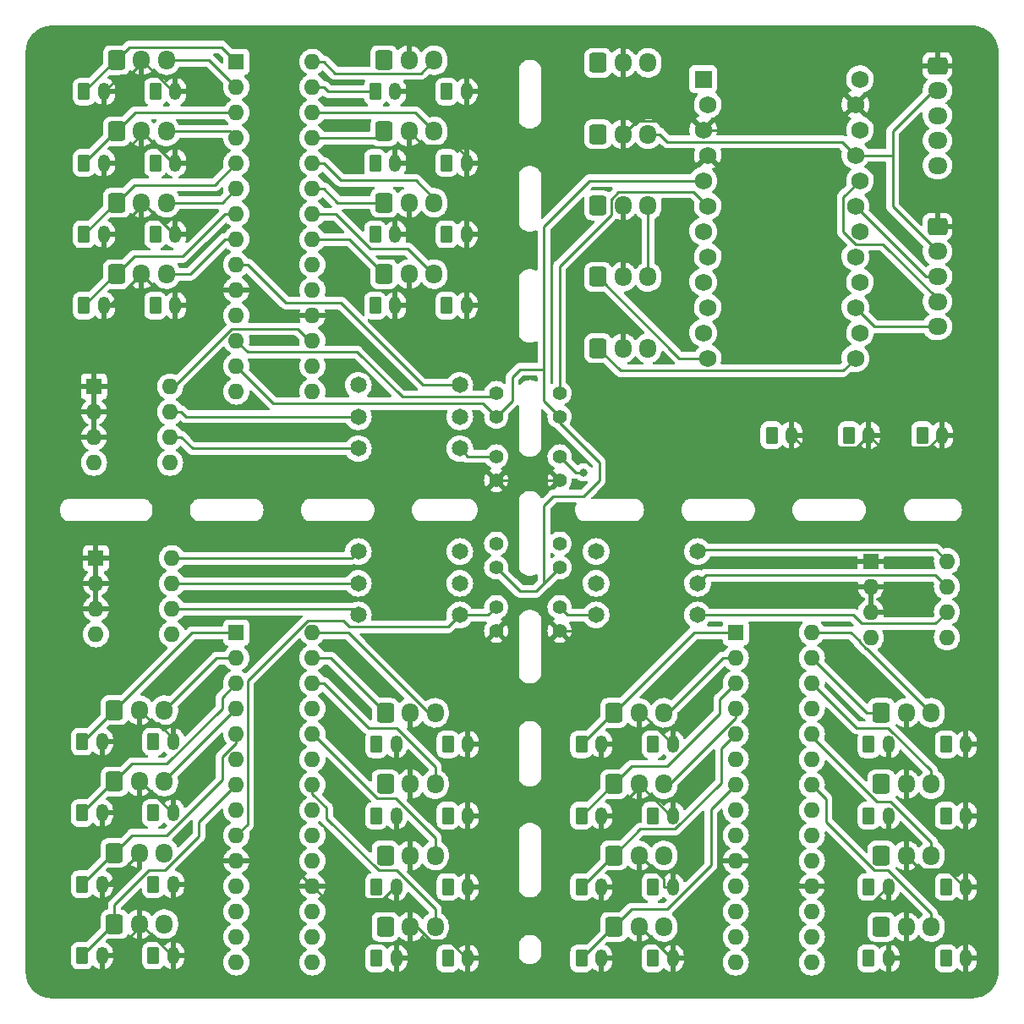
<source format=gbl>
G04 #@! TF.GenerationSoftware,KiCad,Pcbnew,(6.0.7)*
G04 #@! TF.CreationDate,2022-09-26T20:42:45+09:00*
G04 #@! TF.ProjectId,xi_cont,78695f63-6f6e-4742-9e6b-696361645f70,rev?*
G04 #@! TF.SameCoordinates,Original*
G04 #@! TF.FileFunction,Copper,L2,Bot*
G04 #@! TF.FilePolarity,Positive*
%FSLAX46Y46*%
G04 Gerber Fmt 4.6, Leading zero omitted, Abs format (unit mm)*
G04 Created by KiCad (PCBNEW (6.0.7)) date 2022-09-26 20:42:45*
%MOMM*%
%LPD*%
G01*
G04 APERTURE LIST*
G04 Aperture macros list*
%AMRoundRect*
0 Rectangle with rounded corners*
0 $1 Rounding radius*
0 $2 $3 $4 $5 $6 $7 $8 $9 X,Y pos of 4 corners*
0 Add a 4 corners polygon primitive as box body*
4,1,4,$2,$3,$4,$5,$6,$7,$8,$9,$2,$3,0*
0 Add four circle primitives for the rounded corners*
1,1,$1+$1,$2,$3*
1,1,$1+$1,$4,$5*
1,1,$1+$1,$6,$7*
1,1,$1+$1,$8,$9*
0 Add four rect primitives between the rounded corners*
20,1,$1+$1,$2,$3,$4,$5,0*
20,1,$1+$1,$4,$5,$6,$7,0*
20,1,$1+$1,$6,$7,$8,$9,0*
20,1,$1+$1,$8,$9,$2,$3,0*%
G04 Aperture macros list end*
G04 #@! TA.AperFunction,ComponentPad*
%ADD10RoundRect,0.250000X-0.600000X-0.725000X0.600000X-0.725000X0.600000X0.725000X-0.600000X0.725000X0*%
G04 #@! TD*
G04 #@! TA.AperFunction,ComponentPad*
%ADD11O,1.700000X1.950000*%
G04 #@! TD*
G04 #@! TA.AperFunction,ComponentPad*
%ADD12C,1.651000*%
G04 #@! TD*
G04 #@! TA.AperFunction,ComponentPad*
%ADD13RoundRect,0.250000X-0.350000X-0.625000X0.350000X-0.625000X0.350000X0.625000X-0.350000X0.625000X0*%
G04 #@! TD*
G04 #@! TA.AperFunction,ComponentPad*
%ADD14O,1.200000X1.750000*%
G04 #@! TD*
G04 #@! TA.AperFunction,ComponentPad*
%ADD15R,1.600000X1.600000*%
G04 #@! TD*
G04 #@! TA.AperFunction,ComponentPad*
%ADD16O,1.600000X1.600000*%
G04 #@! TD*
G04 #@! TA.AperFunction,ComponentPad*
%ADD17C,1.400000*%
G04 #@! TD*
G04 #@! TA.AperFunction,ComponentPad*
%ADD18R,1.752600X1.752600*%
G04 #@! TD*
G04 #@! TA.AperFunction,ComponentPad*
%ADD19C,1.752600*%
G04 #@! TD*
G04 #@! TA.AperFunction,ComponentPad*
%ADD20RoundRect,0.250000X-0.725000X0.600000X-0.725000X-0.600000X0.725000X-0.600000X0.725000X0.600000X0*%
G04 #@! TD*
G04 #@! TA.AperFunction,ComponentPad*
%ADD21O,1.950000X1.700000*%
G04 #@! TD*
G04 #@! TA.AperFunction,ViaPad*
%ADD22C,0.800000*%
G04 #@! TD*
G04 #@! TA.AperFunction,Conductor*
%ADD23C,0.250000*%
G04 #@! TD*
G04 APERTURE END LIST*
D10*
X41362500Y-57150000D03*
D11*
X43862500Y-57150000D03*
X46362500Y-57150000D03*
D10*
X91162500Y-129650000D03*
D11*
X93662500Y-129650000D03*
X96162500Y-129650000D03*
D10*
X68143800Y-50006200D03*
D11*
X70643800Y-50006200D03*
X73143800Y-50006200D03*
D12*
X99536300Y-98425000D03*
X89376300Y-98425000D03*
D13*
X45243800Y-46012500D03*
D14*
X47243800Y-46012500D03*
D13*
X37893800Y-132531200D03*
D14*
X39893800Y-132531200D03*
D10*
X68262500Y-108218700D03*
D11*
X70762500Y-108218700D03*
X73262500Y-108218700D03*
D13*
X67262500Y-60325000D03*
D14*
X69262500Y-60325000D03*
D15*
X39296300Y-92730000D03*
D16*
X39296300Y-95270000D03*
X39296300Y-97810000D03*
X39296300Y-100350000D03*
X46916300Y-100350000D03*
X46916300Y-97810000D03*
X46916300Y-95270000D03*
X46916300Y-92730000D03*
D13*
X45243800Y-60300000D03*
D14*
X47243800Y-60300000D03*
D10*
X41156300Y-107950000D03*
D11*
X43656300Y-107950000D03*
X46156300Y-107950000D03*
D17*
X79375000Y-91281200D03*
X79375000Y-93662500D03*
D13*
X67381300Y-111368700D03*
D14*
X69381300Y-111368700D03*
D13*
X124412500Y-132800000D03*
D14*
X126412500Y-132800000D03*
D13*
X45037500Y-111100000D03*
D14*
X47037500Y-111100000D03*
D10*
X41156300Y-129381200D03*
D11*
X43656300Y-129381200D03*
X46156300Y-129381200D03*
D17*
X79375000Y-82550000D03*
D13*
X116681300Y-132800000D03*
D14*
X118681300Y-132800000D03*
D10*
X41156300Y-122237500D03*
D11*
X43656300Y-122237500D03*
X46156300Y-122237500D03*
D18*
X100101400Y-44767500D03*
D19*
X100558600Y-47307500D03*
X100101400Y-49847500D03*
X100558600Y-52387500D03*
X100101400Y-54927500D03*
X100558600Y-57467500D03*
X100101400Y-60007500D03*
X100558600Y-62547500D03*
X100101400Y-65087500D03*
X100558600Y-67627500D03*
X100101400Y-70167500D03*
X100558600Y-72707500D03*
X115341400Y-72707500D03*
X115798600Y-70167500D03*
X115341400Y-67627500D03*
X115798600Y-65087500D03*
X115341400Y-62547500D03*
X115798600Y-60007500D03*
X115341400Y-57467500D03*
X115798600Y-54927500D03*
X115341400Y-52387500D03*
X115798600Y-49847500D03*
X115341400Y-47307500D03*
X115798600Y-44767500D03*
D17*
X85725000Y-82550000D03*
D10*
X117943800Y-129650000D03*
D11*
X120443800Y-129650000D03*
X122943800Y-129650000D03*
D13*
X124412500Y-111368700D03*
D14*
X126412500Y-111368700D03*
D13*
X74525000Y-118512500D03*
D14*
X76525000Y-118512500D03*
D17*
X79375000Y-97631200D03*
D15*
X39095000Y-75548700D03*
D16*
X39095000Y-78088700D03*
X39095000Y-80628700D03*
X39095000Y-83168700D03*
X46715000Y-83168700D03*
X46715000Y-80628700D03*
X46715000Y-78088700D03*
X46715000Y-75548700D03*
D12*
X65563800Y-78581200D03*
X75723800Y-78581200D03*
X65563800Y-75406200D03*
X75723800Y-75406200D03*
D10*
X89575000Y-43131200D03*
D11*
X92075000Y-43131200D03*
X94575000Y-43131200D03*
D17*
X85725000Y-100012500D03*
D13*
X74406300Y-60300000D03*
D14*
X76406300Y-60300000D03*
D17*
X85725000Y-78581200D03*
D13*
X74525000Y-125656200D03*
D14*
X76525000Y-125656200D03*
D13*
X95043800Y-132800000D03*
D14*
X97043800Y-132800000D03*
D13*
X124412500Y-125656200D03*
D14*
X126412500Y-125656200D03*
D13*
X116681300Y-111368700D03*
D14*
X118681300Y-111368700D03*
D13*
X87900000Y-125656200D03*
D14*
X89900000Y-125656200D03*
D10*
X91162500Y-122506200D03*
D11*
X93662500Y-122506200D03*
X96162500Y-122506200D03*
D13*
X45037500Y-132531200D03*
D14*
X47037500Y-132531200D03*
D13*
X95043800Y-125656200D03*
D14*
X97043800Y-125656200D03*
D12*
X65563800Y-81756200D03*
X75723800Y-81756200D03*
D10*
X89575000Y-71706200D03*
D11*
X92075000Y-71706200D03*
X94575000Y-71706200D03*
D13*
X87900000Y-111368700D03*
D14*
X89900000Y-111368700D03*
D13*
X37893800Y-111100000D03*
D14*
X39893800Y-111100000D03*
D10*
X68262500Y-122506200D03*
D11*
X70762500Y-122506200D03*
X73262500Y-122506200D03*
D15*
X103356300Y-100181200D03*
D16*
X103356300Y-102721200D03*
X103356300Y-105261200D03*
X103356300Y-107801200D03*
X103356300Y-110341200D03*
X103356300Y-112881200D03*
X103356300Y-115421200D03*
X103356300Y-117961200D03*
X103356300Y-120501200D03*
X103356300Y-123041200D03*
X103356300Y-125581200D03*
X103356300Y-128121200D03*
X103356300Y-130661200D03*
X103356300Y-133201200D03*
X110976300Y-133201200D03*
X110976300Y-130661200D03*
X110976300Y-128121200D03*
X110976300Y-125581200D03*
X110976300Y-123041200D03*
X110976300Y-120501200D03*
X110976300Y-117961200D03*
X110976300Y-115421200D03*
X110976300Y-112881200D03*
X110976300Y-110341200D03*
X110976300Y-107801200D03*
X110976300Y-105261200D03*
X110976300Y-102721200D03*
X110976300Y-100181200D03*
D13*
X116681300Y-118512500D03*
D14*
X118681300Y-118512500D03*
D15*
X53350000Y-43031200D03*
D16*
X53350000Y-45571200D03*
X53350000Y-48111200D03*
X53350000Y-50651200D03*
X53350000Y-53191200D03*
X53350000Y-55731200D03*
X53350000Y-58271200D03*
X53350000Y-60811200D03*
X53350000Y-63351200D03*
X53350000Y-65891200D03*
X53350000Y-68431200D03*
X53350000Y-70971200D03*
X53350000Y-73511200D03*
X53350000Y-76051200D03*
X60970000Y-76051200D03*
X60970000Y-73511200D03*
X60970000Y-70971200D03*
X60970000Y-68431200D03*
X60970000Y-65891200D03*
X60970000Y-63351200D03*
X60970000Y-60811200D03*
X60970000Y-58271200D03*
X60970000Y-55731200D03*
X60970000Y-53191200D03*
X60970000Y-50651200D03*
X60970000Y-48111200D03*
X60970000Y-45571200D03*
X60970000Y-43031200D03*
D13*
X74406300Y-67443700D03*
D14*
X76406300Y-67443700D03*
D10*
X41362500Y-42862500D03*
D11*
X43862500Y-42862500D03*
X46362500Y-42862500D03*
D13*
X37893800Y-125387500D03*
D14*
X39893800Y-125387500D03*
D13*
X45243800Y-53156200D03*
D14*
X47243800Y-53156200D03*
D13*
X74406300Y-53156200D03*
D14*
X76406300Y-53156200D03*
D10*
X89575000Y-50275000D03*
D11*
X92075000Y-50275000D03*
X94575000Y-50275000D03*
D10*
X68143800Y-64293700D03*
D11*
X70643800Y-64293700D03*
X73143800Y-64293700D03*
D10*
X89575000Y-57418700D03*
D11*
X92075000Y-57418700D03*
X94575000Y-57418700D03*
D17*
X85725000Y-93662500D03*
D13*
X122031300Y-80412500D03*
D14*
X124031300Y-80412500D03*
D13*
X45243800Y-67443700D03*
D14*
X47243800Y-67443700D03*
D13*
X67381300Y-132800000D03*
D14*
X69381300Y-132800000D03*
D13*
X38100000Y-60300000D03*
D14*
X40100000Y-60300000D03*
D13*
X124412500Y-118512500D03*
D14*
X126412500Y-118512500D03*
D12*
X99536300Y-92075000D03*
X89376300Y-92075000D03*
D17*
X85725000Y-76200000D03*
D13*
X37893800Y-118243700D03*
D14*
X39893800Y-118243700D03*
D17*
X79375000Y-76200000D03*
D13*
X38100000Y-67443700D03*
D14*
X40100000Y-67443700D03*
D10*
X91162500Y-115362500D03*
D11*
X93662500Y-115362500D03*
X96162500Y-115362500D03*
D17*
X85725000Y-91281200D03*
D13*
X95043800Y-118512500D03*
D14*
X97043800Y-118512500D03*
D10*
X91162500Y-108218700D03*
D11*
X93662500Y-108218700D03*
X96162500Y-108218700D03*
D10*
X68143800Y-57150000D03*
D11*
X70643800Y-57150000D03*
X73143800Y-57150000D03*
D17*
X79375000Y-84931200D03*
D13*
X87900000Y-132800000D03*
D14*
X89900000Y-132800000D03*
D10*
X68143800Y-42862500D03*
D11*
X70643800Y-42862500D03*
X73143800Y-42862500D03*
D17*
X85725000Y-97631200D03*
X79375000Y-100012500D03*
D12*
X65563800Y-92075000D03*
X75723800Y-92075000D03*
X99536300Y-95250000D03*
X89376300Y-95250000D03*
D10*
X68262500Y-129650000D03*
D11*
X70762500Y-129650000D03*
X73262500Y-129650000D03*
D10*
X117943800Y-115362500D03*
D11*
X120443800Y-115362500D03*
X122943800Y-115362500D03*
D10*
X117943800Y-122506200D03*
D11*
X120443800Y-122506200D03*
X122943800Y-122506200D03*
D10*
X41156300Y-115093700D03*
D11*
X43656300Y-115093700D03*
X46156300Y-115093700D03*
D15*
X116882500Y-93037500D03*
D16*
X116882500Y-95577500D03*
X116882500Y-98117500D03*
X116882500Y-100657500D03*
X124502500Y-100657500D03*
X124502500Y-98117500D03*
X124502500Y-95577500D03*
X124502500Y-93037500D03*
D12*
X65563800Y-98425000D03*
X75723800Y-98425000D03*
D20*
X123556300Y-59531250D03*
D21*
X123556300Y-62031250D03*
X123556300Y-64531250D03*
X123556300Y-67031250D03*
X123556300Y-69531250D03*
D10*
X89575000Y-64562500D03*
D11*
X92075000Y-64562500D03*
X94575000Y-64562500D03*
D17*
X79375000Y-78581200D03*
D10*
X41362500Y-64293700D03*
D11*
X43862500Y-64293700D03*
X46362500Y-64293700D03*
D17*
X85725000Y-84931200D03*
D13*
X67381300Y-118512500D03*
D14*
X69381300Y-118512500D03*
D13*
X116681300Y-125656200D03*
D14*
X118681300Y-125656200D03*
D13*
X67262500Y-46012500D03*
D14*
X69262500Y-46012500D03*
D13*
X74525000Y-132800000D03*
D14*
X76525000Y-132800000D03*
D10*
X117943800Y-108218700D03*
D11*
X120443800Y-108218700D03*
X122943800Y-108218700D03*
D10*
X68262500Y-115362500D03*
D11*
X70762500Y-115362500D03*
X73262500Y-115362500D03*
D13*
X45037500Y-125387500D03*
D14*
X47037500Y-125387500D03*
D13*
X74406300Y-46012500D03*
D14*
X76406300Y-46012500D03*
D12*
X65563800Y-95250000D03*
X75723800Y-95250000D03*
D13*
X67262500Y-67443700D03*
D14*
X69262500Y-67443700D03*
D13*
X74525000Y-111368700D03*
D14*
X76525000Y-111368700D03*
D13*
X67262500Y-53156200D03*
D14*
X69262500Y-53156200D03*
D13*
X87900000Y-118512500D03*
D14*
X89900000Y-118512500D03*
D10*
X41362500Y-50006200D03*
D11*
X43862500Y-50006200D03*
X46362500Y-50006200D03*
D13*
X67381300Y-125656200D03*
D14*
X69381300Y-125656200D03*
D13*
X106950000Y-80412500D03*
D14*
X108950000Y-80412500D03*
D13*
X38100000Y-46012500D03*
D14*
X40100000Y-46012500D03*
D20*
X123556300Y-43418700D03*
D21*
X123556300Y-45918700D03*
X123556300Y-48418700D03*
X123556300Y-50918700D03*
X123556300Y-53418700D03*
D15*
X53350000Y-100181200D03*
D16*
X53350000Y-102721200D03*
X53350000Y-105261200D03*
X53350000Y-107801200D03*
X53350000Y-110341200D03*
X53350000Y-112881200D03*
X53350000Y-115421200D03*
X53350000Y-117961200D03*
X53350000Y-120501200D03*
X53350000Y-123041200D03*
X53350000Y-125581200D03*
X53350000Y-128121200D03*
X53350000Y-130661200D03*
X53350000Y-133201200D03*
X60970000Y-133201200D03*
X60970000Y-130661200D03*
X60970000Y-128121200D03*
X60970000Y-125581200D03*
X60970000Y-123041200D03*
X60970000Y-120501200D03*
X60970000Y-117961200D03*
X60970000Y-115421200D03*
X60970000Y-112881200D03*
X60970000Y-110341200D03*
X60970000Y-107801200D03*
X60970000Y-105261200D03*
X60970000Y-102721200D03*
X60970000Y-100181200D03*
D13*
X38100000Y-53156200D03*
D14*
X40100000Y-53156200D03*
D13*
X45037500Y-118243700D03*
D14*
X47037500Y-118243700D03*
D13*
X95043800Y-111368700D03*
D14*
X97043800Y-111368700D03*
D13*
X114681300Y-80412500D03*
D14*
X116681300Y-80412500D03*
D22*
X92075000Y-81756250D03*
X88106250Y-84137500D03*
D23*
X115341400Y-47307500D02*
X112801400Y-49847500D01*
X93778200Y-122506200D02*
X93662500Y-122506200D01*
X62249600Y-126860800D02*
X60970000Y-125581200D01*
X83343800Y-96837500D02*
X84137500Y-97631200D01*
X41762300Y-44350200D02*
X42687400Y-44350200D01*
X53350000Y-65891200D02*
X47243800Y-65891200D01*
X85724800Y-100012000D02*
X85090000Y-99377200D01*
X94456250Y-87312500D02*
X94456250Y-89693750D01*
X96833500Y-118512500D02*
X93829300Y-115508300D01*
X71423500Y-129650000D02*
X72780900Y-131007400D01*
X80010000Y-99377200D02*
X80962500Y-98425000D01*
X122675500Y-81634900D02*
X123897900Y-80412500D01*
X70762500Y-129650000D02*
X71423500Y-129650000D01*
X90825100Y-118512500D02*
X92487400Y-116850200D01*
X93662500Y-108218700D02*
X93893800Y-108218700D01*
X93789956Y-95916294D02*
X89694250Y-100012000D01*
X116428150Y-127793750D02*
X114313950Y-127793750D01*
X94456250Y-89693750D02*
X93789956Y-90360044D01*
X45493750Y-109275000D02*
X47037500Y-110818750D01*
X60970000Y-125581200D02*
X58430000Y-123041200D01*
X44773600Y-116095400D02*
X46921900Y-118243700D01*
X40506300Y-125387500D02*
X39893800Y-125387500D01*
X47033500Y-53156200D02*
X47243800Y-53156200D01*
X43771900Y-115093700D02*
X43656300Y-115093700D01*
X79375000Y-100012000D02*
X80010000Y-99377200D01*
X89694250Y-100012000D02*
X85724800Y-100012000D01*
X50308900Y-123041200D02*
X47962600Y-125387500D01*
X92631400Y-125656200D02*
X94779800Y-123507800D01*
X39893800Y-132531200D02*
X40818900Y-132531200D01*
X112801400Y-49847500D02*
X100101400Y-49847500D01*
X110976300Y-125581200D02*
X109851200Y-125581200D01*
X97043800Y-125656200D02*
X96118700Y-125656200D01*
X93422700Y-48927300D02*
X99181200Y-48927300D01*
X72780900Y-131007400D02*
X74599000Y-131007400D01*
X97043800Y-118512500D02*
X96833500Y-118512500D01*
X43771900Y-129381200D02*
X46921900Y-132531200D01*
X94779800Y-123507800D02*
X96118700Y-124846700D01*
X44029300Y-43008300D02*
X47033500Y-46012500D01*
X46921900Y-118243700D02*
X47037500Y-118243700D01*
X89900000Y-132800000D02*
X92631400Y-132800000D01*
X107311200Y-123041200D02*
X103356300Y-123041200D01*
X76406300Y-52535925D02*
X75243875Y-51373500D01*
X89900000Y-125656200D02*
X92631400Y-125656200D01*
X92075000Y-57418700D02*
X92075000Y-64562500D01*
X47243800Y-60300000D02*
X47128200Y-60300000D01*
X80962500Y-97631200D02*
X81756200Y-96837500D01*
X108950000Y-80412500D02*
X110195600Y-81658100D01*
X93662500Y-131768900D02*
X93662500Y-129650000D01*
X116681300Y-80412500D02*
X117903700Y-81634900D01*
X99181200Y-48927300D02*
X100101400Y-49847500D01*
X43656300Y-122237500D02*
X40506300Y-125387500D01*
X93829300Y-115508300D02*
X92487400Y-116850200D01*
X93789956Y-90360044D02*
X93789956Y-95916294D01*
X123897900Y-80412500D02*
X124031300Y-80412500D01*
X93893800Y-108218700D02*
X97043800Y-111368700D01*
X92075000Y-50275000D02*
X93422700Y-48927300D01*
X44076650Y-57248450D02*
X41025100Y-60300000D01*
X43656300Y-107950000D02*
X44981300Y-109275000D01*
X93662500Y-108218700D02*
X93662500Y-110337600D01*
X44981300Y-109275000D02*
X45493750Y-109275000D01*
X43656300Y-129381200D02*
X43771900Y-129381200D01*
X121786100Y-123848500D02*
X124471400Y-123848500D01*
X74599000Y-131007400D02*
X76391600Y-132800000D01*
X46921900Y-132531200D02*
X47037500Y-132531200D01*
X118681300Y-125656200D02*
X118565700Y-125656200D01*
X93662500Y-129650000D02*
X93778200Y-129650000D01*
X93778200Y-129650000D02*
X96928200Y-132800000D01*
X43862500Y-43175100D02*
X43862500Y-42862500D01*
X47037500Y-110818750D02*
X47037500Y-111100000D01*
X47128200Y-60300000D02*
X44076650Y-57248450D01*
X79375000Y-100012200D02*
X79375000Y-100012500D01*
X69381300Y-125656200D02*
X69265700Y-125656200D01*
X44773600Y-116095400D02*
X43771900Y-115093700D01*
X76406300Y-53156200D02*
X76406300Y-52535925D01*
X76391600Y-132800000D02*
X76525000Y-132800000D01*
X110195600Y-81658100D02*
X115435700Y-81658100D01*
X53350000Y-123041200D02*
X50308900Y-123041200D01*
X109851200Y-125581200D02*
X107311200Y-123041200D01*
X92075000Y-84931250D02*
X94456250Y-87312500D01*
X93662500Y-110337600D02*
X92631400Y-111368700D01*
X92631400Y-111368700D02*
X89900000Y-111368700D01*
X84137500Y-98425000D02*
X85090000Y-99377200D01*
X47243800Y-65891200D02*
X45460000Y-65891200D01*
X85090000Y-99377200D02*
X85725000Y-100012200D01*
X47243800Y-67443700D02*
X47243800Y-65891200D01*
X40818900Y-132531200D02*
X43656300Y-129693800D01*
X80962500Y-98425000D02*
X80962500Y-97631200D01*
X126279100Y-125656200D02*
X126412500Y-125656200D01*
X72011100Y-51373500D02*
X70643800Y-50006200D01*
X47037500Y-125387500D02*
X47962600Y-125387500D01*
X84137500Y-97631200D02*
X84137500Y-98425000D01*
X85725000Y-84931200D02*
X79375000Y-84931200D01*
X81756200Y-96837500D02*
X83343800Y-96837500D01*
X41025100Y-60300000D02*
X40100000Y-60300000D01*
X117903700Y-81634900D02*
X122675500Y-81634900D01*
X40712500Y-67443700D02*
X40100000Y-67443700D01*
X41025100Y-53156200D02*
X44029300Y-50152000D01*
X40100000Y-46012500D02*
X41762300Y-44350200D01*
X115435700Y-81658100D02*
X116681300Y-80412500D01*
X94779800Y-123507800D02*
X93778200Y-122506200D01*
X47033500Y-46012500D02*
X47243800Y-46012500D01*
X118565700Y-125656200D02*
X116428150Y-127793750D01*
X42687400Y-44350200D02*
X43862500Y-43175100D01*
X123556300Y-43418700D02*
X119230200Y-43418700D01*
X42625300Y-118243700D02*
X44773600Y-116095400D01*
X96928200Y-132800000D02*
X97043800Y-132800000D01*
X44029300Y-50152000D02*
X47033500Y-53156200D01*
X69265700Y-125656200D02*
X68061100Y-126860800D01*
X58430000Y-123041200D02*
X53350000Y-123041200D01*
X92631400Y-132800000D02*
X93662500Y-131768900D01*
X75243875Y-51373500D02*
X72011100Y-51373500D01*
X112101400Y-125581200D02*
X110976300Y-125581200D01*
X92075000Y-81756250D02*
X92075000Y-84931250D01*
X124471400Y-123848500D02*
X126279100Y-125656200D01*
X119230200Y-43418700D02*
X115341400Y-47307500D01*
X68061100Y-126860800D02*
X62249600Y-126860800D01*
X89900000Y-118512500D02*
X90825100Y-118512500D01*
X43862500Y-64293700D02*
X40712500Y-67443700D01*
X120443800Y-122506200D02*
X121786100Y-123848500D01*
X42687400Y-44350200D02*
X44029300Y-43008300D01*
X40100000Y-53156200D02*
X41025100Y-53156200D01*
X43656300Y-129693800D02*
X43656300Y-129381200D01*
X114313950Y-127793750D02*
X112101400Y-125581200D01*
X45460000Y-65891200D02*
X43862500Y-64293700D01*
X80010000Y-99377200D02*
X79375000Y-100012200D01*
X39893800Y-118243700D02*
X42625300Y-118243700D01*
X85725000Y-100012200D02*
X85725000Y-100012500D01*
X96118700Y-124846700D02*
X96118700Y-125656200D01*
X63797300Y-67161200D02*
X72042300Y-75406200D01*
X95750100Y-50275000D02*
X96524100Y-51049000D01*
X72042300Y-75406200D02*
X75723800Y-75406200D01*
X54475100Y-63351200D02*
X58285100Y-67161200D01*
X119062500Y-52387500D02*
X115341400Y-52387500D01*
X53350000Y-120501200D02*
X54475100Y-119376100D01*
X94575000Y-64562500D02*
X94575000Y-57418700D01*
X60480600Y-99021100D02*
X64040600Y-99021100D01*
X54475100Y-119376100D02*
X54475100Y-105026600D01*
X64040600Y-99021100D02*
X64621800Y-99602300D01*
X88106250Y-84137500D02*
X87312500Y-84137500D01*
X119062500Y-57537450D02*
X123556300Y-62031250D01*
X87312500Y-84137500D02*
X85725000Y-82550000D01*
X79375000Y-82550000D02*
X76517600Y-82550000D01*
X123150050Y-45918700D02*
X119062500Y-50006250D01*
X119062500Y-50006250D02*
X119062500Y-52387500D01*
X123824950Y-62031250D02*
X123825000Y-62031200D01*
X78581200Y-98425000D02*
X79375000Y-97631200D01*
X114002900Y-51049000D02*
X115341400Y-52387500D01*
X54475100Y-105026600D02*
X60480600Y-99021100D01*
X85725000Y-97631200D02*
X86518800Y-98425000D01*
X76517600Y-82550000D02*
X75723800Y-81756200D01*
X123556300Y-45918700D02*
X123150050Y-45918700D01*
X53350000Y-63351200D02*
X54475100Y-63351200D01*
X123556300Y-62031250D02*
X123824950Y-62031250D01*
X96524100Y-51049000D02*
X114002900Y-51049000D01*
X86518800Y-98425000D02*
X89376300Y-98425000D01*
X94575000Y-50275000D02*
X95750100Y-50275000D01*
X75723800Y-98425000D02*
X78581200Y-98425000D01*
X58285100Y-67161200D02*
X63797300Y-67161200D01*
X119062500Y-52387500D02*
X119062500Y-57537450D01*
X74546500Y-99602300D02*
X75723800Y-98425000D01*
X64621800Y-99602300D02*
X74546500Y-99602300D01*
X122405150Y-64531250D02*
X115341400Y-57467500D01*
X123824950Y-64531250D02*
X122405150Y-64531250D01*
X123825000Y-64531200D02*
X123824950Y-64531250D01*
X97720000Y-72707500D02*
X100558600Y-72707500D01*
X89575000Y-64562500D02*
X97720000Y-72707500D01*
X89575000Y-71706200D02*
X91831600Y-73962800D01*
X91831600Y-73962800D02*
X114086100Y-73962800D01*
X114086100Y-73962800D02*
X115341400Y-72707500D01*
X83343800Y-96043800D02*
X81756200Y-96043800D01*
X57077400Y-77238600D02*
X78032400Y-77238600D01*
X84137600Y-95250000D02*
X84137600Y-87468151D01*
X81756200Y-73818800D02*
X83790700Y-73818800D01*
X79375000Y-78581200D02*
X80962500Y-76993800D01*
X85087001Y-86518750D02*
X88106250Y-86518750D01*
X84137500Y-59531250D02*
X84137500Y-74612500D01*
X88741250Y-54927500D02*
X84137500Y-59531250D01*
X81756200Y-96043800D02*
X79375000Y-93662500D01*
X89693750Y-83156550D02*
X85725000Y-79187800D01*
X80962500Y-76993800D02*
X80962500Y-74612500D01*
X88106250Y-86518750D02*
X89693750Y-84931250D01*
X89693750Y-84931250D02*
X89693750Y-83156550D01*
X83790700Y-73818800D02*
X84137500Y-73818800D01*
X85725000Y-79187800D02*
X85725000Y-78581200D01*
X84137600Y-95250000D02*
X83343800Y-96043800D01*
X80962500Y-74612500D02*
X81756200Y-73818800D01*
X78032400Y-77238600D02*
X79375000Y-78581200D01*
X84137500Y-76993800D02*
X85725000Y-78581200D01*
X53350000Y-73511200D02*
X57077400Y-77238600D01*
X84137600Y-87468151D02*
X85087001Y-86518750D01*
X100101400Y-54927500D02*
X88741250Y-54927500D01*
X84137500Y-73818800D02*
X84137500Y-76993800D01*
X85725000Y-93662500D02*
X84137600Y-95250000D01*
X78978200Y-76596800D02*
X79375000Y-76200000D01*
X100558600Y-57467500D02*
X99156300Y-56065200D01*
X65459100Y-72096300D02*
X69959600Y-76596800D01*
X53350000Y-70971200D02*
X54475100Y-72096300D01*
X90882000Y-58317700D02*
X85725000Y-63474700D01*
X90882000Y-56793800D02*
X90882000Y-58317700D01*
X85725000Y-63474700D02*
X85725000Y-76200000D01*
X99156300Y-56065200D02*
X91610600Y-56065200D01*
X54475100Y-72096300D02*
X65459100Y-72096300D01*
X69959600Y-76596800D02*
X78978200Y-76596800D01*
X91610600Y-56065200D02*
X90882000Y-56793800D01*
X117245100Y-69531200D02*
X115341400Y-67627500D01*
X123825000Y-69531200D02*
X117245100Y-69531200D01*
X115369500Y-61277500D02*
X114115200Y-60023200D01*
X123556300Y-67031250D02*
X123556300Y-66762500D01*
X114115200Y-60023200D02*
X114115200Y-56610900D01*
X123556300Y-66762500D02*
X118071300Y-61277500D01*
X123824950Y-67031250D02*
X123556300Y-67031250D01*
X118071300Y-61277500D02*
X115369500Y-61277500D01*
X123825000Y-67031200D02*
X123824950Y-67031250D01*
X114115200Y-56610900D02*
X115798600Y-54927500D01*
X48967600Y-81756200D02*
X47840100Y-80628700D01*
X65563800Y-81756200D02*
X48967600Y-81756200D01*
X46715000Y-80628700D02*
X47840100Y-80628700D01*
X65563800Y-78581200D02*
X48332600Y-78581200D01*
X46715000Y-78088700D02*
X47840100Y-78088700D01*
X48332600Y-78581200D02*
X47840100Y-78088700D01*
X52894800Y-69780600D02*
X47126700Y-75548700D01*
X47126700Y-75548700D02*
X46715000Y-75548700D01*
X60970000Y-70971200D02*
X60652450Y-70971200D01*
X59461850Y-69780600D02*
X52894800Y-69780600D01*
X60652450Y-70971200D02*
X59461850Y-69780600D01*
X41250000Y-42862500D02*
X41362500Y-42862500D01*
X38100000Y-46012500D02*
X41250000Y-42862500D01*
X51864800Y-41546000D02*
X53350000Y-43031200D01*
X41362500Y-42862500D02*
X42679000Y-41546000D01*
X42679000Y-41546000D02*
X51864800Y-41546000D01*
X53350000Y-45571200D02*
X50641300Y-42862500D01*
X50641300Y-42862500D02*
X46362500Y-42862500D01*
X41362500Y-50006200D02*
X43257500Y-48111200D01*
X43257500Y-48111200D02*
X53350000Y-48111200D01*
X38100000Y-53156200D02*
X41250000Y-50006200D01*
X41250000Y-50006200D02*
X41362500Y-50006200D01*
X52705000Y-50006200D02*
X53350000Y-50651200D01*
X46362500Y-50006200D02*
X52705000Y-50006200D01*
X38100000Y-60300000D02*
X41250000Y-57150000D01*
X43161800Y-55350700D02*
X41362500Y-57150000D01*
X51190500Y-55350700D02*
X43161800Y-55350700D01*
X53350000Y-53191200D02*
X51190500Y-55350700D01*
X41250000Y-57150000D02*
X41362500Y-57150000D01*
X51931200Y-57150000D02*
X46362500Y-57150000D01*
X53350000Y-55731200D02*
X51931200Y-57150000D01*
X47971000Y-62525100D02*
X43131100Y-62525100D01*
X41362500Y-64293700D02*
X41250000Y-64293700D01*
X43131100Y-62525100D02*
X41362500Y-64293700D01*
X52224900Y-58271200D02*
X47971000Y-62525100D01*
X41250000Y-64293700D02*
X38100000Y-67443700D01*
X53350000Y-58271200D02*
X52224900Y-58271200D01*
X48742400Y-64293700D02*
X52224900Y-60811200D01*
X46362500Y-64293700D02*
X48742400Y-64293700D01*
X53350000Y-60811200D02*
X52224900Y-60811200D01*
X64661300Y-60811200D02*
X60970000Y-60811200D01*
X68143800Y-64293700D02*
X64661300Y-60811200D01*
X73024950Y-64293700D02*
X70475450Y-61744200D01*
X66805100Y-61744200D02*
X63332100Y-58271200D01*
X63332100Y-58271200D02*
X60970000Y-58271200D01*
X70475450Y-61744200D02*
X66805100Y-61744200D01*
X73143800Y-64293700D02*
X73024950Y-64293700D01*
X68143800Y-57150000D02*
X63513900Y-57150000D01*
X63513900Y-57150000D02*
X62095100Y-55731200D01*
X60970000Y-55731200D02*
X62095100Y-55731200D01*
X71313100Y-54906900D02*
X73143800Y-56737600D01*
X62095100Y-53191200D02*
X63810800Y-54906900D01*
X73143800Y-56737600D02*
X73143800Y-57150000D01*
X60970000Y-53191200D02*
X62095100Y-53191200D01*
X63810800Y-54906900D02*
X71313100Y-54906900D01*
X71825600Y-44180700D02*
X63244600Y-44180700D01*
X73143800Y-42862500D02*
X71825600Y-44180700D01*
X62095100Y-43031200D02*
X60970000Y-43031200D01*
X63244600Y-44180700D02*
X62095100Y-43031200D01*
X60970000Y-50651200D02*
X67498800Y-50651200D01*
X67498800Y-50651200D02*
X68143800Y-50006200D01*
X71248800Y-48111200D02*
X73143800Y-50006200D01*
X60970000Y-48111200D02*
X71248800Y-48111200D01*
X60970000Y-45571200D02*
X62095100Y-45571200D01*
X67262500Y-46012500D02*
X62536400Y-46012500D01*
X62536400Y-46012500D02*
X62095100Y-45571200D01*
X38006300Y-111100000D02*
X41156300Y-107950000D01*
X37893800Y-111100000D02*
X38006300Y-111100000D01*
X48925100Y-100181200D02*
X53350000Y-100181200D01*
X41156300Y-107950000D02*
X48925100Y-100181200D01*
X46156300Y-107950000D02*
X51385100Y-102721200D01*
X51385100Y-102721200D02*
X53350000Y-102721200D01*
X46403600Y-113325100D02*
X51935200Y-107793500D01*
X41043800Y-115093700D02*
X37893800Y-118243700D01*
X41156300Y-115093700D02*
X42924900Y-113325100D01*
X41156300Y-115093700D02*
X41043800Y-115093700D01*
X51935200Y-107793500D02*
X51935200Y-106676000D01*
X42924900Y-113325100D02*
X46403600Y-113325100D01*
X51935200Y-106676000D02*
X53350000Y-105261200D01*
X53350000Y-107801200D02*
X46156300Y-114994900D01*
X46156300Y-114994900D02*
X46156300Y-115093700D01*
X46404100Y-120468800D02*
X51935200Y-114937700D01*
X51935200Y-112647900D02*
X53350000Y-111233100D01*
X51935200Y-114937700D02*
X51935200Y-112647900D01*
X41156300Y-122237500D02*
X42925000Y-120468800D01*
X42925000Y-120468800D02*
X46404100Y-120468800D01*
X41156300Y-122237500D02*
X41043800Y-122237500D01*
X53350000Y-111233100D02*
X53350000Y-110341200D01*
X41043800Y-122237500D02*
X37893800Y-125387500D01*
X41156300Y-129381200D02*
X41156300Y-127459200D01*
X41156300Y-129381200D02*
X41043800Y-129381200D01*
X44610700Y-124004800D02*
X46175900Y-124004800D01*
X49618900Y-120561800D02*
X49618900Y-119152300D01*
X49618900Y-119152300D02*
X53350000Y-115421200D01*
X46175900Y-124004800D02*
X49618900Y-120561800D01*
X41156300Y-127459200D02*
X44610700Y-124004800D01*
X41043800Y-129381200D02*
X37893800Y-132531200D01*
X73262500Y-127887000D02*
X73262500Y-129650000D01*
X62384800Y-118785400D02*
X67604400Y-124005000D01*
X60970000Y-115421200D02*
X60970000Y-116313200D01*
X62384800Y-117728000D02*
X62384800Y-118785400D01*
X60970000Y-116313200D02*
X62384800Y-117728000D01*
X67604400Y-124005000D02*
X69380500Y-124005000D01*
X69380500Y-124005000D02*
X73262500Y-127887000D01*
X61052300Y-110341200D02*
X60970000Y-110341200D01*
X67486100Y-116775000D02*
X61052300Y-110341200D01*
X73262500Y-120743300D02*
X69294200Y-116775000D01*
X69294200Y-116775000D02*
X67486100Y-116775000D01*
X73262500Y-122506200D02*
X73262500Y-120743300D01*
X66574700Y-109740800D02*
X62095100Y-105261200D01*
X69403800Y-109740800D02*
X66574700Y-109740800D01*
X62095100Y-105261200D02*
X60970000Y-105261200D01*
X73262500Y-113599500D02*
X69403800Y-109740800D01*
X73262500Y-115362500D02*
X73262500Y-113599500D01*
X62765000Y-102721200D02*
X60970000Y-102721200D01*
X68262500Y-108218700D02*
X62765000Y-102721200D01*
X64564000Y-100181200D02*
X60970000Y-100181200D01*
X73262500Y-108218700D02*
X72601500Y-108218700D01*
X72601500Y-108218700D02*
X64564000Y-100181200D01*
X46916300Y-92730000D02*
X64908800Y-92730000D01*
X64908800Y-92730000D02*
X65563800Y-92075000D01*
X46916300Y-95270000D02*
X65543800Y-95270000D01*
X65543800Y-95270000D02*
X65563800Y-95250000D01*
X64948800Y-97810000D02*
X65563800Y-98425000D01*
X46916300Y-97810000D02*
X64948800Y-97810000D01*
X91162500Y-108218700D02*
X99200000Y-100181200D01*
X91050000Y-108218700D02*
X91162500Y-108218700D01*
X99200000Y-100181200D02*
X103356300Y-100181200D01*
X87900000Y-111368700D02*
X91050000Y-108218700D01*
X96162500Y-108218700D02*
X96568800Y-108218700D01*
X102066300Y-102721200D02*
X103356300Y-102721200D01*
X96568800Y-108218700D02*
X102066300Y-102721200D01*
X103356300Y-105261200D02*
X101755000Y-106862500D01*
X91162500Y-115362500D02*
X91050000Y-115362500D01*
X92931200Y-113593800D02*
X91162500Y-115362500D01*
X96465000Y-113593800D02*
X92931200Y-113593800D01*
X101755000Y-108303800D02*
X96465000Y-113593800D01*
X91050000Y-115362500D02*
X87900000Y-118512500D01*
X101755000Y-106862500D02*
X101755000Y-108303800D01*
X103356300Y-108731800D02*
X96725600Y-115362500D01*
X103356300Y-107801200D02*
X103356300Y-108731800D01*
X96725600Y-115362500D02*
X96162500Y-115362500D01*
X93813300Y-119855400D02*
X97292100Y-119855400D01*
X91162500Y-122506200D02*
X93813300Y-119855400D01*
X97292100Y-119855400D02*
X101941500Y-115206000D01*
X91050000Y-122506200D02*
X87900000Y-125656200D01*
X101941500Y-111756000D02*
X103356300Y-110341200D01*
X101941500Y-115206000D02*
X101941500Y-111756000D01*
X91162500Y-122506200D02*
X91050000Y-122506200D01*
X91162500Y-129650000D02*
X91050000Y-129650000D01*
X91050000Y-129650000D02*
X87900000Y-132800000D01*
X91162500Y-129650000D02*
X92931200Y-127881300D01*
X96481300Y-127881300D02*
X100881500Y-123481100D01*
X100881500Y-123481100D02*
X100881500Y-117896000D01*
X100881500Y-117896000D02*
X103356300Y-115421200D01*
X92931200Y-127881300D02*
X96481300Y-127881300D01*
X122943800Y-129650000D02*
X122943800Y-128303700D01*
X122943800Y-128303700D02*
X118633400Y-123993300D01*
X118633400Y-123993300D02*
X117253800Y-123993300D01*
X112391100Y-119130600D02*
X112391100Y-116836000D01*
X112391100Y-116836000D02*
X110976300Y-115421200D01*
X117253800Y-123993300D02*
X112391100Y-119130600D01*
X117499000Y-117081200D02*
X110976300Y-110558500D01*
X122943800Y-121160000D02*
X118865000Y-117081200D01*
X110976300Y-110558500D02*
X110976300Y-110341200D01*
X122943800Y-122506200D02*
X122943800Y-121160000D01*
X118865000Y-117081200D02*
X117499000Y-117081200D01*
X115420900Y-109705800D02*
X110976300Y-105261200D01*
X122943800Y-115362500D02*
X122943800Y-114016200D01*
X122943800Y-114016200D02*
X118633400Y-109705800D01*
X118633400Y-109705800D02*
X115420900Y-109705800D01*
X117943800Y-108218700D02*
X116473800Y-108218700D01*
X116473800Y-108218700D02*
X110976300Y-102721200D01*
X114906300Y-100181200D02*
X110976300Y-100181200D01*
X122943800Y-108218700D02*
X116507600Y-101782500D01*
X116507600Y-101782500D02*
X116416509Y-101782500D01*
X115757500Y-101032400D02*
X114906300Y-100181200D01*
X115757500Y-101123491D02*
X115757500Y-101032400D01*
X116416509Y-101782500D02*
X115757500Y-101123491D01*
X99699000Y-91912300D02*
X99536300Y-92075000D01*
X123377300Y-91912300D02*
X99699000Y-91912300D01*
X124502500Y-93037500D02*
X123377300Y-91912300D01*
X100351800Y-94434500D02*
X123359500Y-94434500D01*
X99536300Y-95250000D02*
X100351800Y-94434500D01*
X123359500Y-94434500D02*
X124502500Y-95577500D01*
X123370400Y-99249600D02*
X115950900Y-99249600D01*
X115126300Y-98425000D02*
X99536300Y-98425000D01*
X124502500Y-98117500D02*
X123370400Y-99249600D01*
X115950900Y-99249600D02*
X115126300Y-98425000D01*
G04 #@! TA.AperFunction,Conductor*
G36*
X126970018Y-39403750D02*
G01*
X126984851Y-39406060D01*
X126984855Y-39406060D01*
X126993724Y-39407441D01*
X127002626Y-39406277D01*
X127002628Y-39406277D01*
X127006936Y-39405713D01*
X127011720Y-39405088D01*
X127035117Y-39404222D01*
X127291495Y-39418620D01*
X127305527Y-39420200D01*
X127445957Y-39444061D01*
X127586381Y-39467920D01*
X127600156Y-39471064D01*
X127873903Y-39549928D01*
X127887239Y-39554595D01*
X128002764Y-39602446D01*
X128150430Y-39663610D01*
X128163145Y-39669733D01*
X128412482Y-39807536D01*
X128424444Y-39815052D01*
X128467671Y-39845722D01*
X128656793Y-39979909D01*
X128667826Y-39988708D01*
X128702653Y-40019831D01*
X128880246Y-40178536D01*
X128890228Y-40188517D01*
X129080070Y-40400947D01*
X129088869Y-40411981D01*
X129253726Y-40644321D01*
X129261243Y-40656284D01*
X129399043Y-40905607D01*
X129405174Y-40918338D01*
X129514192Y-41181523D01*
X129518859Y-41194859D01*
X129587769Y-41434037D01*
X129597728Y-41468605D01*
X129600872Y-41482381D01*
X129648592Y-41763220D01*
X129650175Y-41777260D01*
X129664154Y-42026119D01*
X129662853Y-42052563D01*
X129661309Y-42062482D01*
X129664397Y-42086094D01*
X129665436Y-42094039D01*
X129666500Y-42110378D01*
X129666500Y-134094377D01*
X129664999Y-134113765D01*
X129662690Y-134128589D01*
X129662690Y-134128598D01*
X129661309Y-134137466D01*
X129663662Y-134155463D01*
X129664528Y-134178857D01*
X129650125Y-134435240D01*
X129648544Y-134449265D01*
X129637426Y-134514698D01*
X129600823Y-134730109D01*
X129597679Y-134743884D01*
X129518813Y-135017620D01*
X129514146Y-135030957D01*
X129405130Y-135294136D01*
X129399000Y-135306865D01*
X129261818Y-135555074D01*
X129261198Y-135556195D01*
X129253680Y-135568159D01*
X129088833Y-135800484D01*
X129080023Y-135811531D01*
X128890201Y-136023938D01*
X128880210Y-136033928D01*
X128667794Y-136223752D01*
X128656747Y-136232562D01*
X128424419Y-136397405D01*
X128412455Y-136404922D01*
X128163137Y-136542714D01*
X128150406Y-136548845D01*
X127887219Y-136657859D01*
X127873883Y-136662526D01*
X127737013Y-136701958D01*
X127600136Y-136741391D01*
X127586375Y-136744531D01*
X127305522Y-136792249D01*
X127291491Y-136793830D01*
X127042166Y-136807832D01*
X127015719Y-136806529D01*
X127006276Y-136805059D01*
X126997374Y-136806223D01*
X126997372Y-136806223D01*
X126985070Y-136807832D01*
X126974714Y-136809186D01*
X126958379Y-136810250D01*
X34974367Y-136810250D01*
X34954982Y-136808750D01*
X34940149Y-136806440D01*
X34940145Y-136806440D01*
X34931276Y-136805059D01*
X34922374Y-136806223D01*
X34922372Y-136806223D01*
X34918064Y-136806787D01*
X34913280Y-136807412D01*
X34889883Y-136808278D01*
X34633505Y-136793880D01*
X34619473Y-136792300D01*
X34479044Y-136768440D01*
X34338619Y-136744580D01*
X34324844Y-136741436D01*
X34051097Y-136662572D01*
X34037761Y-136657905D01*
X33922236Y-136610054D01*
X33774570Y-136548890D01*
X33761855Y-136542767D01*
X33512516Y-136404963D01*
X33500556Y-136397448D01*
X33457329Y-136366778D01*
X33268207Y-136232591D01*
X33257174Y-136223792D01*
X33044754Y-136033964D01*
X33034772Y-136023983D01*
X32844930Y-135811553D01*
X32836131Y-135800519D01*
X32671274Y-135568179D01*
X32663757Y-135556216D01*
X32525957Y-135306893D01*
X32519826Y-135294162D01*
X32410808Y-135030977D01*
X32406141Y-135017641D01*
X32327272Y-134743895D01*
X32324128Y-134730119D01*
X32276408Y-134449280D01*
X32274825Y-134435240D01*
X32260846Y-134186381D01*
X32262147Y-134159937D01*
X32262309Y-134158893D01*
X32263691Y-134150018D01*
X32259564Y-134118461D01*
X32258500Y-134102122D01*
X32258500Y-133206600D01*
X36785300Y-133206600D01*
X36785637Y-133209846D01*
X36785637Y-133209850D01*
X36788706Y-133239423D01*
X36796274Y-133312366D01*
X36798455Y-133318902D01*
X36798455Y-133318904D01*
X36816012Y-133371529D01*
X36852250Y-133480146D01*
X36945322Y-133630548D01*
X37070497Y-133755505D01*
X37076727Y-133759345D01*
X37076728Y-133759346D01*
X37213890Y-133843894D01*
X37221062Y-133848315D01*
X37263699Y-133862457D01*
X37382411Y-133901832D01*
X37382413Y-133901832D01*
X37388939Y-133903997D01*
X37395775Y-133904697D01*
X37395778Y-133904698D01*
X37438831Y-133909109D01*
X37493400Y-133914700D01*
X38294200Y-133914700D01*
X38297446Y-133914363D01*
X38297450Y-133914363D01*
X38393108Y-133904438D01*
X38393112Y-133904437D01*
X38399966Y-133903726D01*
X38406502Y-133901545D01*
X38406504Y-133901545D01*
X38552124Y-133852962D01*
X38567746Y-133847750D01*
X38718148Y-133754678D01*
X38843105Y-133629503D01*
X38866063Y-133592259D01*
X38875155Y-133577510D01*
X38927927Y-133530017D01*
X38997999Y-133518595D01*
X39063123Y-133546869D01*
X39081502Y-133565797D01*
X39084062Y-133569056D01*
X39092299Y-133577706D01*
X39242923Y-133708412D01*
X39252647Y-133715347D01*
X39425267Y-133815210D01*
X39436131Y-133820184D01*
X39624527Y-133885607D01*
X39625516Y-133885848D01*
X39635808Y-133884380D01*
X39639800Y-133870815D01*
X39639800Y-133866602D01*
X40147800Y-133866602D01*
X40151773Y-133880133D01*
X40161199Y-133881488D01*
X40250337Y-133860006D01*
X40261632Y-133856117D01*
X40443182Y-133773571D01*
X40453524Y-133767624D01*
X40616197Y-133652232D01*
X40625225Y-133644439D01*
X40763142Y-133500369D01*
X40770538Y-133491004D01*
X40878721Y-133323459D01*
X40884217Y-133312855D01*
X40927039Y-133206600D01*
X43929000Y-133206600D01*
X43929337Y-133209846D01*
X43929337Y-133209850D01*
X43932406Y-133239423D01*
X43939974Y-133312366D01*
X43942155Y-133318902D01*
X43942155Y-133318904D01*
X43959712Y-133371529D01*
X43995950Y-133480146D01*
X44089022Y-133630548D01*
X44214197Y-133755505D01*
X44220427Y-133759345D01*
X44220428Y-133759346D01*
X44357590Y-133843894D01*
X44364762Y-133848315D01*
X44407399Y-133862457D01*
X44526111Y-133901832D01*
X44526113Y-133901832D01*
X44532639Y-133903997D01*
X44539475Y-133904697D01*
X44539478Y-133904698D01*
X44582531Y-133909109D01*
X44637100Y-133914700D01*
X45437900Y-133914700D01*
X45441146Y-133914363D01*
X45441150Y-133914363D01*
X45536808Y-133904438D01*
X45536812Y-133904437D01*
X45543666Y-133903726D01*
X45550202Y-133901545D01*
X45550204Y-133901545D01*
X45695824Y-133852962D01*
X45711446Y-133847750D01*
X45861848Y-133754678D01*
X45986805Y-133629503D01*
X46009763Y-133592259D01*
X46018855Y-133577510D01*
X46071627Y-133530017D01*
X46141699Y-133518595D01*
X46206823Y-133546869D01*
X46225202Y-133565797D01*
X46227762Y-133569056D01*
X46235999Y-133577706D01*
X46386623Y-133708412D01*
X46396347Y-133715347D01*
X46568967Y-133815210D01*
X46579831Y-133820184D01*
X46768227Y-133885607D01*
X46769216Y-133885848D01*
X46779508Y-133884380D01*
X46783500Y-133870815D01*
X46783500Y-133866602D01*
X47291500Y-133866602D01*
X47295473Y-133880133D01*
X47304899Y-133881488D01*
X47394037Y-133860006D01*
X47405332Y-133856117D01*
X47586882Y-133773571D01*
X47597224Y-133767624D01*
X47759897Y-133652232D01*
X47768925Y-133644439D01*
X47906842Y-133500369D01*
X47914238Y-133491004D01*
X48022421Y-133323459D01*
X48027917Y-133312855D01*
X48072915Y-133201200D01*
X52036502Y-133201200D01*
X52056457Y-133429287D01*
X52057881Y-133434600D01*
X52057881Y-133434602D01*
X52100126Y-133592259D01*
X52115716Y-133650443D01*
X52118039Y-133655424D01*
X52118039Y-133655425D01*
X52210151Y-133852962D01*
X52210154Y-133852967D01*
X52212477Y-133857949D01*
X52285902Y-133962811D01*
X52331651Y-134028146D01*
X52343802Y-134045500D01*
X52505700Y-134207398D01*
X52510208Y-134210555D01*
X52510211Y-134210557D01*
X52588389Y-134265298D01*
X52693251Y-134338723D01*
X52698233Y-134341046D01*
X52698238Y-134341049D01*
X52895775Y-134433161D01*
X52900757Y-134435484D01*
X52906065Y-134436906D01*
X52906067Y-134436907D01*
X53116598Y-134493319D01*
X53116600Y-134493319D01*
X53121913Y-134494743D01*
X53350000Y-134514698D01*
X53578087Y-134494743D01*
X53583400Y-134493319D01*
X53583402Y-134493319D01*
X53793933Y-134436907D01*
X53793935Y-134436906D01*
X53799243Y-134435484D01*
X53804225Y-134433161D01*
X54001762Y-134341049D01*
X54001767Y-134341046D01*
X54006749Y-134338723D01*
X54111611Y-134265298D01*
X54189789Y-134210557D01*
X54189792Y-134210555D01*
X54194300Y-134207398D01*
X54356198Y-134045500D01*
X54368350Y-134028146D01*
X54414098Y-133962811D01*
X54487523Y-133857949D01*
X54489846Y-133852967D01*
X54489849Y-133852962D01*
X54581961Y-133655425D01*
X54581961Y-133655424D01*
X54584284Y-133650443D01*
X54599875Y-133592259D01*
X54642119Y-133434602D01*
X54642119Y-133434600D01*
X54643543Y-133429287D01*
X54663498Y-133201200D01*
X59656502Y-133201200D01*
X59676457Y-133429287D01*
X59677881Y-133434600D01*
X59677881Y-133434602D01*
X59720126Y-133592259D01*
X59735716Y-133650443D01*
X59738039Y-133655424D01*
X59738039Y-133655425D01*
X59830151Y-133852962D01*
X59830154Y-133852967D01*
X59832477Y-133857949D01*
X59905902Y-133962811D01*
X59951651Y-134028146D01*
X59963802Y-134045500D01*
X60125700Y-134207398D01*
X60130208Y-134210555D01*
X60130211Y-134210557D01*
X60208389Y-134265298D01*
X60313251Y-134338723D01*
X60318233Y-134341046D01*
X60318238Y-134341049D01*
X60515775Y-134433161D01*
X60520757Y-134435484D01*
X60526065Y-134436906D01*
X60526067Y-134436907D01*
X60736598Y-134493319D01*
X60736600Y-134493319D01*
X60741913Y-134494743D01*
X60970000Y-134514698D01*
X61198087Y-134494743D01*
X61203400Y-134493319D01*
X61203402Y-134493319D01*
X61413933Y-134436907D01*
X61413935Y-134436906D01*
X61419243Y-134435484D01*
X61424225Y-134433161D01*
X61621762Y-134341049D01*
X61621767Y-134341046D01*
X61626749Y-134338723D01*
X61731611Y-134265298D01*
X61809789Y-134210557D01*
X61809792Y-134210555D01*
X61814300Y-134207398D01*
X61976198Y-134045500D01*
X61988350Y-134028146D01*
X62034098Y-133962811D01*
X62107523Y-133857949D01*
X62109846Y-133852967D01*
X62109849Y-133852962D01*
X62201961Y-133655425D01*
X62201961Y-133655424D01*
X62204284Y-133650443D01*
X62219875Y-133592259D01*
X62251187Y-133475400D01*
X66272800Y-133475400D01*
X66273137Y-133478646D01*
X66273137Y-133478650D01*
X66277282Y-133518595D01*
X66283774Y-133581166D01*
X66285955Y-133587702D01*
X66285955Y-133587704D01*
X66308549Y-133655425D01*
X66339750Y-133748946D01*
X66432822Y-133899348D01*
X66557997Y-134024305D01*
X66564227Y-134028145D01*
X66564228Y-134028146D01*
X66701390Y-134112694D01*
X66708562Y-134117115D01*
X66763696Y-134135402D01*
X66869911Y-134170632D01*
X66869913Y-134170632D01*
X66876439Y-134172797D01*
X66883275Y-134173497D01*
X66883278Y-134173498D01*
X66926331Y-134177909D01*
X66980900Y-134183500D01*
X67781700Y-134183500D01*
X67784946Y-134183163D01*
X67784950Y-134183163D01*
X67880608Y-134173238D01*
X67880612Y-134173237D01*
X67887466Y-134172526D01*
X67894002Y-134170345D01*
X67894004Y-134170345D01*
X68030167Y-134124917D01*
X68055246Y-134116550D01*
X68205648Y-134023478D01*
X68330605Y-133898303D01*
X68334448Y-133892069D01*
X68362655Y-133846310D01*
X68415427Y-133798817D01*
X68485499Y-133787395D01*
X68550623Y-133815669D01*
X68569002Y-133834597D01*
X68571562Y-133837856D01*
X68579799Y-133846506D01*
X68730423Y-133977212D01*
X68740147Y-133984147D01*
X68912767Y-134084010D01*
X68923631Y-134088984D01*
X69112027Y-134154407D01*
X69113016Y-134154648D01*
X69123308Y-134153180D01*
X69127300Y-134139615D01*
X69127300Y-134135402D01*
X69635300Y-134135402D01*
X69639273Y-134148933D01*
X69648699Y-134150288D01*
X69737837Y-134128806D01*
X69749132Y-134124917D01*
X69930682Y-134042371D01*
X69941024Y-134036424D01*
X70103697Y-133921032D01*
X70112725Y-133913239D01*
X70250642Y-133769169D01*
X70258038Y-133759804D01*
X70366221Y-133592259D01*
X70371717Y-133581655D01*
X70414539Y-133475400D01*
X73416500Y-133475400D01*
X73416837Y-133478646D01*
X73416837Y-133478650D01*
X73420982Y-133518595D01*
X73427474Y-133581166D01*
X73429655Y-133587702D01*
X73429655Y-133587704D01*
X73452249Y-133655425D01*
X73483450Y-133748946D01*
X73576522Y-133899348D01*
X73701697Y-134024305D01*
X73707927Y-134028145D01*
X73707928Y-134028146D01*
X73845090Y-134112694D01*
X73852262Y-134117115D01*
X73907396Y-134135402D01*
X74013611Y-134170632D01*
X74013613Y-134170632D01*
X74020139Y-134172797D01*
X74026975Y-134173497D01*
X74026978Y-134173498D01*
X74070031Y-134177909D01*
X74124600Y-134183500D01*
X74925400Y-134183500D01*
X74928646Y-134183163D01*
X74928650Y-134183163D01*
X75024308Y-134173238D01*
X75024312Y-134173237D01*
X75031166Y-134172526D01*
X75037702Y-134170345D01*
X75037704Y-134170345D01*
X75173867Y-134124917D01*
X75198946Y-134116550D01*
X75349348Y-134023478D01*
X75474305Y-133898303D01*
X75478148Y-133892069D01*
X75506355Y-133846310D01*
X75559127Y-133798817D01*
X75629199Y-133787395D01*
X75694323Y-133815669D01*
X75712702Y-133834597D01*
X75715262Y-133837856D01*
X75723499Y-133846506D01*
X75874123Y-133977212D01*
X75883847Y-133984147D01*
X76056467Y-134084010D01*
X76067331Y-134088984D01*
X76255727Y-134154407D01*
X76256716Y-134154648D01*
X76267008Y-134153180D01*
X76271000Y-134139615D01*
X76271000Y-134135402D01*
X76779000Y-134135402D01*
X76782973Y-134148933D01*
X76792399Y-134150288D01*
X76881537Y-134128806D01*
X76892832Y-134124917D01*
X77074382Y-134042371D01*
X77084724Y-134036424D01*
X77247397Y-133921032D01*
X77256425Y-133913239D01*
X77394342Y-133769169D01*
X77401738Y-133759804D01*
X77509921Y-133592259D01*
X77515417Y-133581655D01*
X77558239Y-133475400D01*
X86791500Y-133475400D01*
X86791837Y-133478646D01*
X86791837Y-133478650D01*
X86795982Y-133518595D01*
X86802474Y-133581166D01*
X86804655Y-133587702D01*
X86804655Y-133587704D01*
X86827249Y-133655425D01*
X86858450Y-133748946D01*
X86951522Y-133899348D01*
X87076697Y-134024305D01*
X87082927Y-134028145D01*
X87082928Y-134028146D01*
X87220090Y-134112694D01*
X87227262Y-134117115D01*
X87282396Y-134135402D01*
X87388611Y-134170632D01*
X87388613Y-134170632D01*
X87395139Y-134172797D01*
X87401975Y-134173497D01*
X87401978Y-134173498D01*
X87445031Y-134177909D01*
X87499600Y-134183500D01*
X88300400Y-134183500D01*
X88303646Y-134183163D01*
X88303650Y-134183163D01*
X88399308Y-134173238D01*
X88399312Y-134173237D01*
X88406166Y-134172526D01*
X88412702Y-134170345D01*
X88412704Y-134170345D01*
X88548867Y-134124917D01*
X88573946Y-134116550D01*
X88724348Y-134023478D01*
X88849305Y-133898303D01*
X88853148Y-133892069D01*
X88881355Y-133846310D01*
X88934127Y-133798817D01*
X89004199Y-133787395D01*
X89069323Y-133815669D01*
X89087702Y-133834597D01*
X89090262Y-133837856D01*
X89098499Y-133846506D01*
X89249123Y-133977212D01*
X89258847Y-133984147D01*
X89431467Y-134084010D01*
X89442331Y-134088984D01*
X89630727Y-134154407D01*
X89631716Y-134154648D01*
X89642008Y-134153180D01*
X89646000Y-134139615D01*
X89646000Y-134135402D01*
X90154000Y-134135402D01*
X90157973Y-134148933D01*
X90167399Y-134150288D01*
X90256537Y-134128806D01*
X90267832Y-134124917D01*
X90449382Y-134042371D01*
X90459724Y-134036424D01*
X90622397Y-133921032D01*
X90631425Y-133913239D01*
X90769342Y-133769169D01*
X90776738Y-133759804D01*
X90884921Y-133592259D01*
X90890417Y-133581655D01*
X90933239Y-133475400D01*
X93935300Y-133475400D01*
X93935637Y-133478646D01*
X93935637Y-133478650D01*
X93939782Y-133518595D01*
X93946274Y-133581166D01*
X93948455Y-133587702D01*
X93948455Y-133587704D01*
X93971049Y-133655425D01*
X94002250Y-133748946D01*
X94095322Y-133899348D01*
X94220497Y-134024305D01*
X94226727Y-134028145D01*
X94226728Y-134028146D01*
X94363890Y-134112694D01*
X94371062Y-134117115D01*
X94426196Y-134135402D01*
X94532411Y-134170632D01*
X94532413Y-134170632D01*
X94538939Y-134172797D01*
X94545775Y-134173497D01*
X94545778Y-134173498D01*
X94588831Y-134177909D01*
X94643400Y-134183500D01*
X95444200Y-134183500D01*
X95447446Y-134183163D01*
X95447450Y-134183163D01*
X95543108Y-134173238D01*
X95543112Y-134173237D01*
X95549966Y-134172526D01*
X95556502Y-134170345D01*
X95556504Y-134170345D01*
X95692667Y-134124917D01*
X95717746Y-134116550D01*
X95868148Y-134023478D01*
X95993105Y-133898303D01*
X95996948Y-133892069D01*
X96025155Y-133846310D01*
X96077927Y-133798817D01*
X96147999Y-133787395D01*
X96213123Y-133815669D01*
X96231502Y-133834597D01*
X96234062Y-133837856D01*
X96242299Y-133846506D01*
X96392923Y-133977212D01*
X96402647Y-133984147D01*
X96575267Y-134084010D01*
X96586131Y-134088984D01*
X96774527Y-134154407D01*
X96775516Y-134154648D01*
X96785808Y-134153180D01*
X96789800Y-134139615D01*
X96789800Y-134135402D01*
X97297800Y-134135402D01*
X97301773Y-134148933D01*
X97311199Y-134150288D01*
X97400337Y-134128806D01*
X97411632Y-134124917D01*
X97593182Y-134042371D01*
X97603524Y-134036424D01*
X97766197Y-133921032D01*
X97775225Y-133913239D01*
X97913142Y-133769169D01*
X97920538Y-133759804D01*
X98028721Y-133592259D01*
X98034217Y-133581655D01*
X98108761Y-133396688D01*
X98112155Y-133385230D01*
X98148093Y-133201200D01*
X102042802Y-133201200D01*
X102062757Y-133429287D01*
X102064181Y-133434600D01*
X102064181Y-133434602D01*
X102106426Y-133592259D01*
X102122016Y-133650443D01*
X102124339Y-133655424D01*
X102124339Y-133655425D01*
X102216451Y-133852962D01*
X102216454Y-133852967D01*
X102218777Y-133857949D01*
X102292202Y-133962811D01*
X102337951Y-134028146D01*
X102350102Y-134045500D01*
X102512000Y-134207398D01*
X102516508Y-134210555D01*
X102516511Y-134210557D01*
X102594689Y-134265298D01*
X102699551Y-134338723D01*
X102704533Y-134341046D01*
X102704538Y-134341049D01*
X102902075Y-134433161D01*
X102907057Y-134435484D01*
X102912365Y-134436906D01*
X102912367Y-134436907D01*
X103122898Y-134493319D01*
X103122900Y-134493319D01*
X103128213Y-134494743D01*
X103356300Y-134514698D01*
X103584387Y-134494743D01*
X103589700Y-134493319D01*
X103589702Y-134493319D01*
X103800233Y-134436907D01*
X103800235Y-134436906D01*
X103805543Y-134435484D01*
X103810525Y-134433161D01*
X104008062Y-134341049D01*
X104008067Y-134341046D01*
X104013049Y-134338723D01*
X104117911Y-134265298D01*
X104196089Y-134210557D01*
X104196092Y-134210555D01*
X104200600Y-134207398D01*
X104362498Y-134045500D01*
X104374650Y-134028146D01*
X104420398Y-133962811D01*
X104493823Y-133857949D01*
X104496146Y-133852967D01*
X104496149Y-133852962D01*
X104588261Y-133655425D01*
X104588261Y-133655424D01*
X104590584Y-133650443D01*
X104606175Y-133592259D01*
X104648419Y-133434602D01*
X104648419Y-133434600D01*
X104649843Y-133429287D01*
X104669798Y-133201200D01*
X109662802Y-133201200D01*
X109682757Y-133429287D01*
X109684181Y-133434600D01*
X109684181Y-133434602D01*
X109726426Y-133592259D01*
X109742016Y-133650443D01*
X109744339Y-133655424D01*
X109744339Y-133655425D01*
X109836451Y-133852962D01*
X109836454Y-133852967D01*
X109838777Y-133857949D01*
X109912202Y-133962811D01*
X109957951Y-134028146D01*
X109970102Y-134045500D01*
X110132000Y-134207398D01*
X110136508Y-134210555D01*
X110136511Y-134210557D01*
X110214689Y-134265298D01*
X110319551Y-134338723D01*
X110324533Y-134341046D01*
X110324538Y-134341049D01*
X110522075Y-134433161D01*
X110527057Y-134435484D01*
X110532365Y-134436906D01*
X110532367Y-134436907D01*
X110742898Y-134493319D01*
X110742900Y-134493319D01*
X110748213Y-134494743D01*
X110976300Y-134514698D01*
X111204387Y-134494743D01*
X111209700Y-134493319D01*
X111209702Y-134493319D01*
X111420233Y-134436907D01*
X111420235Y-134436906D01*
X111425543Y-134435484D01*
X111430525Y-134433161D01*
X111628062Y-134341049D01*
X111628067Y-134341046D01*
X111633049Y-134338723D01*
X111737911Y-134265298D01*
X111816089Y-134210557D01*
X111816092Y-134210555D01*
X111820600Y-134207398D01*
X111982498Y-134045500D01*
X111994650Y-134028146D01*
X112040398Y-133962811D01*
X112113823Y-133857949D01*
X112116146Y-133852967D01*
X112116149Y-133852962D01*
X112208261Y-133655425D01*
X112208261Y-133655424D01*
X112210584Y-133650443D01*
X112226175Y-133592259D01*
X112257487Y-133475400D01*
X115572800Y-133475400D01*
X115573137Y-133478646D01*
X115573137Y-133478650D01*
X115577282Y-133518595D01*
X115583774Y-133581166D01*
X115585955Y-133587702D01*
X115585955Y-133587704D01*
X115608549Y-133655425D01*
X115639750Y-133748946D01*
X115732822Y-133899348D01*
X115857997Y-134024305D01*
X115864227Y-134028145D01*
X115864228Y-134028146D01*
X116001390Y-134112694D01*
X116008562Y-134117115D01*
X116063696Y-134135402D01*
X116169911Y-134170632D01*
X116169913Y-134170632D01*
X116176439Y-134172797D01*
X116183275Y-134173497D01*
X116183278Y-134173498D01*
X116226331Y-134177909D01*
X116280900Y-134183500D01*
X117081700Y-134183500D01*
X117084946Y-134183163D01*
X117084950Y-134183163D01*
X117180608Y-134173238D01*
X117180612Y-134173237D01*
X117187466Y-134172526D01*
X117194002Y-134170345D01*
X117194004Y-134170345D01*
X117330167Y-134124917D01*
X117355246Y-134116550D01*
X117505648Y-134023478D01*
X117630605Y-133898303D01*
X117634448Y-133892069D01*
X117662655Y-133846310D01*
X117715427Y-133798817D01*
X117785499Y-133787395D01*
X117850623Y-133815669D01*
X117869002Y-133834597D01*
X117871562Y-133837856D01*
X117879799Y-133846506D01*
X118030423Y-133977212D01*
X118040147Y-133984147D01*
X118212767Y-134084010D01*
X118223631Y-134088984D01*
X118412027Y-134154407D01*
X118413016Y-134154648D01*
X118423308Y-134153180D01*
X118427300Y-134139615D01*
X118427300Y-134135402D01*
X118935300Y-134135402D01*
X118939273Y-134148933D01*
X118948699Y-134150288D01*
X119037837Y-134128806D01*
X119049132Y-134124917D01*
X119230682Y-134042371D01*
X119241024Y-134036424D01*
X119403697Y-133921032D01*
X119412725Y-133913239D01*
X119550642Y-133769169D01*
X119558038Y-133759804D01*
X119666221Y-133592259D01*
X119671717Y-133581655D01*
X119714539Y-133475400D01*
X123304000Y-133475400D01*
X123304337Y-133478646D01*
X123304337Y-133478650D01*
X123308482Y-133518595D01*
X123314974Y-133581166D01*
X123317155Y-133587702D01*
X123317155Y-133587704D01*
X123339749Y-133655425D01*
X123370950Y-133748946D01*
X123464022Y-133899348D01*
X123589197Y-134024305D01*
X123595427Y-134028145D01*
X123595428Y-134028146D01*
X123732590Y-134112694D01*
X123739762Y-134117115D01*
X123794896Y-134135402D01*
X123901111Y-134170632D01*
X123901113Y-134170632D01*
X123907639Y-134172797D01*
X123914475Y-134173497D01*
X123914478Y-134173498D01*
X123957531Y-134177909D01*
X124012100Y-134183500D01*
X124812900Y-134183500D01*
X124816146Y-134183163D01*
X124816150Y-134183163D01*
X124911808Y-134173238D01*
X124911812Y-134173237D01*
X124918666Y-134172526D01*
X124925202Y-134170345D01*
X124925204Y-134170345D01*
X125061367Y-134124917D01*
X125086446Y-134116550D01*
X125236848Y-134023478D01*
X125361805Y-133898303D01*
X125365648Y-133892069D01*
X125393855Y-133846310D01*
X125446627Y-133798817D01*
X125516699Y-133787395D01*
X125581823Y-133815669D01*
X125600202Y-133834597D01*
X125602762Y-133837856D01*
X125610999Y-133846506D01*
X125761623Y-133977212D01*
X125771347Y-133984147D01*
X125943967Y-134084010D01*
X125954831Y-134088984D01*
X126143227Y-134154407D01*
X126144216Y-134154648D01*
X126154508Y-134153180D01*
X126158500Y-134139615D01*
X126158500Y-134135402D01*
X126666500Y-134135402D01*
X126670473Y-134148933D01*
X126679899Y-134150288D01*
X126769037Y-134128806D01*
X126780332Y-134124917D01*
X126961882Y-134042371D01*
X126972224Y-134036424D01*
X127134897Y-133921032D01*
X127143925Y-133913239D01*
X127281842Y-133769169D01*
X127289238Y-133759804D01*
X127397421Y-133592259D01*
X127402917Y-133581655D01*
X127477461Y-133396688D01*
X127480855Y-133385230D01*
X127519357Y-133188072D01*
X127520434Y-133179209D01*
X127520500Y-133176500D01*
X127520500Y-133072115D01*
X127516025Y-133056876D01*
X127514635Y-133055671D01*
X127506952Y-133054000D01*
X126684615Y-133054000D01*
X126669376Y-133058475D01*
X126668171Y-133059865D01*
X126666500Y-133067548D01*
X126666500Y-134135402D01*
X126158500Y-134135402D01*
X126158500Y-132527885D01*
X126666500Y-132527885D01*
X126670975Y-132543124D01*
X126672365Y-132544329D01*
X126680048Y-132546000D01*
X127502385Y-132546000D01*
X127517624Y-132541525D01*
X127518829Y-132540135D01*
X127520500Y-132532452D01*
X127520500Y-132475168D01*
X127520215Y-132469192D01*
X127506029Y-132320506D01*
X127503770Y-132308772D01*
X127447628Y-132117401D01*
X127443198Y-132106325D01*
X127351881Y-131929022D01*
X127345431Y-131918976D01*
X127222238Y-131762143D01*
X127214001Y-131753494D01*
X127063377Y-131622788D01*
X127053653Y-131615853D01*
X126881033Y-131515990D01*
X126870169Y-131511016D01*
X126681773Y-131445593D01*
X126680784Y-131445352D01*
X126670492Y-131446820D01*
X126666500Y-131460385D01*
X126666500Y-132527885D01*
X126158500Y-132527885D01*
X126158500Y-131464598D01*
X126154527Y-131451067D01*
X126145101Y-131449712D01*
X126055963Y-131471194D01*
X126044668Y-131475083D01*
X125863118Y-131557629D01*
X125852776Y-131563576D01*
X125690103Y-131678968D01*
X125681075Y-131686761D01*
X125593965Y-131777757D01*
X125532410Y-131813133D01*
X125461500Y-131809614D01*
X125403750Y-131768317D01*
X125395815Y-131756947D01*
X125360978Y-131700652D01*
X125330831Y-131670557D01*
X125240983Y-131580866D01*
X125235803Y-131575695D01*
X125229572Y-131571854D01*
X125091468Y-131486725D01*
X125091466Y-131486724D01*
X125085238Y-131482885D01*
X124976505Y-131446820D01*
X124923889Y-131429368D01*
X124923887Y-131429368D01*
X124917361Y-131427203D01*
X124910525Y-131426503D01*
X124910522Y-131426502D01*
X124867469Y-131422091D01*
X124812900Y-131416500D01*
X124012100Y-131416500D01*
X124008854Y-131416837D01*
X124008850Y-131416837D01*
X123913192Y-131426762D01*
X123913188Y-131426763D01*
X123906334Y-131427474D01*
X123899798Y-131429655D01*
X123899796Y-131429655D01*
X123835617Y-131451067D01*
X123738554Y-131483450D01*
X123588152Y-131576522D01*
X123463195Y-131701697D01*
X123459355Y-131707927D01*
X123459354Y-131707928D01*
X123394505Y-131813133D01*
X123370385Y-131852262D01*
X123368081Y-131859209D01*
X123321888Y-131998478D01*
X123314703Y-132020139D01*
X123304000Y-132124600D01*
X123304000Y-133475400D01*
X119714539Y-133475400D01*
X119746261Y-133396688D01*
X119749655Y-133385230D01*
X119788157Y-133188072D01*
X119789234Y-133179209D01*
X119789300Y-133176500D01*
X119789300Y-133072115D01*
X119784825Y-133056876D01*
X119783435Y-133055671D01*
X119775752Y-133054000D01*
X118953415Y-133054000D01*
X118938176Y-133058475D01*
X118936971Y-133059865D01*
X118935300Y-133067548D01*
X118935300Y-134135402D01*
X118427300Y-134135402D01*
X118427300Y-132527885D01*
X118935300Y-132527885D01*
X118939775Y-132543124D01*
X118941165Y-132544329D01*
X118948848Y-132546000D01*
X119771185Y-132546000D01*
X119786424Y-132541525D01*
X119787629Y-132540135D01*
X119789300Y-132532452D01*
X119789300Y-132475168D01*
X119789015Y-132469192D01*
X119774829Y-132320506D01*
X119772570Y-132308772D01*
X119716428Y-132117401D01*
X119711998Y-132106325D01*
X119620681Y-131929022D01*
X119614231Y-131918976D01*
X119491038Y-131762143D01*
X119482801Y-131753494D01*
X119332177Y-131622788D01*
X119322453Y-131615853D01*
X119149833Y-131515990D01*
X119138969Y-131511016D01*
X118950573Y-131445593D01*
X118949584Y-131445352D01*
X118939292Y-131446820D01*
X118935300Y-131460385D01*
X118935300Y-132527885D01*
X118427300Y-132527885D01*
X118427300Y-131464598D01*
X118423327Y-131451067D01*
X118413901Y-131449712D01*
X118324763Y-131471194D01*
X118313468Y-131475083D01*
X118131918Y-131557629D01*
X118121576Y-131563576D01*
X117958903Y-131678968D01*
X117949875Y-131686761D01*
X117862765Y-131777757D01*
X117801210Y-131813133D01*
X117730300Y-131809614D01*
X117672550Y-131768317D01*
X117664615Y-131756947D01*
X117629778Y-131700652D01*
X117599631Y-131670557D01*
X117509783Y-131580866D01*
X117504603Y-131575695D01*
X117498372Y-131571854D01*
X117360268Y-131486725D01*
X117360266Y-131486724D01*
X117354038Y-131482885D01*
X117245305Y-131446820D01*
X117192689Y-131429368D01*
X117192687Y-131429368D01*
X117186161Y-131427203D01*
X117179325Y-131426503D01*
X117179322Y-131426502D01*
X117136269Y-131422091D01*
X117081700Y-131416500D01*
X116280900Y-131416500D01*
X116277654Y-131416837D01*
X116277650Y-131416837D01*
X116181992Y-131426762D01*
X116181988Y-131426763D01*
X116175134Y-131427474D01*
X116168598Y-131429655D01*
X116168596Y-131429655D01*
X116104417Y-131451067D01*
X116007354Y-131483450D01*
X115856952Y-131576522D01*
X115731995Y-131701697D01*
X115728155Y-131707927D01*
X115728154Y-131707928D01*
X115663305Y-131813133D01*
X115639185Y-131852262D01*
X115636881Y-131859209D01*
X115590688Y-131998478D01*
X115583503Y-132020139D01*
X115572800Y-132124600D01*
X115572800Y-133475400D01*
X112257487Y-133475400D01*
X112268419Y-133434602D01*
X112268419Y-133434600D01*
X112269843Y-133429287D01*
X112289798Y-133201200D01*
X112269843Y-132973113D01*
X112255416Y-132919272D01*
X112212007Y-132757267D01*
X112212006Y-132757265D01*
X112210584Y-132751957D01*
X112190267Y-132708387D01*
X112116149Y-132549438D01*
X112116146Y-132549433D01*
X112113823Y-132544451D01*
X112014918Y-132403200D01*
X111985657Y-132361411D01*
X111985655Y-132361408D01*
X111982498Y-132356900D01*
X111820600Y-132195002D01*
X111816092Y-132191845D01*
X111816089Y-132191843D01*
X111720056Y-132124600D01*
X111633049Y-132063677D01*
X111628067Y-132061354D01*
X111628062Y-132061351D01*
X111593843Y-132045395D01*
X111540558Y-131998478D01*
X111521097Y-131930201D01*
X111541639Y-131862241D01*
X111593843Y-131817005D01*
X111628062Y-131801049D01*
X111628067Y-131801046D01*
X111633049Y-131798723D01*
X111779014Y-131696517D01*
X111816089Y-131670557D01*
X111816092Y-131670555D01*
X111820600Y-131667398D01*
X111982498Y-131505500D01*
X111986688Y-131499517D01*
X112105537Y-131329782D01*
X112113823Y-131317949D01*
X112116146Y-131312967D01*
X112116149Y-131312962D01*
X112208261Y-131115425D01*
X112208261Y-131115424D01*
X112210584Y-131110443D01*
X112212168Y-131104534D01*
X112268419Y-130894602D01*
X112268419Y-130894600D01*
X112269843Y-130889287D01*
X112289798Y-130661200D01*
X112269843Y-130433113D01*
X112267776Y-130425400D01*
X116585300Y-130425400D01*
X116585637Y-130428646D01*
X116585637Y-130428650D01*
X116595438Y-130523106D01*
X116596274Y-130531166D01*
X116598455Y-130537702D01*
X116598455Y-130537704D01*
X116630308Y-130633178D01*
X116652250Y-130698946D01*
X116745322Y-130849348D01*
X116870497Y-130974305D01*
X116876727Y-130978145D01*
X116876728Y-130978146D01*
X117013890Y-131062694D01*
X117021062Y-131067115D01*
X117055309Y-131078474D01*
X117182411Y-131120632D01*
X117182413Y-131120632D01*
X117188939Y-131122797D01*
X117195775Y-131123497D01*
X117195778Y-131123498D01*
X117231463Y-131127154D01*
X117293400Y-131133500D01*
X118594200Y-131133500D01*
X118597446Y-131133163D01*
X118597450Y-131133163D01*
X118693108Y-131123238D01*
X118693112Y-131123237D01*
X118699966Y-131122526D01*
X118706502Y-131120345D01*
X118706504Y-131120345D01*
X118858526Y-131069626D01*
X118867746Y-131066550D01*
X119018148Y-130973478D01*
X119143105Y-130848303D01*
X119148186Y-130840061D01*
X119190741Y-130771023D01*
X119233153Y-130702220D01*
X119285924Y-130654727D01*
X119355996Y-130643303D01*
X119421120Y-130671577D01*
X119431582Y-130681364D01*
X119537034Y-130791906D01*
X119544986Y-130798941D01*
X119721325Y-130930141D01*
X119730362Y-130935745D01*
X119926284Y-131035357D01*
X119936135Y-131039357D01*
X120146040Y-131104534D01*
X120156424Y-131106817D01*
X120171843Y-131108861D01*
X120186007Y-131106665D01*
X120189800Y-131093478D01*
X120189800Y-128208808D01*
X120185827Y-128195277D01*
X120175220Y-128193752D01*
X120057379Y-128218477D01*
X120047183Y-128221537D01*
X119842771Y-128302263D01*
X119833239Y-128306994D01*
X119645338Y-128421016D01*
X119636748Y-128427280D01*
X119470748Y-128571327D01*
X119463330Y-128578956D01*
X119437409Y-128610569D01*
X119378749Y-128650564D01*
X119307779Y-128652496D01*
X119247030Y-128615752D01*
X119232830Y-128596982D01*
X119221766Y-128579102D01*
X119142278Y-128450652D01*
X119017103Y-128325695D01*
X118990627Y-128309375D01*
X118872768Y-128236725D01*
X118872766Y-128236724D01*
X118866538Y-128232885D01*
X118747298Y-128193335D01*
X118705189Y-128179368D01*
X118705187Y-128179368D01*
X118698661Y-128177203D01*
X118691825Y-128176503D01*
X118691822Y-128176502D01*
X118648769Y-128172091D01*
X118594200Y-128166500D01*
X117293400Y-128166500D01*
X117290154Y-128166837D01*
X117290150Y-128166837D01*
X117194492Y-128176762D01*
X117194488Y-128176763D01*
X117187634Y-128177474D01*
X117181098Y-128179655D01*
X117181096Y-128179655D01*
X117048994Y-128223728D01*
X117019854Y-128233450D01*
X116869452Y-128326522D01*
X116744495Y-128451697D01*
X116740655Y-128457927D01*
X116740654Y-128457928D01*
X116660050Y-128588692D01*
X116651685Y-128602262D01*
X116596003Y-128770139D01*
X116595303Y-128776975D01*
X116595302Y-128776978D01*
X116593684Y-128792768D01*
X116585300Y-128874600D01*
X116585300Y-130425400D01*
X112267776Y-130425400D01*
X112212007Y-130217267D01*
X112212006Y-130217265D01*
X112210584Y-130211957D01*
X112203694Y-130197182D01*
X112116149Y-130009438D01*
X112116146Y-130009433D01*
X112113823Y-130004451D01*
X112013640Y-129861375D01*
X111985657Y-129821411D01*
X111985655Y-129821408D01*
X111982498Y-129816900D01*
X111820600Y-129655002D01*
X111816092Y-129651845D01*
X111816089Y-129651843D01*
X111737911Y-129597102D01*
X111633049Y-129523677D01*
X111628067Y-129521354D01*
X111628062Y-129521351D01*
X111593843Y-129505395D01*
X111540558Y-129458478D01*
X111521097Y-129390201D01*
X111541639Y-129322241D01*
X111593843Y-129277005D01*
X111628062Y-129261049D01*
X111628067Y-129261046D01*
X111633049Y-129258723D01*
X111785402Y-129152044D01*
X111816089Y-129130557D01*
X111816092Y-129130555D01*
X111820600Y-129127398D01*
X111982498Y-128965500D01*
X112113823Y-128777949D01*
X112116146Y-128772967D01*
X112116149Y-128772962D01*
X112208261Y-128575425D01*
X112208261Y-128575424D01*
X112210584Y-128570443D01*
X112225190Y-128515935D01*
X112268419Y-128354602D01*
X112268419Y-128354600D01*
X112269843Y-128349287D01*
X112289798Y-128121200D01*
X112269843Y-127893113D01*
X112267129Y-127882983D01*
X112212007Y-127677267D01*
X112212006Y-127677265D01*
X112210584Y-127671957D01*
X112176197Y-127598213D01*
X112116149Y-127469438D01*
X112116146Y-127469433D01*
X112113823Y-127464451D01*
X112013901Y-127321748D01*
X111985657Y-127281411D01*
X111985655Y-127281408D01*
X111982498Y-127276900D01*
X111820600Y-127115002D01*
X111816092Y-127111845D01*
X111816089Y-127111843D01*
X111712589Y-127039372D01*
X111633049Y-126983677D01*
X111628067Y-126981354D01*
X111628062Y-126981351D01*
X111593251Y-126965119D01*
X111539966Y-126918202D01*
X111520505Y-126849925D01*
X111541047Y-126781965D01*
X111593251Y-126736729D01*
X111627811Y-126720614D01*
X111637307Y-126715131D01*
X111815767Y-126590172D01*
X111824175Y-126583116D01*
X111978216Y-126429075D01*
X111985272Y-126420667D01*
X112110231Y-126242207D01*
X112115714Y-126232711D01*
X112207790Y-126035253D01*
X112211536Y-126024961D01*
X112257694Y-125852697D01*
X112257358Y-125838601D01*
X112249416Y-125835200D01*
X109708333Y-125835200D01*
X109694802Y-125839173D01*
X109693573Y-125847722D01*
X109741064Y-126024961D01*
X109744810Y-126035253D01*
X109836886Y-126232711D01*
X109842369Y-126242207D01*
X109967328Y-126420667D01*
X109974384Y-126429075D01*
X110128425Y-126583116D01*
X110136833Y-126590172D01*
X110315293Y-126715131D01*
X110324789Y-126720614D01*
X110359349Y-126736729D01*
X110412634Y-126783646D01*
X110432095Y-126851923D01*
X110411553Y-126919883D01*
X110359349Y-126965119D01*
X110324538Y-126981351D01*
X110324533Y-126981354D01*
X110319551Y-126983677D01*
X110240011Y-127039372D01*
X110136511Y-127111843D01*
X110136508Y-127111845D01*
X110132000Y-127115002D01*
X109970102Y-127276900D01*
X109966945Y-127281408D01*
X109966943Y-127281411D01*
X109938699Y-127321748D01*
X109838777Y-127464451D01*
X109836454Y-127469433D01*
X109836451Y-127469438D01*
X109776403Y-127598213D01*
X109742016Y-127671957D01*
X109740594Y-127677265D01*
X109740593Y-127677267D01*
X109685471Y-127882983D01*
X109682757Y-127893113D01*
X109662802Y-128121200D01*
X109682757Y-128349287D01*
X109684181Y-128354600D01*
X109684181Y-128354602D01*
X109727411Y-128515935D01*
X109742016Y-128570443D01*
X109744339Y-128575424D01*
X109744339Y-128575425D01*
X109836451Y-128772962D01*
X109836454Y-128772967D01*
X109838777Y-128777949D01*
X109970102Y-128965500D01*
X110132000Y-129127398D01*
X110136508Y-129130555D01*
X110136511Y-129130557D01*
X110167198Y-129152044D01*
X110319551Y-129258723D01*
X110324533Y-129261046D01*
X110324538Y-129261049D01*
X110358757Y-129277005D01*
X110412042Y-129323922D01*
X110431503Y-129392199D01*
X110410961Y-129460159D01*
X110358757Y-129505395D01*
X110324538Y-129521351D01*
X110324533Y-129521354D01*
X110319551Y-129523677D01*
X110214689Y-129597102D01*
X110136511Y-129651843D01*
X110136508Y-129651845D01*
X110132000Y-129655002D01*
X109970102Y-129816900D01*
X109966945Y-129821408D01*
X109966943Y-129821411D01*
X109938960Y-129861375D01*
X109838777Y-130004451D01*
X109836454Y-130009433D01*
X109836451Y-130009438D01*
X109748906Y-130197182D01*
X109742016Y-130211957D01*
X109740594Y-130217265D01*
X109740593Y-130217267D01*
X109684824Y-130425400D01*
X109682757Y-130433113D01*
X109662802Y-130661200D01*
X109682757Y-130889287D01*
X109684181Y-130894600D01*
X109684181Y-130894602D01*
X109740433Y-131104534D01*
X109742016Y-131110443D01*
X109744339Y-131115424D01*
X109744339Y-131115425D01*
X109836451Y-131312962D01*
X109836454Y-131312967D01*
X109838777Y-131317949D01*
X109847063Y-131329782D01*
X109965913Y-131499517D01*
X109970102Y-131505500D01*
X110132000Y-131667398D01*
X110136508Y-131670555D01*
X110136511Y-131670557D01*
X110173586Y-131696517D01*
X110319551Y-131798723D01*
X110324533Y-131801046D01*
X110324538Y-131801049D01*
X110358757Y-131817005D01*
X110412042Y-131863922D01*
X110431503Y-131932199D01*
X110410961Y-132000159D01*
X110358757Y-132045395D01*
X110324538Y-132061351D01*
X110324533Y-132061354D01*
X110319551Y-132063677D01*
X110232544Y-132124600D01*
X110136511Y-132191843D01*
X110136508Y-132191845D01*
X110132000Y-132195002D01*
X109970102Y-132356900D01*
X109966945Y-132361408D01*
X109966943Y-132361411D01*
X109937682Y-132403200D01*
X109838777Y-132544451D01*
X109836454Y-132549433D01*
X109836451Y-132549438D01*
X109762333Y-132708387D01*
X109742016Y-132751957D01*
X109740594Y-132757265D01*
X109740593Y-132757267D01*
X109697184Y-132919272D01*
X109682757Y-132973113D01*
X109662802Y-133201200D01*
X104669798Y-133201200D01*
X104649843Y-132973113D01*
X104635416Y-132919272D01*
X104592007Y-132757267D01*
X104592006Y-132757265D01*
X104590584Y-132751957D01*
X104570267Y-132708387D01*
X104496149Y-132549438D01*
X104496146Y-132549433D01*
X104493823Y-132544451D01*
X104394918Y-132403200D01*
X104365657Y-132361411D01*
X104365655Y-132361408D01*
X104362498Y-132356900D01*
X104200600Y-132195002D01*
X104196092Y-132191845D01*
X104196089Y-132191843D01*
X104100056Y-132124600D01*
X104013049Y-132063677D01*
X104008067Y-132061354D01*
X104008062Y-132061351D01*
X103973843Y-132045395D01*
X103920558Y-131998478D01*
X103901097Y-131930201D01*
X103921639Y-131862241D01*
X103973843Y-131817005D01*
X104008062Y-131801049D01*
X104008067Y-131801046D01*
X104013049Y-131798723D01*
X104159014Y-131696517D01*
X104196089Y-131670557D01*
X104196092Y-131670555D01*
X104200600Y-131667398D01*
X104362498Y-131505500D01*
X104366688Y-131499517D01*
X104485537Y-131329782D01*
X104493823Y-131317949D01*
X104496146Y-131312967D01*
X104496149Y-131312962D01*
X104588261Y-131115425D01*
X104588261Y-131115424D01*
X104590584Y-131110443D01*
X104592168Y-131104534D01*
X104648419Y-130894602D01*
X104648419Y-130894600D01*
X104649843Y-130889287D01*
X104669798Y-130661200D01*
X104649843Y-130433113D01*
X104647776Y-130425400D01*
X104592007Y-130217267D01*
X104592006Y-130217265D01*
X104590584Y-130211957D01*
X104583694Y-130197182D01*
X104496149Y-130009438D01*
X104496146Y-130009433D01*
X104493823Y-130004451D01*
X104393640Y-129861375D01*
X104365657Y-129821411D01*
X104365655Y-129821408D01*
X104362498Y-129816900D01*
X104200600Y-129655002D01*
X104196092Y-129651845D01*
X104196089Y-129651843D01*
X104117911Y-129597102D01*
X104013049Y-129523677D01*
X104008067Y-129521354D01*
X104008062Y-129521351D01*
X103973843Y-129505395D01*
X103920558Y-129458478D01*
X103901097Y-129390201D01*
X103921639Y-129322241D01*
X103973843Y-129277005D01*
X104008062Y-129261049D01*
X104008067Y-129261046D01*
X104013049Y-129258723D01*
X104165402Y-129152044D01*
X104196089Y-129130557D01*
X104196092Y-129130555D01*
X104200600Y-129127398D01*
X104362498Y-128965500D01*
X104493823Y-128777949D01*
X104496146Y-128772967D01*
X104496149Y-128772962D01*
X104588261Y-128575425D01*
X104588261Y-128575424D01*
X104590584Y-128570443D01*
X104605190Y-128515935D01*
X104648419Y-128354602D01*
X104648419Y-128354600D01*
X104649843Y-128349287D01*
X104669798Y-128121200D01*
X104649843Y-127893113D01*
X104647129Y-127882983D01*
X104592007Y-127677267D01*
X104592006Y-127677265D01*
X104590584Y-127671957D01*
X104556197Y-127598213D01*
X104496149Y-127469438D01*
X104496146Y-127469433D01*
X104493823Y-127464451D01*
X104393901Y-127321748D01*
X104365657Y-127281411D01*
X104365655Y-127281408D01*
X104362498Y-127276900D01*
X104200600Y-127115002D01*
X104196092Y-127111845D01*
X104196089Y-127111843D01*
X104092589Y-127039372D01*
X104013049Y-126983677D01*
X104008067Y-126981354D01*
X104008062Y-126981351D01*
X103973843Y-126965395D01*
X103920558Y-126918478D01*
X103901097Y-126850201D01*
X103921639Y-126782241D01*
X103973843Y-126737005D01*
X104008062Y-126721049D01*
X104008067Y-126721046D01*
X104013049Y-126718723D01*
X104120343Y-126643595D01*
X104196089Y-126590557D01*
X104196092Y-126590555D01*
X104200600Y-126587398D01*
X104362498Y-126425500D01*
X104378135Y-126403169D01*
X104429677Y-126329559D01*
X104493823Y-126237949D01*
X104496146Y-126232967D01*
X104496149Y-126232962D01*
X104588261Y-126035425D01*
X104588261Y-126035424D01*
X104590584Y-126030443D01*
X104593210Y-126020645D01*
X104648419Y-125814602D01*
X104648419Y-125814600D01*
X104649843Y-125809287D01*
X104669798Y-125581200D01*
X104649843Y-125353113D01*
X104648419Y-125347798D01*
X104592007Y-125137267D01*
X104592006Y-125137265D01*
X104590584Y-125131957D01*
X104584986Y-125119952D01*
X104496149Y-124929438D01*
X104496146Y-124929433D01*
X104493823Y-124924451D01*
X104362498Y-124736900D01*
X104200600Y-124575002D01*
X104196092Y-124571845D01*
X104196089Y-124571843D01*
X104102735Y-124506476D01*
X104013049Y-124443677D01*
X104008067Y-124441354D01*
X104008062Y-124441351D01*
X103973251Y-124425119D01*
X103919966Y-124378202D01*
X103900505Y-124309925D01*
X103921047Y-124241965D01*
X103973251Y-124196729D01*
X104007811Y-124180614D01*
X104017308Y-124175130D01*
X104195767Y-124050172D01*
X104204175Y-124043116D01*
X104358216Y-123889075D01*
X104365272Y-123880667D01*
X104490231Y-123702207D01*
X104495714Y-123692711D01*
X104587790Y-123495253D01*
X104591536Y-123484961D01*
X104637694Y-123312697D01*
X104637358Y-123298601D01*
X104629416Y-123295200D01*
X102088333Y-123295200D01*
X102074802Y-123299173D01*
X102073573Y-123307722D01*
X102121064Y-123484961D01*
X102124810Y-123495253D01*
X102216886Y-123692711D01*
X102222369Y-123702207D01*
X102347328Y-123880667D01*
X102354384Y-123889075D01*
X102508425Y-124043116D01*
X102516833Y-124050172D01*
X102695292Y-124175130D01*
X102704789Y-124180614D01*
X102739349Y-124196729D01*
X102792634Y-124243646D01*
X102812095Y-124311923D01*
X102791553Y-124379883D01*
X102739349Y-124425119D01*
X102704538Y-124441351D01*
X102704533Y-124441354D01*
X102699551Y-124443677D01*
X102609865Y-124506476D01*
X102516511Y-124571843D01*
X102516508Y-124571845D01*
X102512000Y-124575002D01*
X102350102Y-124736900D01*
X102218777Y-124924451D01*
X102216454Y-124929433D01*
X102216451Y-124929438D01*
X102127614Y-125119952D01*
X102122016Y-125131957D01*
X102120594Y-125137265D01*
X102120593Y-125137267D01*
X102064181Y-125347798D01*
X102062757Y-125353113D01*
X102042802Y-125581200D01*
X102062757Y-125809287D01*
X102064181Y-125814600D01*
X102064181Y-125814602D01*
X102119391Y-126020645D01*
X102122016Y-126030443D01*
X102124339Y-126035424D01*
X102124339Y-126035425D01*
X102216451Y-126232962D01*
X102216454Y-126232967D01*
X102218777Y-126237949D01*
X102282923Y-126329559D01*
X102334466Y-126403169D01*
X102350102Y-126425500D01*
X102512000Y-126587398D01*
X102516508Y-126590555D01*
X102516511Y-126590557D01*
X102592257Y-126643595D01*
X102699551Y-126718723D01*
X102704533Y-126721046D01*
X102704538Y-126721049D01*
X102738757Y-126737005D01*
X102792042Y-126783922D01*
X102811503Y-126852199D01*
X102790961Y-126920159D01*
X102738757Y-126965395D01*
X102704538Y-126981351D01*
X102704533Y-126981354D01*
X102699551Y-126983677D01*
X102620011Y-127039372D01*
X102516511Y-127111843D01*
X102516508Y-127111845D01*
X102512000Y-127115002D01*
X102350102Y-127276900D01*
X102346945Y-127281408D01*
X102346943Y-127281411D01*
X102318699Y-127321748D01*
X102218777Y-127464451D01*
X102216454Y-127469433D01*
X102216451Y-127469438D01*
X102156403Y-127598213D01*
X102122016Y-127671957D01*
X102120594Y-127677265D01*
X102120593Y-127677267D01*
X102065471Y-127882983D01*
X102062757Y-127893113D01*
X102042802Y-128121200D01*
X102062757Y-128349287D01*
X102064181Y-128354600D01*
X102064181Y-128354602D01*
X102107411Y-128515935D01*
X102122016Y-128570443D01*
X102124339Y-128575424D01*
X102124339Y-128575425D01*
X102216451Y-128772962D01*
X102216454Y-128772967D01*
X102218777Y-128777949D01*
X102350102Y-128965500D01*
X102512000Y-129127398D01*
X102516508Y-129130555D01*
X102516511Y-129130557D01*
X102547198Y-129152044D01*
X102699551Y-129258723D01*
X102704533Y-129261046D01*
X102704538Y-129261049D01*
X102738757Y-129277005D01*
X102792042Y-129323922D01*
X102811503Y-129392199D01*
X102790961Y-129460159D01*
X102738757Y-129505395D01*
X102704538Y-129521351D01*
X102704533Y-129521354D01*
X102699551Y-129523677D01*
X102594689Y-129597102D01*
X102516511Y-129651843D01*
X102516508Y-129651845D01*
X102512000Y-129655002D01*
X102350102Y-129816900D01*
X102346945Y-129821408D01*
X102346943Y-129821411D01*
X102318960Y-129861375D01*
X102218777Y-130004451D01*
X102216454Y-130009433D01*
X102216451Y-130009438D01*
X102128906Y-130197182D01*
X102122016Y-130211957D01*
X102120594Y-130217265D01*
X102120593Y-130217267D01*
X102064824Y-130425400D01*
X102062757Y-130433113D01*
X102042802Y-130661200D01*
X102062757Y-130889287D01*
X102064181Y-130894600D01*
X102064181Y-130894602D01*
X102120433Y-131104534D01*
X102122016Y-131110443D01*
X102124339Y-131115424D01*
X102124339Y-131115425D01*
X102216451Y-131312962D01*
X102216454Y-131312967D01*
X102218777Y-131317949D01*
X102227063Y-131329782D01*
X102345913Y-131499517D01*
X102350102Y-131505500D01*
X102512000Y-131667398D01*
X102516508Y-131670555D01*
X102516511Y-131670557D01*
X102553586Y-131696517D01*
X102699551Y-131798723D01*
X102704533Y-131801046D01*
X102704538Y-131801049D01*
X102738757Y-131817005D01*
X102792042Y-131863922D01*
X102811503Y-131932199D01*
X102790961Y-132000159D01*
X102738757Y-132045395D01*
X102704538Y-132061351D01*
X102704533Y-132061354D01*
X102699551Y-132063677D01*
X102612544Y-132124600D01*
X102516511Y-132191843D01*
X102516508Y-132191845D01*
X102512000Y-132195002D01*
X102350102Y-132356900D01*
X102346945Y-132361408D01*
X102346943Y-132361411D01*
X102317682Y-132403200D01*
X102218777Y-132544451D01*
X102216454Y-132549433D01*
X102216451Y-132549438D01*
X102142333Y-132708387D01*
X102122016Y-132751957D01*
X102120594Y-132757265D01*
X102120593Y-132757267D01*
X102077184Y-132919272D01*
X102062757Y-132973113D01*
X102042802Y-133201200D01*
X98148093Y-133201200D01*
X98150657Y-133188072D01*
X98151734Y-133179209D01*
X98151800Y-133176500D01*
X98151800Y-133072115D01*
X98147325Y-133056876D01*
X98145935Y-133055671D01*
X98138252Y-133054000D01*
X97315915Y-133054000D01*
X97300676Y-133058475D01*
X97299471Y-133059865D01*
X97297800Y-133067548D01*
X97297800Y-134135402D01*
X96789800Y-134135402D01*
X96789800Y-132527885D01*
X97297800Y-132527885D01*
X97302275Y-132543124D01*
X97303665Y-132544329D01*
X97311348Y-132546000D01*
X98133685Y-132546000D01*
X98148924Y-132541525D01*
X98150129Y-132540135D01*
X98151800Y-132532452D01*
X98151800Y-132475168D01*
X98151515Y-132469192D01*
X98137329Y-132320506D01*
X98135070Y-132308772D01*
X98078928Y-132117401D01*
X98074498Y-132106325D01*
X97983181Y-131929022D01*
X97976731Y-131918976D01*
X97853538Y-131762143D01*
X97845301Y-131753494D01*
X97694677Y-131622788D01*
X97684953Y-131615853D01*
X97512333Y-131515990D01*
X97501469Y-131511016D01*
X97313073Y-131445593D01*
X97312084Y-131445352D01*
X97301792Y-131446820D01*
X97297800Y-131460385D01*
X97297800Y-132527885D01*
X96789800Y-132527885D01*
X96789800Y-131464598D01*
X96785827Y-131451067D01*
X96776401Y-131449712D01*
X96687263Y-131471194D01*
X96675968Y-131475083D01*
X96494418Y-131557629D01*
X96484076Y-131563576D01*
X96321403Y-131678968D01*
X96312375Y-131686761D01*
X96225265Y-131777757D01*
X96163710Y-131813133D01*
X96092800Y-131809614D01*
X96035050Y-131768317D01*
X96027115Y-131756947D01*
X95992278Y-131700652D01*
X95962131Y-131670557D01*
X95872283Y-131580866D01*
X95867103Y-131575695D01*
X95860872Y-131571854D01*
X95722768Y-131486725D01*
X95722766Y-131486724D01*
X95716538Y-131482885D01*
X95607805Y-131446820D01*
X95555189Y-131429368D01*
X95555187Y-131429368D01*
X95548661Y-131427203D01*
X95541825Y-131426503D01*
X95541822Y-131426502D01*
X95498769Y-131422091D01*
X95444200Y-131416500D01*
X94643400Y-131416500D01*
X94640154Y-131416837D01*
X94640150Y-131416837D01*
X94544492Y-131426762D01*
X94544488Y-131426763D01*
X94537634Y-131427474D01*
X94531098Y-131429655D01*
X94531096Y-131429655D01*
X94466917Y-131451067D01*
X94369854Y-131483450D01*
X94219452Y-131576522D01*
X94094495Y-131701697D01*
X94090655Y-131707927D01*
X94090654Y-131707928D01*
X94025805Y-131813133D01*
X94001685Y-131852262D01*
X93999381Y-131859209D01*
X93953188Y-131998478D01*
X93946003Y-132020139D01*
X93935300Y-132124600D01*
X93935300Y-133475400D01*
X90933239Y-133475400D01*
X90964961Y-133396688D01*
X90968355Y-133385230D01*
X91006857Y-133188072D01*
X91007934Y-133179209D01*
X91008000Y-133176500D01*
X91008000Y-133072115D01*
X91003525Y-133056876D01*
X91002135Y-133055671D01*
X90994452Y-133054000D01*
X90172115Y-133054000D01*
X90156876Y-133058475D01*
X90155671Y-133059865D01*
X90154000Y-133067548D01*
X90154000Y-134135402D01*
X89646000Y-134135402D01*
X89646000Y-132672000D01*
X89666002Y-132603879D01*
X89719658Y-132557386D01*
X89772000Y-132546000D01*
X90989885Y-132546000D01*
X91005124Y-132541525D01*
X91006329Y-132540135D01*
X91008000Y-132532452D01*
X91008000Y-132475168D01*
X91007715Y-132469192D01*
X90993529Y-132320506D01*
X90991270Y-132308772D01*
X90935128Y-132117401D01*
X90930698Y-132106325D01*
X90839381Y-131929022D01*
X90832931Y-131918976D01*
X90709738Y-131762143D01*
X90701501Y-131753494D01*
X90550877Y-131622788D01*
X90541153Y-131615853D01*
X90368533Y-131515990D01*
X90357667Y-131511015D01*
X90345129Y-131506661D01*
X90287339Y-131465420D01*
X90261019Y-131399482D01*
X90274527Y-131329782D01*
X90297366Y-131298538D01*
X90425499Y-131170405D01*
X90487811Y-131136379D01*
X90514594Y-131133500D01*
X91812900Y-131133500D01*
X91816146Y-131133163D01*
X91816150Y-131133163D01*
X91911808Y-131123238D01*
X91911812Y-131123237D01*
X91918666Y-131122526D01*
X91925202Y-131120345D01*
X91925204Y-131120345D01*
X92077226Y-131069626D01*
X92086446Y-131066550D01*
X92236848Y-130973478D01*
X92361805Y-130848303D01*
X92366886Y-130840061D01*
X92409441Y-130771023D01*
X92451853Y-130702220D01*
X92504624Y-130654727D01*
X92574696Y-130643303D01*
X92639820Y-130671577D01*
X92650282Y-130681364D01*
X92755734Y-130791906D01*
X92763686Y-130798941D01*
X92940025Y-130930141D01*
X92949062Y-130935745D01*
X93144984Y-131035357D01*
X93154835Y-131039357D01*
X93364740Y-131104534D01*
X93375124Y-131106817D01*
X93390543Y-131108861D01*
X93404707Y-131106665D01*
X93408500Y-131093478D01*
X93408500Y-129522000D01*
X93428502Y-129453879D01*
X93482158Y-129407386D01*
X93534500Y-129396000D01*
X93790500Y-129396000D01*
X93858621Y-129416002D01*
X93905114Y-129469658D01*
X93916500Y-129522000D01*
X93916500Y-131091192D01*
X93920473Y-131104723D01*
X93931080Y-131106248D01*
X94048921Y-131081523D01*
X94059117Y-131078463D01*
X94263529Y-130997737D01*
X94273061Y-130993006D01*
X94460962Y-130878984D01*
X94469552Y-130872720D01*
X94635552Y-130728673D01*
X94642972Y-130721042D01*
X94782326Y-130551089D01*
X94788348Y-130542326D01*
X94803738Y-130515289D01*
X94854820Y-130465982D01*
X94924451Y-130452120D01*
X94990522Y-130478103D01*
X95017761Y-130507253D01*
X95047273Y-130551089D01*
X95099941Y-130629319D01*
X95103620Y-130633176D01*
X95103622Y-130633178D01*
X95136242Y-130667372D01*
X95259076Y-130796135D01*
X95444042Y-130933754D01*
X95448793Y-130936170D01*
X95448797Y-130936172D01*
X95511981Y-130968296D01*
X95649551Y-131038240D01*
X95654645Y-131039822D01*
X95654648Y-131039823D01*
X95820083Y-131091192D01*
X95869727Y-131106607D01*
X95875016Y-131107308D01*
X96092989Y-131136198D01*
X96092994Y-131136198D01*
X96098274Y-131136898D01*
X96103603Y-131136698D01*
X96103605Y-131136698D01*
X96213466Y-131132574D01*
X96328658Y-131128249D01*
X96351302Y-131123498D01*
X96549072Y-131082002D01*
X96554291Y-131080907D01*
X96559250Y-131078949D01*
X96559252Y-131078948D01*
X96763756Y-130998185D01*
X96763758Y-130998184D01*
X96768721Y-130996224D01*
X96774025Y-130993006D01*
X96961257Y-130879390D01*
X96961256Y-130879390D01*
X96965817Y-130876623D01*
X96979557Y-130864700D01*
X97135912Y-130729023D01*
X97135914Y-130729021D01*
X97139945Y-130725523D01*
X97187976Y-130666945D01*
X97282740Y-130551373D01*
X97282744Y-130551367D01*
X97286124Y-130547245D01*
X97297458Y-130527335D01*
X97397532Y-130351529D01*
X97400175Y-130346886D01*
X97478837Y-130130175D01*
X97487417Y-130082729D01*
X97519123Y-129907392D01*
X97519124Y-129907385D01*
X97519861Y-129903308D01*
X97521000Y-129879156D01*
X97521000Y-129467110D01*
X97514474Y-129390201D01*
X97506871Y-129300591D01*
X97506870Y-129300587D01*
X97506420Y-129295280D01*
X97505082Y-129290125D01*
X97505081Y-129290119D01*
X97449843Y-129077297D01*
X97449842Y-129077293D01*
X97448501Y-129072128D01*
X97425614Y-129021319D01*
X97356007Y-128866798D01*
X97353812Y-128861925D01*
X97225059Y-128670681D01*
X97207712Y-128652496D01*
X97077438Y-128515935D01*
X97065924Y-128503865D01*
X97060775Y-128500034D01*
X97004446Y-128458124D01*
X96961733Y-128401414D01*
X96956460Y-128330613D01*
X96990564Y-128267940D01*
X101273747Y-123984757D01*
X101282037Y-123977213D01*
X101288518Y-123973100D01*
X101297987Y-123963017D01*
X101335158Y-123923433D01*
X101337913Y-123920591D01*
X101357635Y-123900869D01*
X101360112Y-123897676D01*
X101367817Y-123888655D01*
X101392659Y-123862200D01*
X101398086Y-123856421D01*
X101401907Y-123849471D01*
X101407846Y-123838668D01*
X101418702Y-123822141D01*
X101426257Y-123812402D01*
X101426258Y-123812400D01*
X101431114Y-123806140D01*
X101448674Y-123765560D01*
X101453891Y-123754912D01*
X101471375Y-123723109D01*
X101471376Y-123723107D01*
X101475195Y-123716160D01*
X101477311Y-123707922D01*
X101480233Y-123696538D01*
X101486637Y-123677834D01*
X101491533Y-123666520D01*
X101491533Y-123666519D01*
X101494681Y-123659245D01*
X101495920Y-123651422D01*
X101495923Y-123651412D01*
X101501599Y-123615576D01*
X101504005Y-123603956D01*
X101513028Y-123568811D01*
X101513028Y-123568810D01*
X101515000Y-123561130D01*
X101515000Y-123540876D01*
X101516551Y-123521165D01*
X101518480Y-123508986D01*
X101519720Y-123501157D01*
X101515559Y-123457138D01*
X101515000Y-123445281D01*
X101515000Y-118210594D01*
X101535002Y-118142473D01*
X101551905Y-118121499D01*
X101829711Y-117843693D01*
X101892023Y-117809667D01*
X101962838Y-117814732D01*
X102019674Y-117857279D01*
X102044485Y-117923799D01*
X102044326Y-117943770D01*
X102043281Y-117955714D01*
X102043281Y-117955725D01*
X102042802Y-117961200D01*
X102062757Y-118189287D01*
X102064181Y-118194600D01*
X102064181Y-118194602D01*
X102115065Y-118384500D01*
X102122016Y-118410443D01*
X102124339Y-118415424D01*
X102124339Y-118415425D01*
X102216451Y-118612962D01*
X102216454Y-118612967D01*
X102218777Y-118617949D01*
X102244646Y-118654893D01*
X102326901Y-118772365D01*
X102350102Y-118805500D01*
X102512000Y-118967398D01*
X102516508Y-118970555D01*
X102516511Y-118970557D01*
X102575000Y-119011511D01*
X102699551Y-119098723D01*
X102704533Y-119101046D01*
X102704538Y-119101049D01*
X102738757Y-119117005D01*
X102792042Y-119163922D01*
X102811503Y-119232199D01*
X102790961Y-119300159D01*
X102738757Y-119345395D01*
X102704538Y-119361351D01*
X102704533Y-119361354D01*
X102699551Y-119363677D01*
X102631954Y-119411009D01*
X102516511Y-119491843D01*
X102516508Y-119491845D01*
X102512000Y-119495002D01*
X102350102Y-119656900D01*
X102346945Y-119661408D01*
X102346943Y-119661411D01*
X102325967Y-119691368D01*
X102218777Y-119844451D01*
X102216454Y-119849433D01*
X102216451Y-119849438D01*
X102125308Y-120044898D01*
X102122016Y-120051957D01*
X102120594Y-120057265D01*
X102120593Y-120057267D01*
X102075699Y-120224813D01*
X102062757Y-120273113D01*
X102042802Y-120501200D01*
X102062757Y-120729287D01*
X102064181Y-120734600D01*
X102064181Y-120734602D01*
X102120282Y-120943970D01*
X102122016Y-120950443D01*
X102124339Y-120955424D01*
X102124339Y-120955425D01*
X102216451Y-121152962D01*
X102216454Y-121152967D01*
X102218777Y-121157949D01*
X102350102Y-121345500D01*
X102512000Y-121507398D01*
X102516508Y-121510555D01*
X102516511Y-121510557D01*
X102546147Y-121531308D01*
X102699551Y-121638723D01*
X102704533Y-121641046D01*
X102704538Y-121641049D01*
X102739349Y-121657281D01*
X102792634Y-121704198D01*
X102812095Y-121772475D01*
X102791553Y-121840435D01*
X102739349Y-121885671D01*
X102704789Y-121901786D01*
X102695293Y-121907269D01*
X102516833Y-122032228D01*
X102508425Y-122039284D01*
X102354384Y-122193325D01*
X102347328Y-122201733D01*
X102222369Y-122380193D01*
X102216886Y-122389689D01*
X102124810Y-122587147D01*
X102121064Y-122597439D01*
X102074906Y-122769703D01*
X102075242Y-122783799D01*
X102083184Y-122787200D01*
X104624267Y-122787200D01*
X104637798Y-122783227D01*
X104639027Y-122774678D01*
X104591536Y-122597439D01*
X104587790Y-122587147D01*
X104495714Y-122389689D01*
X104490231Y-122380193D01*
X104365272Y-122201733D01*
X104358216Y-122193325D01*
X104204175Y-122039284D01*
X104195767Y-122032228D01*
X104017307Y-121907269D01*
X104007811Y-121901786D01*
X103973251Y-121885671D01*
X103919966Y-121838754D01*
X103900505Y-121770477D01*
X103921047Y-121702517D01*
X103973251Y-121657281D01*
X104008062Y-121641049D01*
X104008067Y-121641046D01*
X104013049Y-121638723D01*
X104166453Y-121531308D01*
X104196089Y-121510557D01*
X104196092Y-121510555D01*
X104200600Y-121507398D01*
X104362498Y-121345500D01*
X104493823Y-121157949D01*
X104496146Y-121152967D01*
X104496149Y-121152962D01*
X104588261Y-120955425D01*
X104588261Y-120955424D01*
X104590584Y-120950443D01*
X104592319Y-120943970D01*
X104648419Y-120734602D01*
X104648419Y-120734600D01*
X104649843Y-120729287D01*
X104669798Y-120501200D01*
X104649843Y-120273113D01*
X104636901Y-120224813D01*
X104592007Y-120057267D01*
X104592006Y-120057265D01*
X104590584Y-120051957D01*
X104587292Y-120044898D01*
X104496149Y-119849438D01*
X104496146Y-119849433D01*
X104493823Y-119844451D01*
X104386633Y-119691368D01*
X104365657Y-119661411D01*
X104365655Y-119661408D01*
X104362498Y-119656900D01*
X104200600Y-119495002D01*
X104196092Y-119491845D01*
X104196089Y-119491843D01*
X104080646Y-119411009D01*
X104013049Y-119363677D01*
X104008067Y-119361354D01*
X104008062Y-119361351D01*
X103973843Y-119345395D01*
X103920558Y-119298478D01*
X103901097Y-119230201D01*
X103921639Y-119162241D01*
X103973843Y-119117005D01*
X104008062Y-119101049D01*
X104008067Y-119101046D01*
X104013049Y-119098723D01*
X104137600Y-119011511D01*
X104196089Y-118970557D01*
X104196092Y-118970555D01*
X104200600Y-118967398D01*
X104362498Y-118805500D01*
X104385700Y-118772365D01*
X104467954Y-118654893D01*
X104493823Y-118617949D01*
X104496146Y-118612967D01*
X104496149Y-118612962D01*
X104588261Y-118415425D01*
X104588261Y-118415424D01*
X104590584Y-118410443D01*
X104597536Y-118384500D01*
X104648419Y-118194602D01*
X104648419Y-118194600D01*
X104649843Y-118189287D01*
X104669798Y-117961200D01*
X104649843Y-117733113D01*
X104637794Y-117688144D01*
X104592007Y-117517267D01*
X104592006Y-117517265D01*
X104590584Y-117511957D01*
X104580465Y-117490257D01*
X104496149Y-117309438D01*
X104496146Y-117309433D01*
X104493823Y-117304451D01*
X104417454Y-117195385D01*
X104365657Y-117121411D01*
X104365655Y-117121408D01*
X104362498Y-117116900D01*
X104200600Y-116955002D01*
X104196092Y-116951845D01*
X104196089Y-116951843D01*
X104083586Y-116873068D01*
X104013049Y-116823677D01*
X104008067Y-116821354D01*
X104008062Y-116821351D01*
X103973843Y-116805395D01*
X103920558Y-116758478D01*
X103901097Y-116690201D01*
X103921639Y-116622241D01*
X103973843Y-116577005D01*
X104008062Y-116561049D01*
X104008069Y-116561045D01*
X104013049Y-116558723D01*
X104126824Y-116479057D01*
X104196089Y-116430557D01*
X104196092Y-116430555D01*
X104200600Y-116427398D01*
X104362498Y-116265500D01*
X104377638Y-116243879D01*
X104433135Y-116164620D01*
X104493823Y-116077949D01*
X104496146Y-116072967D01*
X104496149Y-116072962D01*
X104588261Y-115875425D01*
X104588261Y-115875424D01*
X104590584Y-115870443D01*
X104596681Y-115847691D01*
X104648419Y-115654602D01*
X104648420Y-115654598D01*
X104649843Y-115649287D01*
X104669798Y-115421200D01*
X104649843Y-115193113D01*
X104633828Y-115133344D01*
X104592007Y-114977267D01*
X104592006Y-114977265D01*
X104590584Y-114971957D01*
X104565399Y-114917946D01*
X104503232Y-114784628D01*
X104493823Y-114764451D01*
X104362498Y-114576900D01*
X104200600Y-114415002D01*
X104196092Y-114411845D01*
X104196089Y-114411843D01*
X104117911Y-114357102D01*
X104013049Y-114283677D01*
X104008067Y-114281354D01*
X104008062Y-114281351D01*
X103973843Y-114265395D01*
X103920558Y-114218478D01*
X103901097Y-114150201D01*
X103921639Y-114082241D01*
X103973843Y-114037005D01*
X104008062Y-114021049D01*
X104008067Y-114021046D01*
X104013049Y-114018723D01*
X104152172Y-113921308D01*
X104196089Y-113890557D01*
X104196092Y-113890555D01*
X104200600Y-113887398D01*
X104362498Y-113725500D01*
X104369183Y-113715954D01*
X104460523Y-113585506D01*
X104493823Y-113537949D01*
X104496146Y-113532967D01*
X104496149Y-113532962D01*
X104588261Y-113335425D01*
X104588261Y-113335424D01*
X104590584Y-113330443D01*
X104621527Y-113214965D01*
X104648419Y-113114602D01*
X104648419Y-113114600D01*
X104649843Y-113109287D01*
X104669798Y-112881200D01*
X104649843Y-112653113D01*
X104633737Y-112593005D01*
X104592007Y-112437267D01*
X104592006Y-112437265D01*
X104590584Y-112431957D01*
X104585249Y-112420516D01*
X104496149Y-112229438D01*
X104496146Y-112229433D01*
X104493823Y-112224451D01*
X104370087Y-112047738D01*
X104365657Y-112041411D01*
X104365655Y-112041408D01*
X104362498Y-112036900D01*
X104200600Y-111875002D01*
X104196092Y-111871845D01*
X104196089Y-111871843D01*
X104058354Y-111775400D01*
X104013049Y-111743677D01*
X104008067Y-111741354D01*
X104008062Y-111741351D01*
X103973843Y-111725395D01*
X103920558Y-111678478D01*
X103901097Y-111610201D01*
X103921639Y-111542241D01*
X103973843Y-111497005D01*
X104008062Y-111481049D01*
X104008067Y-111481046D01*
X104013049Y-111478723D01*
X104171823Y-111367548D01*
X104196089Y-111350557D01*
X104196092Y-111350555D01*
X104200600Y-111347398D01*
X104362498Y-111185500D01*
X104371546Y-111172579D01*
X104461670Y-111043868D01*
X104493823Y-110997949D01*
X104496146Y-110992967D01*
X104496149Y-110992962D01*
X104588261Y-110795425D01*
X104588261Y-110795424D01*
X104590584Y-110790443D01*
X104617471Y-110690102D01*
X104648419Y-110574602D01*
X104648419Y-110574600D01*
X104649843Y-110569287D01*
X104669798Y-110341200D01*
X104649843Y-110113113D01*
X104648419Y-110107798D01*
X104592007Y-109897267D01*
X104592006Y-109897265D01*
X104590584Y-109891957D01*
X104583001Y-109875695D01*
X104496149Y-109689438D01*
X104496146Y-109689433D01*
X104493823Y-109684451D01*
X104456672Y-109631394D01*
X104365657Y-109501411D01*
X104365655Y-109501408D01*
X104362498Y-109496900D01*
X104200600Y-109335002D01*
X104196092Y-109331845D01*
X104196089Y-109331843D01*
X104065319Y-109240277D01*
X104013049Y-109203677D01*
X104008067Y-109201354D01*
X104008062Y-109201351D01*
X103982080Y-109189236D01*
X103928795Y-109142319D01*
X103909334Y-109074042D01*
X103919694Y-109024999D01*
X103923475Y-109016262D01*
X103928678Y-109005636D01*
X103929201Y-109004684D01*
X103979532Y-108954610D01*
X103986383Y-108951158D01*
X104008060Y-108941050D01*
X104008065Y-108941047D01*
X104013049Y-108938723D01*
X104117911Y-108865298D01*
X104196089Y-108810557D01*
X104196092Y-108810555D01*
X104200600Y-108807398D01*
X104362498Y-108645500D01*
X104382316Y-108617198D01*
X104481119Y-108476092D01*
X104493823Y-108457949D01*
X104496146Y-108452967D01*
X104496149Y-108452962D01*
X104588261Y-108255425D01*
X104588261Y-108255424D01*
X104590584Y-108250443D01*
X104609686Y-108179156D01*
X104648419Y-108034602D01*
X104648419Y-108034600D01*
X104649843Y-108029287D01*
X104669798Y-107801200D01*
X104649843Y-107573113D01*
X104642853Y-107547027D01*
X104592007Y-107357267D01*
X104592006Y-107357265D01*
X104590584Y-107351957D01*
X104584467Y-107338839D01*
X104496149Y-107149438D01*
X104496146Y-107149433D01*
X104493823Y-107144451D01*
X104410588Y-107025580D01*
X104365657Y-106961411D01*
X104365655Y-106961408D01*
X104362498Y-106956900D01*
X104200600Y-106795002D01*
X104196092Y-106791845D01*
X104196089Y-106791843D01*
X104111341Y-106732502D01*
X104013049Y-106663677D01*
X104008067Y-106661354D01*
X104008062Y-106661351D01*
X103973843Y-106645395D01*
X103920558Y-106598478D01*
X103901097Y-106530201D01*
X103921639Y-106462241D01*
X103973843Y-106417005D01*
X104008062Y-106401049D01*
X104008067Y-106401046D01*
X104013049Y-106398723D01*
X104161323Y-106294900D01*
X104196089Y-106270557D01*
X104196092Y-106270555D01*
X104200600Y-106267398D01*
X104362498Y-106105500D01*
X104493823Y-105917949D01*
X104496146Y-105912967D01*
X104496149Y-105912962D01*
X104588261Y-105715425D01*
X104588261Y-105715424D01*
X104590584Y-105710443D01*
X104616926Y-105612136D01*
X104648419Y-105494602D01*
X104648420Y-105494598D01*
X104649843Y-105489287D01*
X104669798Y-105261200D01*
X104649843Y-105033113D01*
X104590584Y-104811957D01*
X104576891Y-104782592D01*
X104496149Y-104609438D01*
X104496146Y-104609433D01*
X104493823Y-104604451D01*
X104381993Y-104444741D01*
X104365657Y-104421411D01*
X104365655Y-104421408D01*
X104362498Y-104416900D01*
X104200600Y-104255002D01*
X104196092Y-104251845D01*
X104196089Y-104251843D01*
X104117911Y-104197102D01*
X104013049Y-104123677D01*
X104008067Y-104121354D01*
X104008062Y-104121351D01*
X103973843Y-104105395D01*
X103920558Y-104058478D01*
X103901097Y-103990201D01*
X103921639Y-103922241D01*
X103973843Y-103877005D01*
X104008062Y-103861049D01*
X104008067Y-103861046D01*
X104013049Y-103858723D01*
X104117911Y-103785298D01*
X104196089Y-103730557D01*
X104196092Y-103730555D01*
X104200600Y-103727398D01*
X104362498Y-103565500D01*
X104383778Y-103535110D01*
X104420398Y-103482811D01*
X104493823Y-103377949D01*
X104496146Y-103372967D01*
X104496149Y-103372962D01*
X104588261Y-103175425D01*
X104588261Y-103175424D01*
X104590584Y-103170443D01*
X104616926Y-103072136D01*
X104648419Y-102954602D01*
X104648419Y-102954600D01*
X104649843Y-102949287D01*
X104669798Y-102721200D01*
X104649843Y-102493113D01*
X104620979Y-102385392D01*
X104592007Y-102277267D01*
X104592006Y-102277265D01*
X104590584Y-102271957D01*
X104585501Y-102261056D01*
X104496149Y-102069438D01*
X104496146Y-102069433D01*
X104493823Y-102064451D01*
X104413417Y-101949619D01*
X104365657Y-101881411D01*
X104365655Y-101881408D01*
X104362498Y-101876900D01*
X104200600Y-101715002D01*
X104196089Y-101711843D01*
X104191876Y-101708308D01*
X104192827Y-101707174D01*
X104152829Y-101657129D01*
X104145524Y-101586510D01*
X104177558Y-101523151D01*
X104238762Y-101487170D01*
X104255817Y-101484118D01*
X104266616Y-101482945D01*
X104403005Y-101431815D01*
X104519561Y-101344461D01*
X104606915Y-101227905D01*
X104658045Y-101091516D01*
X104664800Y-101029334D01*
X104664800Y-99333066D01*
X104658045Y-99270884D01*
X104642242Y-99228729D01*
X104637059Y-99157923D01*
X104670980Y-99095554D01*
X104733235Y-99061424D01*
X104760224Y-99058500D01*
X109944312Y-99058500D01*
X110012433Y-99078502D01*
X110058926Y-99132158D01*
X110069030Y-99202432D01*
X110039536Y-99267012D01*
X110033407Y-99273595D01*
X109970102Y-99336900D01*
X109966945Y-99341408D01*
X109966943Y-99341411D01*
X109912202Y-99419589D01*
X109838777Y-99524451D01*
X109836454Y-99529433D01*
X109836451Y-99529438D01*
X109746736Y-99721834D01*
X109742016Y-99731957D01*
X109740594Y-99737265D01*
X109740593Y-99737267D01*
X109684181Y-99947798D01*
X109682757Y-99953113D01*
X109662802Y-100181200D01*
X109682757Y-100409287D01*
X109684181Y-100414600D01*
X109684181Y-100414602D01*
X109737563Y-100613823D01*
X109742016Y-100630443D01*
X109744339Y-100635424D01*
X109744339Y-100635425D01*
X109836451Y-100832962D01*
X109836454Y-100832967D01*
X109838777Y-100837949D01*
X109970102Y-101025500D01*
X110132000Y-101187398D01*
X110136508Y-101190555D01*
X110136511Y-101190557D01*
X110177842Y-101219497D01*
X110319551Y-101318723D01*
X110324533Y-101321046D01*
X110324538Y-101321049D01*
X110358757Y-101337005D01*
X110412042Y-101383922D01*
X110431503Y-101452199D01*
X110410961Y-101520159D01*
X110358757Y-101565395D01*
X110324538Y-101581351D01*
X110324533Y-101581354D01*
X110319551Y-101583677D01*
X110234054Y-101643543D01*
X110136511Y-101711843D01*
X110136508Y-101711845D01*
X110132000Y-101715002D01*
X109970102Y-101876900D01*
X109966945Y-101881408D01*
X109966943Y-101881411D01*
X109919183Y-101949619D01*
X109838777Y-102064451D01*
X109836454Y-102069433D01*
X109836451Y-102069438D01*
X109747099Y-102261056D01*
X109742016Y-102271957D01*
X109740594Y-102277265D01*
X109740593Y-102277267D01*
X109711621Y-102385392D01*
X109682757Y-102493113D01*
X109662802Y-102721200D01*
X109682757Y-102949287D01*
X109684181Y-102954600D01*
X109684181Y-102954602D01*
X109715675Y-103072136D01*
X109742016Y-103170443D01*
X109744339Y-103175424D01*
X109744339Y-103175425D01*
X109836451Y-103372962D01*
X109836454Y-103372967D01*
X109838777Y-103377949D01*
X109912202Y-103482811D01*
X109948823Y-103535110D01*
X109970102Y-103565500D01*
X110132000Y-103727398D01*
X110136508Y-103730555D01*
X110136511Y-103730557D01*
X110214689Y-103785298D01*
X110319551Y-103858723D01*
X110324533Y-103861046D01*
X110324538Y-103861049D01*
X110358757Y-103877005D01*
X110412042Y-103923922D01*
X110431503Y-103992199D01*
X110410961Y-104060159D01*
X110358757Y-104105395D01*
X110324538Y-104121351D01*
X110324533Y-104121354D01*
X110319551Y-104123677D01*
X110214689Y-104197102D01*
X110136511Y-104251843D01*
X110136508Y-104251845D01*
X110132000Y-104255002D01*
X109970102Y-104416900D01*
X109966945Y-104421408D01*
X109966943Y-104421411D01*
X109950607Y-104444741D01*
X109838777Y-104604451D01*
X109836454Y-104609433D01*
X109836451Y-104609438D01*
X109755709Y-104782592D01*
X109742016Y-104811957D01*
X109682757Y-105033113D01*
X109662802Y-105261200D01*
X109682757Y-105489287D01*
X109684180Y-105494598D01*
X109684181Y-105494602D01*
X109715675Y-105612136D01*
X109742016Y-105710443D01*
X109744339Y-105715424D01*
X109744339Y-105715425D01*
X109836451Y-105912962D01*
X109836454Y-105912967D01*
X109838777Y-105917949D01*
X109970102Y-106105500D01*
X110132000Y-106267398D01*
X110136508Y-106270555D01*
X110136511Y-106270557D01*
X110171277Y-106294900D01*
X110319551Y-106398723D01*
X110324533Y-106401046D01*
X110324538Y-106401049D01*
X110358757Y-106417005D01*
X110412042Y-106463922D01*
X110431503Y-106532199D01*
X110410961Y-106600159D01*
X110358757Y-106645395D01*
X110324538Y-106661351D01*
X110324533Y-106661354D01*
X110319551Y-106663677D01*
X110221259Y-106732502D01*
X110136511Y-106791843D01*
X110136508Y-106791845D01*
X110132000Y-106795002D01*
X109970102Y-106956900D01*
X109966945Y-106961408D01*
X109966943Y-106961411D01*
X109922012Y-107025580D01*
X109838777Y-107144451D01*
X109836454Y-107149433D01*
X109836451Y-107149438D01*
X109748133Y-107338839D01*
X109742016Y-107351957D01*
X109740594Y-107357265D01*
X109740593Y-107357267D01*
X109689747Y-107547027D01*
X109682757Y-107573113D01*
X109662802Y-107801200D01*
X109682757Y-108029287D01*
X109684181Y-108034600D01*
X109684181Y-108034602D01*
X109722915Y-108179156D01*
X109742016Y-108250443D01*
X109744339Y-108255424D01*
X109744339Y-108255425D01*
X109836451Y-108452962D01*
X109836454Y-108452967D01*
X109838777Y-108457949D01*
X109851481Y-108476092D01*
X109950285Y-108617198D01*
X109970102Y-108645500D01*
X110132000Y-108807398D01*
X110136508Y-108810555D01*
X110136511Y-108810557D01*
X110214689Y-108865298D01*
X110319551Y-108938723D01*
X110324533Y-108941046D01*
X110324538Y-108941049D01*
X110358757Y-108957005D01*
X110412042Y-109003922D01*
X110431503Y-109072199D01*
X110410961Y-109140159D01*
X110358757Y-109185395D01*
X110324538Y-109201351D01*
X110324533Y-109201354D01*
X110319551Y-109203677D01*
X110267281Y-109240277D01*
X110136511Y-109331843D01*
X110136508Y-109331845D01*
X110132000Y-109335002D01*
X109970102Y-109496900D01*
X109966945Y-109501408D01*
X109966943Y-109501411D01*
X109875928Y-109631394D01*
X109838777Y-109684451D01*
X109836454Y-109689433D01*
X109836451Y-109689438D01*
X109749599Y-109875695D01*
X109742016Y-109891957D01*
X109740594Y-109897265D01*
X109740593Y-109897267D01*
X109684181Y-110107798D01*
X109682757Y-110113113D01*
X109662802Y-110341200D01*
X109682757Y-110569287D01*
X109684181Y-110574600D01*
X109684181Y-110574602D01*
X109715130Y-110690102D01*
X109742016Y-110790443D01*
X109744339Y-110795424D01*
X109744339Y-110795425D01*
X109836451Y-110992962D01*
X109836454Y-110992967D01*
X109838777Y-110997949D01*
X109870930Y-111043868D01*
X109961055Y-111172579D01*
X109970102Y-111185500D01*
X110132000Y-111347398D01*
X110136508Y-111350555D01*
X110136511Y-111350557D01*
X110160777Y-111367548D01*
X110319551Y-111478723D01*
X110324533Y-111481046D01*
X110324538Y-111481049D01*
X110358757Y-111497005D01*
X110412042Y-111543922D01*
X110431503Y-111612199D01*
X110410961Y-111680159D01*
X110358757Y-111725395D01*
X110324538Y-111741351D01*
X110324533Y-111741354D01*
X110319551Y-111743677D01*
X110274246Y-111775400D01*
X110136511Y-111871843D01*
X110136508Y-111871845D01*
X110132000Y-111875002D01*
X109970102Y-112036900D01*
X109966945Y-112041408D01*
X109966943Y-112041411D01*
X109962513Y-112047738D01*
X109838777Y-112224451D01*
X109836454Y-112229433D01*
X109836451Y-112229438D01*
X109747351Y-112420516D01*
X109742016Y-112431957D01*
X109740594Y-112437265D01*
X109740593Y-112437267D01*
X109698863Y-112593005D01*
X109682757Y-112653113D01*
X109662802Y-112881200D01*
X109682757Y-113109287D01*
X109684181Y-113114600D01*
X109684181Y-113114602D01*
X109711074Y-113214965D01*
X109742016Y-113330443D01*
X109744339Y-113335424D01*
X109744339Y-113335425D01*
X109836451Y-113532962D01*
X109836454Y-113532967D01*
X109838777Y-113537949D01*
X109872077Y-113585506D01*
X109963418Y-113715954D01*
X109970102Y-113725500D01*
X110132000Y-113887398D01*
X110136508Y-113890555D01*
X110136511Y-113890557D01*
X110180428Y-113921308D01*
X110319551Y-114018723D01*
X110324533Y-114021046D01*
X110324538Y-114021049D01*
X110358757Y-114037005D01*
X110412042Y-114083922D01*
X110431503Y-114152199D01*
X110410961Y-114220159D01*
X110358757Y-114265395D01*
X110324538Y-114281351D01*
X110324533Y-114281354D01*
X110319551Y-114283677D01*
X110214689Y-114357102D01*
X110136511Y-114411843D01*
X110136508Y-114411845D01*
X110132000Y-114415002D01*
X109970102Y-114576900D01*
X109838777Y-114764451D01*
X109829368Y-114784628D01*
X109767202Y-114917946D01*
X109742016Y-114971957D01*
X109740594Y-114977265D01*
X109740593Y-114977267D01*
X109698772Y-115133344D01*
X109682757Y-115193113D01*
X109662802Y-115421200D01*
X109682757Y-115649287D01*
X109684180Y-115654598D01*
X109684181Y-115654602D01*
X109735920Y-115847691D01*
X109742016Y-115870443D01*
X109744339Y-115875424D01*
X109744339Y-115875425D01*
X109836451Y-116072962D01*
X109836454Y-116072967D01*
X109838777Y-116077949D01*
X109899465Y-116164620D01*
X109954963Y-116243879D01*
X109970102Y-116265500D01*
X110132000Y-116427398D01*
X110136508Y-116430555D01*
X110136511Y-116430557D01*
X110205776Y-116479057D01*
X110319551Y-116558723D01*
X110324531Y-116561045D01*
X110324538Y-116561049D01*
X110358757Y-116577005D01*
X110412042Y-116623922D01*
X110431503Y-116692199D01*
X110410961Y-116760159D01*
X110358757Y-116805395D01*
X110324538Y-116821351D01*
X110324533Y-116821354D01*
X110319551Y-116823677D01*
X110249014Y-116873068D01*
X110136511Y-116951843D01*
X110136508Y-116951845D01*
X110132000Y-116955002D01*
X109970102Y-117116900D01*
X109966945Y-117121408D01*
X109966943Y-117121411D01*
X109915146Y-117195385D01*
X109838777Y-117304451D01*
X109836454Y-117309433D01*
X109836451Y-117309438D01*
X109752135Y-117490257D01*
X109742016Y-117511957D01*
X109740594Y-117517265D01*
X109740593Y-117517267D01*
X109694806Y-117688144D01*
X109682757Y-117733113D01*
X109662802Y-117961200D01*
X109682757Y-118189287D01*
X109684181Y-118194600D01*
X109684181Y-118194602D01*
X109735065Y-118384500D01*
X109742016Y-118410443D01*
X109744339Y-118415424D01*
X109744339Y-118415425D01*
X109836451Y-118612962D01*
X109836454Y-118612967D01*
X109838777Y-118617949D01*
X109864646Y-118654893D01*
X109946901Y-118772365D01*
X109970102Y-118805500D01*
X110132000Y-118967398D01*
X110136508Y-118970555D01*
X110136511Y-118970557D01*
X110195000Y-119011511D01*
X110319551Y-119098723D01*
X110324533Y-119101046D01*
X110324538Y-119101049D01*
X110358757Y-119117005D01*
X110412042Y-119163922D01*
X110431503Y-119232199D01*
X110410961Y-119300159D01*
X110358757Y-119345395D01*
X110324538Y-119361351D01*
X110324533Y-119361354D01*
X110319551Y-119363677D01*
X110251954Y-119411009D01*
X110136511Y-119491843D01*
X110136508Y-119491845D01*
X110132000Y-119495002D01*
X109970102Y-119656900D01*
X109966945Y-119661408D01*
X109966943Y-119661411D01*
X109945967Y-119691368D01*
X109838777Y-119844451D01*
X109836454Y-119849433D01*
X109836451Y-119849438D01*
X109745308Y-120044898D01*
X109742016Y-120051957D01*
X109740594Y-120057265D01*
X109740593Y-120057267D01*
X109695699Y-120224813D01*
X109682757Y-120273113D01*
X109662802Y-120501200D01*
X109682757Y-120729287D01*
X109684181Y-120734600D01*
X109684181Y-120734602D01*
X109740282Y-120943970D01*
X109742016Y-120950443D01*
X109744339Y-120955424D01*
X109744339Y-120955425D01*
X109836451Y-121152962D01*
X109836454Y-121152967D01*
X109838777Y-121157949D01*
X109970102Y-121345500D01*
X110132000Y-121507398D01*
X110136508Y-121510555D01*
X110136511Y-121510557D01*
X110166147Y-121531308D01*
X110319551Y-121638723D01*
X110324533Y-121641046D01*
X110324538Y-121641049D01*
X110358757Y-121657005D01*
X110412042Y-121703922D01*
X110431503Y-121772199D01*
X110410961Y-121840159D01*
X110358757Y-121885395D01*
X110324538Y-121901351D01*
X110324533Y-121901354D01*
X110319551Y-121903677D01*
X110284346Y-121928328D01*
X110136511Y-122031843D01*
X110136508Y-122031845D01*
X110132000Y-122035002D01*
X109970102Y-122196900D01*
X109838777Y-122384451D01*
X109836454Y-122389433D01*
X109836451Y-122389438D01*
X109768386Y-122535406D01*
X109742016Y-122591957D01*
X109740594Y-122597265D01*
X109740593Y-122597267D01*
X109696026Y-122763592D01*
X109682757Y-122813113D01*
X109662802Y-123041200D01*
X109682757Y-123269287D01*
X109684181Y-123274600D01*
X109684181Y-123274602D01*
X109737578Y-123473879D01*
X109742016Y-123490443D01*
X109744339Y-123495424D01*
X109744339Y-123495425D01*
X109836451Y-123692962D01*
X109836454Y-123692967D01*
X109838777Y-123697949D01*
X109895473Y-123778919D01*
X109949741Y-123856421D01*
X109970102Y-123885500D01*
X110132000Y-124047398D01*
X110136508Y-124050555D01*
X110136511Y-124050557D01*
X110198784Y-124094161D01*
X110319551Y-124178723D01*
X110324533Y-124181046D01*
X110324538Y-124181049D01*
X110359349Y-124197281D01*
X110412634Y-124244198D01*
X110432095Y-124312475D01*
X110411553Y-124380435D01*
X110359349Y-124425671D01*
X110324789Y-124441786D01*
X110315293Y-124447269D01*
X110136833Y-124572228D01*
X110128425Y-124579284D01*
X109974384Y-124733325D01*
X109967328Y-124741733D01*
X109842369Y-124920193D01*
X109836886Y-124929689D01*
X109744810Y-125127147D01*
X109741064Y-125137439D01*
X109694906Y-125309703D01*
X109695242Y-125323799D01*
X109703184Y-125327200D01*
X112244267Y-125327200D01*
X112257798Y-125323227D01*
X112259027Y-125314678D01*
X112211536Y-125137439D01*
X112207790Y-125127147D01*
X112115714Y-124929689D01*
X112110231Y-124920193D01*
X111985272Y-124741733D01*
X111978216Y-124733325D01*
X111824175Y-124579284D01*
X111815767Y-124572228D01*
X111637307Y-124447269D01*
X111627811Y-124441786D01*
X111593251Y-124425671D01*
X111539966Y-124378754D01*
X111520505Y-124310477D01*
X111541047Y-124242517D01*
X111593251Y-124197281D01*
X111628062Y-124181049D01*
X111628067Y-124181046D01*
X111633049Y-124178723D01*
X111753816Y-124094161D01*
X111816089Y-124050557D01*
X111816092Y-124050555D01*
X111820600Y-124047398D01*
X111982498Y-123885500D01*
X112002860Y-123856421D01*
X112057127Y-123778919D01*
X112113823Y-123697949D01*
X112116146Y-123692967D01*
X112116149Y-123692962D01*
X112208261Y-123495425D01*
X112208261Y-123495424D01*
X112210584Y-123490443D01*
X112215023Y-123473879D01*
X112268419Y-123274602D01*
X112268419Y-123274600D01*
X112269843Y-123269287D01*
X112289798Y-123041200D01*
X112269843Y-122813113D01*
X112256574Y-122763592D01*
X112212007Y-122597267D01*
X112212006Y-122597265D01*
X112210584Y-122591957D01*
X112184214Y-122535406D01*
X112116149Y-122389438D01*
X112116146Y-122389433D01*
X112113823Y-122384451D01*
X111982498Y-122196900D01*
X111820600Y-122035002D01*
X111816092Y-122031845D01*
X111816089Y-122031843D01*
X111668254Y-121928328D01*
X111633049Y-121903677D01*
X111628067Y-121901354D01*
X111628062Y-121901351D01*
X111593843Y-121885395D01*
X111540558Y-121838478D01*
X111521097Y-121770201D01*
X111541639Y-121702241D01*
X111593843Y-121657005D01*
X111628062Y-121641049D01*
X111628067Y-121641046D01*
X111633049Y-121638723D01*
X111786453Y-121531308D01*
X111816089Y-121510557D01*
X111816092Y-121510555D01*
X111820600Y-121507398D01*
X111982498Y-121345500D01*
X112113823Y-121157949D01*
X112116146Y-121152967D01*
X112116149Y-121152962D01*
X112208261Y-120955425D01*
X112208261Y-120955424D01*
X112210584Y-120950443D01*
X112212319Y-120943970D01*
X112268419Y-120734602D01*
X112268419Y-120734600D01*
X112269843Y-120729287D01*
X112289798Y-120501200D01*
X112269843Y-120273113D01*
X112256901Y-120224813D01*
X112258591Y-120153837D01*
X112298385Y-120095041D01*
X112363649Y-120067093D01*
X112433663Y-120078866D01*
X112467703Y-120103107D01*
X116422201Y-124057605D01*
X116456227Y-124119917D01*
X116451162Y-124190732D01*
X116408615Y-124247568D01*
X116342095Y-124272379D01*
X116333106Y-124272700D01*
X116280900Y-124272700D01*
X116277654Y-124273037D01*
X116277650Y-124273037D01*
X116181992Y-124282962D01*
X116181988Y-124282963D01*
X116175134Y-124283674D01*
X116168598Y-124285855D01*
X116168596Y-124285855D01*
X116088807Y-124312475D01*
X116007354Y-124339650D01*
X115856952Y-124432722D01*
X115731995Y-124557897D01*
X115728155Y-124564127D01*
X115728154Y-124564128D01*
X115663305Y-124669333D01*
X115639185Y-124708462D01*
X115583503Y-124876339D01*
X115582803Y-124883175D01*
X115582802Y-124883178D01*
X115580258Y-124908006D01*
X115572800Y-124980800D01*
X115572800Y-126331600D01*
X115573137Y-126334846D01*
X115573137Y-126334850D01*
X115582914Y-126429075D01*
X115583774Y-126437366D01*
X115585955Y-126443902D01*
X115585955Y-126443904D01*
X115601662Y-126490983D01*
X115639750Y-126605146D01*
X115732822Y-126755548D01*
X115738004Y-126760721D01*
X115785067Y-126807702D01*
X115857997Y-126880505D01*
X115864227Y-126884345D01*
X115864228Y-126884346D01*
X116001390Y-126968894D01*
X116008562Y-126973315D01*
X116049321Y-126986834D01*
X116169911Y-127026832D01*
X116169913Y-127026832D01*
X116176439Y-127028997D01*
X116183275Y-127029697D01*
X116183278Y-127029698D01*
X116226331Y-127034109D01*
X116280900Y-127039700D01*
X117081700Y-127039700D01*
X117084946Y-127039363D01*
X117084950Y-127039363D01*
X117180608Y-127029438D01*
X117180612Y-127029437D01*
X117187466Y-127028726D01*
X117194002Y-127026545D01*
X117194004Y-127026545D01*
X117330167Y-126981117D01*
X117355246Y-126972750D01*
X117505648Y-126879678D01*
X117630605Y-126754503D01*
X117638221Y-126742148D01*
X117662655Y-126702510D01*
X117715427Y-126655017D01*
X117785499Y-126643595D01*
X117850623Y-126671869D01*
X117869002Y-126690797D01*
X117871562Y-126694056D01*
X117879799Y-126702706D01*
X118030423Y-126833412D01*
X118040147Y-126840347D01*
X118212767Y-126940210D01*
X118223631Y-126945184D01*
X118412027Y-127010607D01*
X118413016Y-127010848D01*
X118423308Y-127009380D01*
X118427300Y-126995815D01*
X118427300Y-125528200D01*
X118447302Y-125460079D01*
X118500958Y-125413586D01*
X118553300Y-125402200D01*
X118809300Y-125402200D01*
X118877421Y-125422202D01*
X118923914Y-125475858D01*
X118935300Y-125528200D01*
X118935300Y-126991602D01*
X118939273Y-127005133D01*
X118948699Y-127006488D01*
X119037837Y-126985006D01*
X119049132Y-126981117D01*
X119230682Y-126898571D01*
X119241024Y-126892624D01*
X119403697Y-126777232D01*
X119412725Y-126769439D01*
X119550642Y-126625369D01*
X119558038Y-126616004D01*
X119666221Y-126448459D01*
X119671717Y-126437855D01*
X119747084Y-126250846D01*
X119791099Y-126195140D01*
X119858244Y-126172073D01*
X119927201Y-126188970D01*
X119953045Y-126208849D01*
X122059360Y-128315164D01*
X122093386Y-128377476D01*
X122088321Y-128448291D01*
X122052845Y-128499425D01*
X121971004Y-128570443D01*
X121966355Y-128574477D01*
X121951065Y-128593125D01*
X121823560Y-128748627D01*
X121823556Y-128748633D01*
X121820176Y-128752755D01*
X121817533Y-128757398D01*
X121801971Y-128784735D01*
X121750888Y-128834041D01*
X121681258Y-128847902D01*
X121615187Y-128821918D01*
X121587949Y-128792768D01*
X121508948Y-128675422D01*
X121502281Y-128667130D01*
X121350572Y-128508100D01*
X121342614Y-128501059D01*
X121166275Y-128369859D01*
X121157238Y-128364255D01*
X120961316Y-128264643D01*
X120951465Y-128260643D01*
X120741560Y-128195466D01*
X120731176Y-128193183D01*
X120715757Y-128191139D01*
X120701593Y-128193335D01*
X120697800Y-128206522D01*
X120697800Y-131091192D01*
X120701773Y-131104723D01*
X120712380Y-131106248D01*
X120830221Y-131081523D01*
X120840417Y-131078463D01*
X121044829Y-130997737D01*
X121054361Y-130993006D01*
X121242262Y-130878984D01*
X121250852Y-130872720D01*
X121416852Y-130728673D01*
X121424272Y-130721042D01*
X121563626Y-130551089D01*
X121569648Y-130542326D01*
X121585038Y-130515289D01*
X121636120Y-130465982D01*
X121705751Y-130452120D01*
X121771822Y-130478103D01*
X121799061Y-130507253D01*
X121828573Y-130551089D01*
X121881241Y-130629319D01*
X121884920Y-130633176D01*
X121884922Y-130633178D01*
X121917542Y-130667372D01*
X122040376Y-130796135D01*
X122225342Y-130933754D01*
X122230093Y-130936170D01*
X122230097Y-130936172D01*
X122293281Y-130968296D01*
X122430851Y-131038240D01*
X122435945Y-131039822D01*
X122435948Y-131039823D01*
X122601383Y-131091192D01*
X122651027Y-131106607D01*
X122656316Y-131107308D01*
X122874289Y-131136198D01*
X122874294Y-131136198D01*
X122879574Y-131136898D01*
X122884903Y-131136698D01*
X122884905Y-131136698D01*
X122994766Y-131132574D01*
X123109958Y-131128249D01*
X123132602Y-131123498D01*
X123330372Y-131082002D01*
X123335591Y-131080907D01*
X123340550Y-131078949D01*
X123340552Y-131078948D01*
X123545056Y-130998185D01*
X123545058Y-130998184D01*
X123550021Y-130996224D01*
X123555325Y-130993006D01*
X123742557Y-130879390D01*
X123742556Y-130879390D01*
X123747117Y-130876623D01*
X123760857Y-130864700D01*
X123917212Y-130729023D01*
X123917214Y-130729021D01*
X123921245Y-130725523D01*
X123969276Y-130666945D01*
X124064040Y-130551373D01*
X124064044Y-130551367D01*
X124067424Y-130547245D01*
X124078758Y-130527335D01*
X124178832Y-130351529D01*
X124181475Y-130346886D01*
X124260137Y-130130175D01*
X124268717Y-130082729D01*
X124300423Y-129907392D01*
X124300424Y-129907385D01*
X124301161Y-129903308D01*
X124302300Y-129879156D01*
X124302300Y-129467110D01*
X124295774Y-129390201D01*
X124288171Y-129300591D01*
X124288170Y-129300587D01*
X124287720Y-129295280D01*
X124286382Y-129290125D01*
X124286381Y-129290119D01*
X124231143Y-129077297D01*
X124231142Y-129077293D01*
X124229801Y-129072128D01*
X124206914Y-129021319D01*
X124137307Y-128866798D01*
X124135112Y-128861925D01*
X124006359Y-128670681D01*
X123989012Y-128652496D01*
X123858738Y-128515935D01*
X123847224Y-128503865D01*
X123841257Y-128499425D01*
X123704966Y-128398022D01*
X123662258Y-128366246D01*
X123657502Y-128363828D01*
X123657494Y-128363823D01*
X123644824Y-128357381D01*
X123593166Y-128308678D01*
X123576921Y-128260844D01*
X123576792Y-128259822D01*
X123575862Y-128248001D01*
X123575456Y-128235065D01*
X123574473Y-128203810D01*
X123568822Y-128184358D01*
X123564814Y-128165006D01*
X123563267Y-128152763D01*
X123562274Y-128144903D01*
X123559356Y-128137532D01*
X123546000Y-128103797D01*
X123542155Y-128092570D01*
X123541521Y-128090387D01*
X123529818Y-128050107D01*
X123522773Y-128038194D01*
X123519507Y-128032672D01*
X123510812Y-128014924D01*
X123503352Y-127996083D01*
X123483317Y-127968506D01*
X123477364Y-127960313D01*
X123470848Y-127950393D01*
X123452380Y-127919165D01*
X123452378Y-127919162D01*
X123448342Y-127912338D01*
X123434021Y-127898017D01*
X123421180Y-127882983D01*
X123418296Y-127879014D01*
X123409272Y-127866593D01*
X123375195Y-127838402D01*
X123366416Y-127830412D01*
X121867604Y-126331600D01*
X123304000Y-126331600D01*
X123304337Y-126334846D01*
X123304337Y-126334850D01*
X123314114Y-126429075D01*
X123314974Y-126437366D01*
X123317155Y-126443902D01*
X123317155Y-126443904D01*
X123332862Y-126490983D01*
X123370950Y-126605146D01*
X123464022Y-126755548D01*
X123469204Y-126760721D01*
X123516267Y-126807702D01*
X123589197Y-126880505D01*
X123595427Y-126884345D01*
X123595428Y-126884346D01*
X123732590Y-126968894D01*
X123739762Y-126973315D01*
X123780521Y-126986834D01*
X123901111Y-127026832D01*
X123901113Y-127026832D01*
X123907639Y-127028997D01*
X123914475Y-127029697D01*
X123914478Y-127029698D01*
X123957531Y-127034109D01*
X124012100Y-127039700D01*
X124812900Y-127039700D01*
X124816146Y-127039363D01*
X124816150Y-127039363D01*
X124911808Y-127029438D01*
X124911812Y-127029437D01*
X124918666Y-127028726D01*
X124925202Y-127026545D01*
X124925204Y-127026545D01*
X125061367Y-126981117D01*
X125086446Y-126972750D01*
X125236848Y-126879678D01*
X125361805Y-126754503D01*
X125369421Y-126742148D01*
X125393855Y-126702510D01*
X125446627Y-126655017D01*
X125516699Y-126643595D01*
X125581823Y-126671869D01*
X125600202Y-126690797D01*
X125602762Y-126694056D01*
X125610999Y-126702706D01*
X125761623Y-126833412D01*
X125771347Y-126840347D01*
X125943967Y-126940210D01*
X125954831Y-126945184D01*
X126143227Y-127010607D01*
X126144216Y-127010848D01*
X126154508Y-127009380D01*
X126158500Y-126995815D01*
X126158500Y-126991602D01*
X126666500Y-126991602D01*
X126670473Y-127005133D01*
X126679899Y-127006488D01*
X126769037Y-126985006D01*
X126780332Y-126981117D01*
X126961882Y-126898571D01*
X126972224Y-126892624D01*
X127134897Y-126777232D01*
X127143925Y-126769439D01*
X127281842Y-126625369D01*
X127289238Y-126616004D01*
X127397421Y-126448459D01*
X127402917Y-126437855D01*
X127477461Y-126252888D01*
X127480855Y-126241430D01*
X127519357Y-126044272D01*
X127520434Y-126035409D01*
X127520500Y-126032700D01*
X127520500Y-125928315D01*
X127516025Y-125913076D01*
X127514635Y-125911871D01*
X127506952Y-125910200D01*
X126684615Y-125910200D01*
X126669376Y-125914675D01*
X126668171Y-125916065D01*
X126666500Y-125923748D01*
X126666500Y-126991602D01*
X126158500Y-126991602D01*
X126158500Y-125384085D01*
X126666500Y-125384085D01*
X126670975Y-125399324D01*
X126672365Y-125400529D01*
X126680048Y-125402200D01*
X127502385Y-125402200D01*
X127517624Y-125397725D01*
X127518829Y-125396335D01*
X127520500Y-125388652D01*
X127520500Y-125331368D01*
X127520215Y-125325392D01*
X127506029Y-125176706D01*
X127503770Y-125164972D01*
X127447628Y-124973601D01*
X127443198Y-124962525D01*
X127351881Y-124785222D01*
X127345431Y-124775176D01*
X127222238Y-124618343D01*
X127214001Y-124609694D01*
X127063377Y-124478988D01*
X127053653Y-124472053D01*
X126881033Y-124372190D01*
X126870169Y-124367216D01*
X126681773Y-124301793D01*
X126680784Y-124301552D01*
X126670492Y-124303020D01*
X126666500Y-124316585D01*
X126666500Y-125384085D01*
X126158500Y-125384085D01*
X126158500Y-124320798D01*
X126154527Y-124307267D01*
X126145101Y-124305912D01*
X126055963Y-124327394D01*
X126044668Y-124331283D01*
X125863118Y-124413829D01*
X125852776Y-124419776D01*
X125690103Y-124535168D01*
X125681075Y-124542961D01*
X125593965Y-124633957D01*
X125532410Y-124669333D01*
X125461500Y-124665814D01*
X125403750Y-124624517D01*
X125395815Y-124613147D01*
X125360978Y-124556852D01*
X125235803Y-124431895D01*
X125225706Y-124425671D01*
X125091468Y-124342925D01*
X125091466Y-124342924D01*
X125085238Y-124339085D01*
X124976505Y-124303020D01*
X124923889Y-124285568D01*
X124923887Y-124285568D01*
X124917361Y-124283403D01*
X124910525Y-124282703D01*
X124910522Y-124282702D01*
X124867469Y-124278291D01*
X124812900Y-124272700D01*
X124012100Y-124272700D01*
X124008854Y-124273037D01*
X124008850Y-124273037D01*
X123913192Y-124282962D01*
X123913188Y-124282963D01*
X123906334Y-124283674D01*
X123899798Y-124285855D01*
X123899796Y-124285855D01*
X123820007Y-124312475D01*
X123738554Y-124339650D01*
X123588152Y-124432722D01*
X123463195Y-124557897D01*
X123459355Y-124564127D01*
X123459354Y-124564128D01*
X123394505Y-124669333D01*
X123370385Y-124708462D01*
X123314703Y-124876339D01*
X123314003Y-124883175D01*
X123314002Y-124883178D01*
X123311458Y-124908006D01*
X123304000Y-124980800D01*
X123304000Y-126331600D01*
X121867604Y-126331600D01*
X119383226Y-123847221D01*
X119349200Y-123784909D01*
X119354265Y-123714093D01*
X119396812Y-123657258D01*
X119463332Y-123632447D01*
X119532706Y-123647538D01*
X119547534Y-123657037D01*
X119721325Y-123786341D01*
X119730362Y-123791945D01*
X119926284Y-123891557D01*
X119936135Y-123895557D01*
X120146040Y-123960734D01*
X120156424Y-123963017D01*
X120171843Y-123965061D01*
X120186007Y-123962865D01*
X120189800Y-123949678D01*
X120189800Y-121065008D01*
X120185827Y-121051477D01*
X120175220Y-121049952D01*
X120057379Y-121074677D01*
X120047183Y-121077737D01*
X119842771Y-121158463D01*
X119833239Y-121163194D01*
X119645338Y-121277216D01*
X119636748Y-121283480D01*
X119470748Y-121427527D01*
X119463330Y-121435156D01*
X119437409Y-121466769D01*
X119378749Y-121506764D01*
X119307779Y-121508696D01*
X119247030Y-121471952D01*
X119232830Y-121453182D01*
X119218904Y-121430677D01*
X119142278Y-121306852D01*
X119017103Y-121181895D01*
X118990627Y-121165575D01*
X118872768Y-121092925D01*
X118872766Y-121092924D01*
X118866538Y-121089085D01*
X118771215Y-121057468D01*
X118705189Y-121035568D01*
X118705187Y-121035568D01*
X118698661Y-121033403D01*
X118691825Y-121032703D01*
X118691822Y-121032702D01*
X118648769Y-121028291D01*
X118594200Y-121022700D01*
X117293400Y-121022700D01*
X117290154Y-121023037D01*
X117290150Y-121023037D01*
X117194492Y-121032962D01*
X117194488Y-121032963D01*
X117187634Y-121033674D01*
X117181098Y-121035855D01*
X117181096Y-121035855D01*
X117048994Y-121079928D01*
X117019854Y-121089650D01*
X116869452Y-121182722D01*
X116744495Y-121307897D01*
X116740655Y-121314127D01*
X116740654Y-121314128D01*
X116657256Y-121449425D01*
X116651685Y-121458462D01*
X116596003Y-121626339D01*
X116595303Y-121633175D01*
X116595302Y-121633178D01*
X116594496Y-121641049D01*
X116585300Y-121730800D01*
X116585300Y-122124705D01*
X116565298Y-122192826D01*
X116511642Y-122239319D01*
X116441368Y-122249423D01*
X116376788Y-122219929D01*
X116370205Y-122213800D01*
X113061505Y-118905100D01*
X113027479Y-118842788D01*
X113024600Y-118816005D01*
X113024600Y-116914763D01*
X113025127Y-116903579D01*
X113026801Y-116896091D01*
X113024662Y-116828032D01*
X113024600Y-116824075D01*
X113024600Y-116796144D01*
X113024094Y-116792138D01*
X113023161Y-116780292D01*
X113022529Y-116760159D01*
X113021773Y-116736110D01*
X113016122Y-116716658D01*
X113012114Y-116697306D01*
X113010567Y-116685063D01*
X113009574Y-116677203D01*
X113006656Y-116669832D01*
X112993300Y-116636097D01*
X112989455Y-116624870D01*
X112983701Y-116605065D01*
X112977118Y-116582407D01*
X112973084Y-116575585D01*
X112973081Y-116575579D01*
X112966806Y-116564968D01*
X112958110Y-116547218D01*
X112953572Y-116535756D01*
X112953569Y-116535751D01*
X112950652Y-116528383D01*
X112924673Y-116492625D01*
X112918157Y-116482707D01*
X112899675Y-116451457D01*
X112895642Y-116444637D01*
X112881318Y-116430313D01*
X112868476Y-116415278D01*
X112868071Y-116414720D01*
X112856572Y-116398893D01*
X112822506Y-116370711D01*
X112813727Y-116362722D01*
X112285452Y-115834447D01*
X112251426Y-115772135D01*
X112252840Y-115712741D01*
X112252879Y-115712596D01*
X112269843Y-115649287D01*
X112289798Y-115421200D01*
X112269843Y-115193113D01*
X112253828Y-115133344D01*
X112212007Y-114977267D01*
X112212006Y-114977265D01*
X112210584Y-114971957D01*
X112185399Y-114917946D01*
X112123232Y-114784628D01*
X112113823Y-114764451D01*
X111982498Y-114576900D01*
X111820600Y-114415002D01*
X111816092Y-114411845D01*
X111816089Y-114411843D01*
X111737911Y-114357102D01*
X111633049Y-114283677D01*
X111628067Y-114281354D01*
X111628062Y-114281351D01*
X111593843Y-114265395D01*
X111540558Y-114218478D01*
X111521097Y-114150201D01*
X111541639Y-114082241D01*
X111593843Y-114037005D01*
X111628062Y-114021049D01*
X111628067Y-114021046D01*
X111633049Y-114018723D01*
X111772172Y-113921308D01*
X111816089Y-113890557D01*
X111816092Y-113890555D01*
X111820600Y-113887398D01*
X111982498Y-113725500D01*
X111989183Y-113715954D01*
X112080523Y-113585506D01*
X112113823Y-113537949D01*
X112116146Y-113532967D01*
X112116149Y-113532962D01*
X112208261Y-113335425D01*
X112208261Y-113335424D01*
X112210584Y-113330443D01*
X112241527Y-113214965D01*
X112268419Y-113114602D01*
X112268419Y-113114600D01*
X112269843Y-113109287D01*
X112270323Y-113103801D01*
X112270324Y-113103795D01*
X112275364Y-113046197D01*
X112301227Y-112980079D01*
X112358731Y-112938439D01*
X112429618Y-112934499D01*
X112489979Y-112968084D01*
X116435800Y-116913905D01*
X116469826Y-116976217D01*
X116464761Y-117047032D01*
X116422214Y-117103868D01*
X116355694Y-117128679D01*
X116346705Y-117129000D01*
X116280900Y-117129000D01*
X116277654Y-117129337D01*
X116277650Y-117129337D01*
X116181992Y-117139262D01*
X116181988Y-117139263D01*
X116175134Y-117139974D01*
X116168598Y-117142155D01*
X116168596Y-117142155D01*
X116104417Y-117163567D01*
X116007354Y-117195950D01*
X115856952Y-117289022D01*
X115731995Y-117414197D01*
X115728155Y-117420427D01*
X115728154Y-117420428D01*
X115663305Y-117525633D01*
X115639185Y-117564762D01*
X115620700Y-117620493D01*
X115588339Y-117718060D01*
X115583503Y-117732639D01*
X115572800Y-117837100D01*
X115572800Y-119187900D01*
X115573137Y-119191146D01*
X115573137Y-119191150D01*
X115580145Y-119258688D01*
X115583774Y-119293666D01*
X115585955Y-119300202D01*
X115585955Y-119300204D01*
X115607634Y-119365182D01*
X115639750Y-119461446D01*
X115732822Y-119611848D01*
X115857997Y-119736805D01*
X115864227Y-119740645D01*
X115864228Y-119740646D01*
X116001390Y-119825194D01*
X116008562Y-119829615D01*
X116059605Y-119846545D01*
X116169911Y-119883132D01*
X116169913Y-119883132D01*
X116176439Y-119885297D01*
X116183275Y-119885997D01*
X116183278Y-119885998D01*
X116226331Y-119890409D01*
X116280900Y-119896000D01*
X117081700Y-119896000D01*
X117084946Y-119895663D01*
X117084950Y-119895663D01*
X117180608Y-119885738D01*
X117180612Y-119885737D01*
X117187466Y-119885026D01*
X117194002Y-119882845D01*
X117194004Y-119882845D01*
X117335023Y-119835797D01*
X117355246Y-119829050D01*
X117505648Y-119735978D01*
X117630605Y-119610803D01*
X117634448Y-119604569D01*
X117662655Y-119558810D01*
X117715427Y-119511317D01*
X117785499Y-119499895D01*
X117850623Y-119528169D01*
X117869002Y-119547097D01*
X117871562Y-119550356D01*
X117879799Y-119559006D01*
X118030423Y-119689712D01*
X118040147Y-119696647D01*
X118212767Y-119796510D01*
X118223631Y-119801484D01*
X118412027Y-119866907D01*
X118413016Y-119867148D01*
X118423308Y-119865680D01*
X118427300Y-119852115D01*
X118427300Y-118384500D01*
X118447302Y-118316379D01*
X118500958Y-118269886D01*
X118553300Y-118258500D01*
X118809300Y-118258500D01*
X118877421Y-118278502D01*
X118923914Y-118332158D01*
X118935300Y-118384500D01*
X118935300Y-119847902D01*
X118939273Y-119861433D01*
X118948699Y-119862788D01*
X119037837Y-119841306D01*
X119049132Y-119837417D01*
X119230682Y-119754871D01*
X119241024Y-119748924D01*
X119403697Y-119633532D01*
X119412725Y-119625739D01*
X119550642Y-119481669D01*
X119558038Y-119472304D01*
X119666221Y-119304759D01*
X119671717Y-119294155D01*
X119747084Y-119107146D01*
X119791099Y-119051440D01*
X119858244Y-119028373D01*
X119927201Y-119045270D01*
X119953045Y-119065149D01*
X122059307Y-121171411D01*
X122093333Y-121233723D01*
X122088268Y-121304538D01*
X122052794Y-121355670D01*
X121966355Y-121430677D01*
X121950983Y-121449425D01*
X121823560Y-121604827D01*
X121823556Y-121604833D01*
X121820176Y-121608955D01*
X121817533Y-121613598D01*
X121801971Y-121640935D01*
X121750888Y-121690241D01*
X121681258Y-121704102D01*
X121615187Y-121678118D01*
X121587949Y-121648968D01*
X121508948Y-121531622D01*
X121502281Y-121523330D01*
X121350572Y-121364300D01*
X121342614Y-121357259D01*
X121166275Y-121226059D01*
X121157238Y-121220455D01*
X120961316Y-121120843D01*
X120951465Y-121116843D01*
X120741560Y-121051666D01*
X120731176Y-121049383D01*
X120715757Y-121047339D01*
X120701593Y-121049535D01*
X120697800Y-121062722D01*
X120697800Y-123947392D01*
X120701773Y-123960923D01*
X120712380Y-123962448D01*
X120830221Y-123937723D01*
X120840417Y-123934663D01*
X121044829Y-123853937D01*
X121054361Y-123849206D01*
X121242262Y-123735184D01*
X121250852Y-123728920D01*
X121416852Y-123584873D01*
X121424272Y-123577242D01*
X121563626Y-123407289D01*
X121569648Y-123398526D01*
X121585038Y-123371489D01*
X121636120Y-123322182D01*
X121705751Y-123308320D01*
X121771822Y-123334303D01*
X121799061Y-123363453D01*
X121826890Y-123404789D01*
X121881241Y-123485519D01*
X122040376Y-123652335D01*
X122044654Y-123655518D01*
X122046696Y-123657037D01*
X122225342Y-123789954D01*
X122230093Y-123792370D01*
X122230097Y-123792372D01*
X122288649Y-123822141D01*
X122430851Y-123894440D01*
X122435945Y-123896022D01*
X122435948Y-123896023D01*
X122601383Y-123947392D01*
X122651027Y-123962807D01*
X122656316Y-123963508D01*
X122874289Y-123992398D01*
X122874294Y-123992398D01*
X122879574Y-123993098D01*
X122884903Y-123992898D01*
X122884905Y-123992898D01*
X122994766Y-123988774D01*
X123109958Y-123984449D01*
X123335591Y-123937107D01*
X123340550Y-123935149D01*
X123340552Y-123935148D01*
X123545056Y-123854385D01*
X123545058Y-123854384D01*
X123550021Y-123852424D01*
X123554888Y-123849471D01*
X123705783Y-123757905D01*
X123747117Y-123732823D01*
X123757424Y-123723879D01*
X123917212Y-123585223D01*
X123917214Y-123585221D01*
X123921245Y-123581723D01*
X123996090Y-123490443D01*
X124064040Y-123407573D01*
X124064044Y-123407567D01*
X124067424Y-123403445D01*
X124077104Y-123386441D01*
X124178832Y-123207729D01*
X124181475Y-123203086D01*
X124260137Y-122986375D01*
X124276986Y-122893201D01*
X124300423Y-122763592D01*
X124300424Y-122763585D01*
X124301161Y-122759508D01*
X124302300Y-122735356D01*
X124302300Y-122323310D01*
X124291271Y-122193325D01*
X124288171Y-122156791D01*
X124288170Y-122156787D01*
X124287720Y-122151480D01*
X124286382Y-122146325D01*
X124286381Y-122146319D01*
X124231143Y-121933497D01*
X124231142Y-121933493D01*
X124229801Y-121928328D01*
X124135112Y-121718125D01*
X124006359Y-121526881D01*
X123989012Y-121508696D01*
X123911246Y-121427177D01*
X123847224Y-121360065D01*
X123662258Y-121222446D01*
X123644810Y-121213575D01*
X123593153Y-121164873D01*
X123576914Y-121117089D01*
X123576798Y-121116173D01*
X123575862Y-121104301D01*
X123575789Y-121101962D01*
X123574473Y-121060110D01*
X123568822Y-121040658D01*
X123564814Y-121021306D01*
X123563267Y-121009063D01*
X123562274Y-121001203D01*
X123556174Y-120985795D01*
X123546000Y-120960097D01*
X123542155Y-120948870D01*
X123538741Y-120937121D01*
X123529818Y-120906407D01*
X123525784Y-120899585D01*
X123525781Y-120899579D01*
X123519506Y-120888968D01*
X123510810Y-120871218D01*
X123506272Y-120859756D01*
X123506269Y-120859751D01*
X123503352Y-120852383D01*
X123490701Y-120834970D01*
X123477373Y-120816625D01*
X123470857Y-120806707D01*
X123452375Y-120775457D01*
X123448342Y-120768637D01*
X123434018Y-120754313D01*
X123421176Y-120739278D01*
X123409272Y-120722893D01*
X123375206Y-120694711D01*
X123366427Y-120686722D01*
X121867605Y-119187900D01*
X123304000Y-119187900D01*
X123304337Y-119191146D01*
X123304337Y-119191150D01*
X123311345Y-119258688D01*
X123314974Y-119293666D01*
X123317155Y-119300202D01*
X123317155Y-119300204D01*
X123338834Y-119365182D01*
X123370950Y-119461446D01*
X123464022Y-119611848D01*
X123589197Y-119736805D01*
X123595427Y-119740645D01*
X123595428Y-119740646D01*
X123732590Y-119825194D01*
X123739762Y-119829615D01*
X123790805Y-119846545D01*
X123901111Y-119883132D01*
X123901113Y-119883132D01*
X123907639Y-119885297D01*
X123914475Y-119885997D01*
X123914478Y-119885998D01*
X123957531Y-119890409D01*
X124012100Y-119896000D01*
X124812900Y-119896000D01*
X124816146Y-119895663D01*
X124816150Y-119895663D01*
X124911808Y-119885738D01*
X124911812Y-119885737D01*
X124918666Y-119885026D01*
X124925202Y-119882845D01*
X124925204Y-119882845D01*
X125066223Y-119835797D01*
X125086446Y-119829050D01*
X125236848Y-119735978D01*
X125361805Y-119610803D01*
X125365648Y-119604569D01*
X125393855Y-119558810D01*
X125446627Y-119511317D01*
X125516699Y-119499895D01*
X125581823Y-119528169D01*
X125600202Y-119547097D01*
X125602762Y-119550356D01*
X125610999Y-119559006D01*
X125761623Y-119689712D01*
X125771347Y-119696647D01*
X125943967Y-119796510D01*
X125954831Y-119801484D01*
X126143227Y-119866907D01*
X126144216Y-119867148D01*
X126154508Y-119865680D01*
X126158500Y-119852115D01*
X126158500Y-119847902D01*
X126666500Y-119847902D01*
X126670473Y-119861433D01*
X126679899Y-119862788D01*
X126769037Y-119841306D01*
X126780332Y-119837417D01*
X126961882Y-119754871D01*
X126972224Y-119748924D01*
X127134897Y-119633532D01*
X127143925Y-119625739D01*
X127281842Y-119481669D01*
X127289238Y-119472304D01*
X127397421Y-119304759D01*
X127402917Y-119294155D01*
X127477461Y-119109188D01*
X127480855Y-119097730D01*
X127519357Y-118900572D01*
X127520434Y-118891709D01*
X127520500Y-118889000D01*
X127520500Y-118784615D01*
X127516025Y-118769376D01*
X127514635Y-118768171D01*
X127506952Y-118766500D01*
X126684615Y-118766500D01*
X126669376Y-118770975D01*
X126668171Y-118772365D01*
X126666500Y-118780048D01*
X126666500Y-119847902D01*
X126158500Y-119847902D01*
X126158500Y-118240385D01*
X126666500Y-118240385D01*
X126670975Y-118255624D01*
X126672365Y-118256829D01*
X126680048Y-118258500D01*
X127502385Y-118258500D01*
X127517624Y-118254025D01*
X127518829Y-118252635D01*
X127520500Y-118244952D01*
X127520500Y-118187668D01*
X127520215Y-118181692D01*
X127506029Y-118033006D01*
X127503770Y-118021272D01*
X127447628Y-117829901D01*
X127443198Y-117818825D01*
X127351881Y-117641522D01*
X127345431Y-117631476D01*
X127222238Y-117474643D01*
X127214001Y-117465994D01*
X127063377Y-117335288D01*
X127053653Y-117328353D01*
X126881033Y-117228490D01*
X126870169Y-117223516D01*
X126681773Y-117158093D01*
X126680784Y-117157852D01*
X126670492Y-117159320D01*
X126666500Y-117172885D01*
X126666500Y-118240385D01*
X126158500Y-118240385D01*
X126158500Y-117177098D01*
X126154527Y-117163567D01*
X126145101Y-117162212D01*
X126055963Y-117183694D01*
X126044668Y-117187583D01*
X125863118Y-117270129D01*
X125852776Y-117276076D01*
X125690103Y-117391468D01*
X125681075Y-117399261D01*
X125593965Y-117490257D01*
X125532410Y-117525633D01*
X125461500Y-117522114D01*
X125403750Y-117480817D01*
X125395815Y-117469447D01*
X125360978Y-117413152D01*
X125235803Y-117288195D01*
X125229572Y-117284354D01*
X125091468Y-117199225D01*
X125091466Y-117199224D01*
X125085238Y-117195385D01*
X125005495Y-117168936D01*
X124923889Y-117141868D01*
X124923887Y-117141868D01*
X124917361Y-117139703D01*
X124910525Y-117139003D01*
X124910522Y-117139002D01*
X124867469Y-117134591D01*
X124812900Y-117129000D01*
X124012100Y-117129000D01*
X124008854Y-117129337D01*
X124008850Y-117129337D01*
X123913192Y-117139262D01*
X123913188Y-117139263D01*
X123906334Y-117139974D01*
X123899798Y-117142155D01*
X123899796Y-117142155D01*
X123835617Y-117163567D01*
X123738554Y-117195950D01*
X123588152Y-117289022D01*
X123463195Y-117414197D01*
X123459355Y-117420427D01*
X123459354Y-117420428D01*
X123394505Y-117525633D01*
X123370385Y-117564762D01*
X123351900Y-117620493D01*
X123319539Y-117718060D01*
X123314703Y-117732639D01*
X123304000Y-117837100D01*
X123304000Y-119187900D01*
X121867605Y-119187900D01*
X119383226Y-116703521D01*
X119349200Y-116641209D01*
X119354265Y-116570394D01*
X119396812Y-116513558D01*
X119463332Y-116488747D01*
X119532706Y-116503838D01*
X119547534Y-116513337D01*
X119721325Y-116642641D01*
X119730362Y-116648245D01*
X119926284Y-116747857D01*
X119936135Y-116751857D01*
X120146040Y-116817034D01*
X120156424Y-116819317D01*
X120171843Y-116821361D01*
X120186007Y-116819165D01*
X120189800Y-116805978D01*
X120189800Y-113921308D01*
X120185827Y-113907777D01*
X120175220Y-113906252D01*
X120057379Y-113930977D01*
X120047183Y-113934037D01*
X119842771Y-114014763D01*
X119833239Y-114019494D01*
X119645338Y-114133516D01*
X119636748Y-114139780D01*
X119470748Y-114283827D01*
X119463330Y-114291456D01*
X119437409Y-114323069D01*
X119378749Y-114363064D01*
X119307779Y-114364996D01*
X119247030Y-114328252D01*
X119232830Y-114309482D01*
X119218904Y-114286977D01*
X119142278Y-114163152D01*
X119017103Y-114038195D01*
X118990627Y-114021875D01*
X118872768Y-113949225D01*
X118872766Y-113949224D01*
X118866538Y-113945385D01*
X118747298Y-113905835D01*
X118705189Y-113891868D01*
X118705187Y-113891868D01*
X118698661Y-113889703D01*
X118691825Y-113889003D01*
X118691822Y-113889002D01*
X118648769Y-113884591D01*
X118594200Y-113879000D01*
X117293400Y-113879000D01*
X117290154Y-113879337D01*
X117290150Y-113879337D01*
X117194492Y-113889262D01*
X117194488Y-113889263D01*
X117187634Y-113889974D01*
X117181098Y-113892155D01*
X117181096Y-113892155D01*
X117048994Y-113936228D01*
X117019854Y-113945950D01*
X116869452Y-114039022D01*
X116744495Y-114164197D01*
X116740655Y-114170427D01*
X116740654Y-114170428D01*
X116666266Y-114291108D01*
X116651685Y-114314762D01*
X116596003Y-114482639D01*
X116595303Y-114489475D01*
X116595302Y-114489478D01*
X116593684Y-114505268D01*
X116585300Y-114587100D01*
X116585300Y-114967406D01*
X116565298Y-115035527D01*
X116511642Y-115082020D01*
X116441368Y-115092124D01*
X116376788Y-115062630D01*
X116370205Y-115056501D01*
X114380458Y-113066753D01*
X112238568Y-110924863D01*
X112204542Y-110862551D01*
X112209215Y-110793379D01*
X112210584Y-110790443D01*
X112216279Y-110769192D01*
X112268419Y-110574602D01*
X112268419Y-110574600D01*
X112269843Y-110569287D01*
X112289798Y-110341200D01*
X112269843Y-110113113D01*
X112268419Y-110107798D01*
X112212007Y-109897267D01*
X112212006Y-109897265D01*
X112210584Y-109891957D01*
X112203001Y-109875695D01*
X112116149Y-109689438D01*
X112116146Y-109689433D01*
X112113823Y-109684451D01*
X112076672Y-109631394D01*
X111985657Y-109501411D01*
X111985655Y-109501408D01*
X111982498Y-109496900D01*
X111820600Y-109335002D01*
X111816092Y-109331845D01*
X111816089Y-109331843D01*
X111685319Y-109240277D01*
X111633049Y-109203677D01*
X111628067Y-109201354D01*
X111628062Y-109201351D01*
X111593843Y-109185395D01*
X111540558Y-109138478D01*
X111521097Y-109070201D01*
X111541639Y-109002241D01*
X111593843Y-108957005D01*
X111628062Y-108941049D01*
X111628067Y-108941046D01*
X111633049Y-108938723D01*
X111737911Y-108865298D01*
X111816089Y-108810557D01*
X111816092Y-108810555D01*
X111820600Y-108807398D01*
X111982498Y-108645500D01*
X112002316Y-108617198D01*
X112101119Y-108476092D01*
X112113823Y-108457949D01*
X112116146Y-108452967D01*
X112116149Y-108452962D01*
X112208261Y-108255425D01*
X112208261Y-108255424D01*
X112210584Y-108250443D01*
X112229686Y-108179156D01*
X112268419Y-108034602D01*
X112268419Y-108034600D01*
X112269843Y-108029287D01*
X112289798Y-107801200D01*
X112289319Y-107795725D01*
X112289319Y-107795714D01*
X112288274Y-107783770D01*
X112302262Y-107714165D01*
X112351661Y-107663173D01*
X112420787Y-107646982D01*
X112487693Y-107670734D01*
X112502889Y-107683693D01*
X114917243Y-110098047D01*
X114924787Y-110106337D01*
X114928900Y-110112818D01*
X114934677Y-110118243D01*
X114978567Y-110159458D01*
X114981409Y-110162213D01*
X115001131Y-110181935D01*
X115004255Y-110184358D01*
X115004259Y-110184362D01*
X115004324Y-110184412D01*
X115013345Y-110192117D01*
X115045579Y-110222386D01*
X115052527Y-110226205D01*
X115052529Y-110226207D01*
X115063332Y-110232146D01*
X115079859Y-110243002D01*
X115089598Y-110250557D01*
X115089600Y-110250558D01*
X115095860Y-110255414D01*
X115136440Y-110272974D01*
X115147088Y-110278191D01*
X115169322Y-110290414D01*
X115185840Y-110299495D01*
X115193516Y-110301466D01*
X115193519Y-110301467D01*
X115205462Y-110304533D01*
X115224166Y-110310937D01*
X115230346Y-110313611D01*
X115242755Y-110318981D01*
X115250578Y-110320220D01*
X115250588Y-110320223D01*
X115286424Y-110325899D01*
X115298044Y-110328305D01*
X115331978Y-110337017D01*
X115340870Y-110339300D01*
X115361124Y-110339300D01*
X115380834Y-110340851D01*
X115400843Y-110344020D01*
X115408735Y-110343274D01*
X115434367Y-110340851D01*
X115444862Y-110339859D01*
X115456719Y-110339300D01*
X115491729Y-110339300D01*
X115559850Y-110359302D01*
X115606343Y-110412958D01*
X115616447Y-110483232D01*
X115611322Y-110504967D01*
X115586950Y-110578448D01*
X115583503Y-110588839D01*
X115582803Y-110595675D01*
X115582802Y-110595678D01*
X115580258Y-110620506D01*
X115572800Y-110693300D01*
X115572800Y-112044100D01*
X115573137Y-112047346D01*
X115573137Y-112047350D01*
X115582528Y-112137856D01*
X115583774Y-112149866D01*
X115585955Y-112156402D01*
X115585955Y-112156404D01*
X115609885Y-112228130D01*
X115639750Y-112317646D01*
X115732822Y-112468048D01*
X115738004Y-112473221D01*
X115742379Y-112477588D01*
X115857997Y-112593005D01*
X115864227Y-112596845D01*
X115864228Y-112596846D01*
X116001390Y-112681394D01*
X116008562Y-112685815D01*
X116051564Y-112700078D01*
X116169911Y-112739332D01*
X116169913Y-112739332D01*
X116176439Y-112741497D01*
X116183275Y-112742197D01*
X116183278Y-112742198D01*
X116226331Y-112746609D01*
X116280900Y-112752200D01*
X117081700Y-112752200D01*
X117084946Y-112751863D01*
X117084950Y-112751863D01*
X117180608Y-112741938D01*
X117180612Y-112741937D01*
X117187466Y-112741226D01*
X117194002Y-112739045D01*
X117194004Y-112739045D01*
X117344842Y-112688721D01*
X117355246Y-112685250D01*
X117505648Y-112592178D01*
X117630605Y-112467003D01*
X117638221Y-112454648D01*
X117662655Y-112415010D01*
X117715427Y-112367517D01*
X117785499Y-112356095D01*
X117850623Y-112384369D01*
X117869002Y-112403297D01*
X117871562Y-112406556D01*
X117879799Y-112415206D01*
X118030423Y-112545912D01*
X118040147Y-112552847D01*
X118212767Y-112652710D01*
X118223631Y-112657684D01*
X118412027Y-112723107D01*
X118413016Y-112723348D01*
X118423308Y-112721880D01*
X118427300Y-112708315D01*
X118427300Y-111240700D01*
X118447302Y-111172579D01*
X118500958Y-111126086D01*
X118553300Y-111114700D01*
X118809300Y-111114700D01*
X118877421Y-111134702D01*
X118923914Y-111188358D01*
X118935300Y-111240700D01*
X118935300Y-112704102D01*
X118939273Y-112717633D01*
X118948699Y-112718988D01*
X119037837Y-112697506D01*
X119049132Y-112693617D01*
X119230682Y-112611071D01*
X119241024Y-112605124D01*
X119403697Y-112489732D01*
X119412725Y-112481939D01*
X119550642Y-112337869D01*
X119558038Y-112328504D01*
X119666221Y-112160959D01*
X119671717Y-112150355D01*
X119747084Y-111963346D01*
X119791099Y-111907640D01*
X119858244Y-111884573D01*
X119927201Y-111901470D01*
X119953045Y-111921349D01*
X122059360Y-114027664D01*
X122093386Y-114089976D01*
X122088321Y-114160791D01*
X122052845Y-114211925D01*
X122043284Y-114220222D01*
X121966355Y-114286977D01*
X121948681Y-114308532D01*
X121823560Y-114461127D01*
X121823556Y-114461133D01*
X121820176Y-114465255D01*
X121817533Y-114469898D01*
X121801971Y-114497235D01*
X121750888Y-114546541D01*
X121681258Y-114560402D01*
X121615187Y-114534418D01*
X121587949Y-114505268D01*
X121508948Y-114387922D01*
X121502281Y-114379630D01*
X121350572Y-114220600D01*
X121342614Y-114213559D01*
X121166275Y-114082359D01*
X121157238Y-114076755D01*
X120961316Y-113977143D01*
X120951465Y-113973143D01*
X120741560Y-113907966D01*
X120731176Y-113905683D01*
X120715757Y-113903639D01*
X120701593Y-113905835D01*
X120697800Y-113919022D01*
X120697800Y-116803692D01*
X120701773Y-116817223D01*
X120712380Y-116818748D01*
X120830221Y-116794023D01*
X120840417Y-116790963D01*
X121044829Y-116710237D01*
X121054361Y-116705506D01*
X121242262Y-116591484D01*
X121250852Y-116585220D01*
X121416852Y-116441173D01*
X121424272Y-116433542D01*
X121563626Y-116263589D01*
X121569648Y-116254826D01*
X121585038Y-116227789D01*
X121636120Y-116178482D01*
X121705751Y-116164620D01*
X121771822Y-116190603D01*
X121799061Y-116219753D01*
X121828573Y-116263589D01*
X121881241Y-116341819D01*
X121884920Y-116345676D01*
X121884922Y-116345678D01*
X121917542Y-116379872D01*
X122040376Y-116508635D01*
X122225342Y-116646254D01*
X122230093Y-116648670D01*
X122230097Y-116648672D01*
X122293281Y-116680796D01*
X122430851Y-116750740D01*
X122435945Y-116752322D01*
X122435948Y-116752323D01*
X122601383Y-116803692D01*
X122651027Y-116819107D01*
X122656316Y-116819808D01*
X122874289Y-116848698D01*
X122874294Y-116848698D01*
X122879574Y-116849398D01*
X122884903Y-116849198D01*
X122884905Y-116849198D01*
X122994766Y-116845074D01*
X123109958Y-116840749D01*
X123335591Y-116793407D01*
X123340550Y-116791449D01*
X123340552Y-116791448D01*
X123545056Y-116710685D01*
X123545058Y-116710684D01*
X123550021Y-116708724D01*
X123555325Y-116705506D01*
X123742557Y-116591890D01*
X123742556Y-116591890D01*
X123747117Y-116589123D01*
X123761082Y-116577005D01*
X123917212Y-116441523D01*
X123917214Y-116441521D01*
X123921245Y-116438023D01*
X123988661Y-116355803D01*
X124064040Y-116263873D01*
X124064044Y-116263867D01*
X124067424Y-116259745D01*
X124076456Y-116243879D01*
X124178832Y-116064029D01*
X124181475Y-116059386D01*
X124260137Y-115842675D01*
X124268717Y-115795229D01*
X124300423Y-115619892D01*
X124300424Y-115619885D01*
X124301161Y-115615808D01*
X124302300Y-115591656D01*
X124302300Y-115179610D01*
X124296266Y-115108500D01*
X124288171Y-115013091D01*
X124288170Y-115013087D01*
X124287720Y-115007780D01*
X124286382Y-115002625D01*
X124286381Y-115002619D01*
X124231143Y-114789797D01*
X124231142Y-114789793D01*
X124229801Y-114784628D01*
X124218682Y-114759943D01*
X124137307Y-114579298D01*
X124135112Y-114574425D01*
X124006359Y-114383181D01*
X123989012Y-114364996D01*
X123893996Y-114265395D01*
X123847224Y-114216365D01*
X123841257Y-114211925D01*
X123666540Y-114081932D01*
X123666541Y-114081932D01*
X123662258Y-114078746D01*
X123657502Y-114076328D01*
X123657494Y-114076323D01*
X123644824Y-114069881D01*
X123593166Y-114021178D01*
X123576921Y-113973344D01*
X123576792Y-113972322D01*
X123575862Y-113960501D01*
X123575803Y-113958600D01*
X123574473Y-113916310D01*
X123568822Y-113896858D01*
X123564814Y-113877506D01*
X123563267Y-113865263D01*
X123562274Y-113857403D01*
X123559356Y-113850032D01*
X123546000Y-113816297D01*
X123542155Y-113805070D01*
X123541521Y-113802887D01*
X123529818Y-113762607D01*
X123519507Y-113745172D01*
X123510812Y-113727424D01*
X123503352Y-113708583D01*
X123483317Y-113681006D01*
X123477364Y-113672813D01*
X123470848Y-113662893D01*
X123452380Y-113631665D01*
X123452378Y-113631662D01*
X123448342Y-113624838D01*
X123434021Y-113610517D01*
X123421180Y-113595483D01*
X123418287Y-113591501D01*
X123409272Y-113579093D01*
X123375195Y-113550902D01*
X123366416Y-113542912D01*
X121867604Y-112044100D01*
X123304000Y-112044100D01*
X123304337Y-112047346D01*
X123304337Y-112047350D01*
X123313728Y-112137856D01*
X123314974Y-112149866D01*
X123317155Y-112156402D01*
X123317155Y-112156404D01*
X123341085Y-112228130D01*
X123370950Y-112317646D01*
X123464022Y-112468048D01*
X123469204Y-112473221D01*
X123473579Y-112477588D01*
X123589197Y-112593005D01*
X123595427Y-112596845D01*
X123595428Y-112596846D01*
X123732590Y-112681394D01*
X123739762Y-112685815D01*
X123782764Y-112700078D01*
X123901111Y-112739332D01*
X123901113Y-112739332D01*
X123907639Y-112741497D01*
X123914475Y-112742197D01*
X123914478Y-112742198D01*
X123957531Y-112746609D01*
X124012100Y-112752200D01*
X124812900Y-112752200D01*
X124816146Y-112751863D01*
X124816150Y-112751863D01*
X124911808Y-112741938D01*
X124911812Y-112741937D01*
X124918666Y-112741226D01*
X124925202Y-112739045D01*
X124925204Y-112739045D01*
X125076042Y-112688721D01*
X125086446Y-112685250D01*
X125236848Y-112592178D01*
X125361805Y-112467003D01*
X125369421Y-112454648D01*
X125393855Y-112415010D01*
X125446627Y-112367517D01*
X125516699Y-112356095D01*
X125581823Y-112384369D01*
X125600202Y-112403297D01*
X125602762Y-112406556D01*
X125610999Y-112415206D01*
X125761623Y-112545912D01*
X125771347Y-112552847D01*
X125943967Y-112652710D01*
X125954831Y-112657684D01*
X126143227Y-112723107D01*
X126144216Y-112723348D01*
X126154508Y-112721880D01*
X126158500Y-112708315D01*
X126158500Y-112704102D01*
X126666500Y-112704102D01*
X126670473Y-112717633D01*
X126679899Y-112718988D01*
X126769037Y-112697506D01*
X126780332Y-112693617D01*
X126961882Y-112611071D01*
X126972224Y-112605124D01*
X127134897Y-112489732D01*
X127143925Y-112481939D01*
X127281842Y-112337869D01*
X127289238Y-112328504D01*
X127397421Y-112160959D01*
X127402917Y-112150355D01*
X127477461Y-111965388D01*
X127480855Y-111953930D01*
X127519357Y-111756772D01*
X127520434Y-111747909D01*
X127520500Y-111745200D01*
X127520500Y-111640815D01*
X127516025Y-111625576D01*
X127514635Y-111624371D01*
X127506952Y-111622700D01*
X126684615Y-111622700D01*
X126669376Y-111627175D01*
X126668171Y-111628565D01*
X126666500Y-111636248D01*
X126666500Y-112704102D01*
X126158500Y-112704102D01*
X126158500Y-111096585D01*
X126666500Y-111096585D01*
X126670975Y-111111824D01*
X126672365Y-111113029D01*
X126680048Y-111114700D01*
X127502385Y-111114700D01*
X127517624Y-111110225D01*
X127518829Y-111108835D01*
X127520500Y-111101152D01*
X127520500Y-111043868D01*
X127520215Y-111037892D01*
X127506029Y-110889206D01*
X127503770Y-110877472D01*
X127447628Y-110686101D01*
X127443198Y-110675025D01*
X127351881Y-110497722D01*
X127345431Y-110487676D01*
X127222238Y-110330843D01*
X127214001Y-110322194D01*
X127063377Y-110191488D01*
X127053653Y-110184553D01*
X126881033Y-110084690D01*
X126870169Y-110079716D01*
X126681773Y-110014293D01*
X126680784Y-110014052D01*
X126670492Y-110015520D01*
X126666500Y-110029085D01*
X126666500Y-111096585D01*
X126158500Y-111096585D01*
X126158500Y-110033298D01*
X126154527Y-110019767D01*
X126145101Y-110018412D01*
X126055963Y-110039894D01*
X126044668Y-110043783D01*
X125863118Y-110126329D01*
X125852776Y-110132276D01*
X125690103Y-110247668D01*
X125681075Y-110255461D01*
X125593965Y-110346457D01*
X125532410Y-110381833D01*
X125461500Y-110378314D01*
X125403750Y-110337017D01*
X125395815Y-110325647D01*
X125360978Y-110269352D01*
X125235803Y-110144395D01*
X125217403Y-110133053D01*
X125091468Y-110055425D01*
X125091466Y-110055424D01*
X125085238Y-110051585D01*
X124976505Y-110015520D01*
X124923889Y-109998068D01*
X124923887Y-109998068D01*
X124917361Y-109995903D01*
X124910525Y-109995203D01*
X124910522Y-109995202D01*
X124867469Y-109990791D01*
X124812900Y-109985200D01*
X124012100Y-109985200D01*
X124008854Y-109985537D01*
X124008850Y-109985537D01*
X123913192Y-109995462D01*
X123913188Y-109995463D01*
X123906334Y-109996174D01*
X123899798Y-109998355D01*
X123899796Y-109998355D01*
X123835617Y-110019767D01*
X123738554Y-110052150D01*
X123588152Y-110145222D01*
X123463195Y-110270397D01*
X123459355Y-110276627D01*
X123459354Y-110276628D01*
X123394505Y-110381833D01*
X123370385Y-110420962D01*
X123368081Y-110427909D01*
X123318150Y-110578448D01*
X123314703Y-110588839D01*
X123314003Y-110595675D01*
X123314002Y-110595678D01*
X123311458Y-110620506D01*
X123304000Y-110693300D01*
X123304000Y-112044100D01*
X121867604Y-112044100D01*
X119383226Y-109559721D01*
X119349200Y-109497409D01*
X119354265Y-109426593D01*
X119396812Y-109369758D01*
X119463332Y-109344947D01*
X119532706Y-109360038D01*
X119547534Y-109369537D01*
X119721325Y-109498841D01*
X119730362Y-109504445D01*
X119926284Y-109604057D01*
X119936135Y-109608057D01*
X120146040Y-109673234D01*
X120156424Y-109675517D01*
X120171843Y-109677561D01*
X120186007Y-109675365D01*
X120189800Y-109662178D01*
X120189800Y-108090700D01*
X120209802Y-108022579D01*
X120263458Y-107976086D01*
X120315800Y-107964700D01*
X120571800Y-107964700D01*
X120639921Y-107984702D01*
X120686414Y-108038358D01*
X120697800Y-108090700D01*
X120697800Y-109659892D01*
X120701773Y-109673423D01*
X120712380Y-109674948D01*
X120830221Y-109650223D01*
X120840417Y-109647163D01*
X121044829Y-109566437D01*
X121054361Y-109561706D01*
X121242262Y-109447684D01*
X121250852Y-109441420D01*
X121416852Y-109297373D01*
X121424272Y-109289742D01*
X121563626Y-109119789D01*
X121569648Y-109111026D01*
X121585038Y-109083989D01*
X121636120Y-109034682D01*
X121705751Y-109020820D01*
X121771822Y-109046803D01*
X121799061Y-109075953D01*
X121828573Y-109119789D01*
X121881241Y-109198019D01*
X121884920Y-109201876D01*
X121884922Y-109201878D01*
X121917230Y-109235745D01*
X122040376Y-109364835D01*
X122044654Y-109368018D01*
X122046696Y-109369537D01*
X122225342Y-109502454D01*
X122230093Y-109504870D01*
X122230097Y-109504872D01*
X122311054Y-109546032D01*
X122430851Y-109606940D01*
X122435945Y-109608522D01*
X122435948Y-109608523D01*
X122601383Y-109659892D01*
X122651027Y-109675307D01*
X122656316Y-109676008D01*
X122874289Y-109704898D01*
X122874294Y-109704898D01*
X122879574Y-109705598D01*
X122884903Y-109705398D01*
X122884905Y-109705398D01*
X122994766Y-109701273D01*
X123109958Y-109696949D01*
X123191019Y-109679941D01*
X123330372Y-109650702D01*
X123335591Y-109649607D01*
X123340550Y-109647649D01*
X123340552Y-109647648D01*
X123545056Y-109566885D01*
X123545058Y-109566884D01*
X123550021Y-109564924D01*
X123555325Y-109561706D01*
X123742557Y-109448090D01*
X123742556Y-109448090D01*
X123747117Y-109445323D01*
X123756826Y-109436898D01*
X123917212Y-109297723D01*
X123917214Y-109297721D01*
X123921245Y-109294223D01*
X123995488Y-109203677D01*
X124064040Y-109120073D01*
X124064044Y-109120067D01*
X124067424Y-109115945D01*
X124077104Y-109098941D01*
X124178832Y-108920229D01*
X124181475Y-108915586D01*
X124260137Y-108698875D01*
X124264437Y-108675098D01*
X124300423Y-108476092D01*
X124300424Y-108476085D01*
X124301161Y-108472008D01*
X124302059Y-108452962D01*
X124302230Y-108449344D01*
X124302230Y-108449337D01*
X124302300Y-108447856D01*
X124302300Y-108035810D01*
X124287720Y-107863980D01*
X124286382Y-107858825D01*
X124286381Y-107858819D01*
X124231143Y-107645997D01*
X124231142Y-107645993D01*
X124229801Y-107640828D01*
X124201767Y-107578593D01*
X124137307Y-107435498D01*
X124135112Y-107430625D01*
X124006359Y-107239381D01*
X123989012Y-107221196D01*
X123911580Y-107140027D01*
X123847224Y-107072565D01*
X123835190Y-107063611D01*
X123735326Y-106989310D01*
X123662258Y-106934946D01*
X123657507Y-106932530D01*
X123657503Y-106932528D01*
X123536440Y-106870977D01*
X123456749Y-106830460D01*
X123451655Y-106828878D01*
X123451652Y-106828877D01*
X123241671Y-106763676D01*
X123236573Y-106762093D01*
X123205148Y-106757928D01*
X123013311Y-106732502D01*
X123013306Y-106732502D01*
X123008026Y-106731802D01*
X123002697Y-106732002D01*
X123002695Y-106732002D01*
X122892834Y-106736126D01*
X122777642Y-106740451D01*
X122772423Y-106741546D01*
X122750366Y-106746174D01*
X122552009Y-106787793D01*
X122526252Y-106797965D01*
X122455547Y-106804385D01*
X122390874Y-106769869D01*
X117572955Y-101951950D01*
X117538929Y-101889638D01*
X117543994Y-101818823D01*
X117589779Y-101759642D01*
X117722289Y-101666857D01*
X117722292Y-101666855D01*
X117726800Y-101663698D01*
X117888698Y-101501800D01*
X117897067Y-101489849D01*
X117988438Y-101359357D01*
X118020023Y-101314249D01*
X118022346Y-101309267D01*
X118022349Y-101309262D01*
X118114461Y-101111725D01*
X118114461Y-101111724D01*
X118116784Y-101106743D01*
X118137961Y-101027712D01*
X118174619Y-100890902D01*
X118174619Y-100890900D01*
X118176043Y-100885587D01*
X118195998Y-100657500D01*
X118176043Y-100429413D01*
X118174038Y-100421929D01*
X118118207Y-100213567D01*
X118118206Y-100213565D01*
X118116784Y-100208257D01*
X118114461Y-100203275D01*
X118114461Y-100203274D01*
X118048747Y-100062350D01*
X118038086Y-99992158D01*
X118067066Y-99927345D01*
X118126486Y-99888489D01*
X118162942Y-99883100D01*
X123222058Y-99883100D01*
X123290179Y-99903102D01*
X123336672Y-99956758D01*
X123346776Y-100027032D01*
X123336253Y-100062350D01*
X123270539Y-100203274D01*
X123270539Y-100203275D01*
X123268216Y-100208257D01*
X123266794Y-100213565D01*
X123266793Y-100213567D01*
X123210962Y-100421929D01*
X123208957Y-100429413D01*
X123189002Y-100657500D01*
X123208957Y-100885587D01*
X123210381Y-100890900D01*
X123210381Y-100890902D01*
X123247040Y-101027712D01*
X123268216Y-101106743D01*
X123270539Y-101111724D01*
X123270539Y-101111725D01*
X123362651Y-101309262D01*
X123362654Y-101309267D01*
X123364977Y-101314249D01*
X123396562Y-101359357D01*
X123487934Y-101489849D01*
X123496302Y-101501800D01*
X123658200Y-101663698D01*
X123662708Y-101666855D01*
X123662711Y-101666857D01*
X123722454Y-101708689D01*
X123845751Y-101795023D01*
X123850733Y-101797346D01*
X123850738Y-101797349D01*
X124021338Y-101876900D01*
X124053257Y-101891784D01*
X124058565Y-101893206D01*
X124058567Y-101893207D01*
X124269098Y-101949619D01*
X124269100Y-101949619D01*
X124274413Y-101951043D01*
X124502500Y-101970998D01*
X124730587Y-101951043D01*
X124735900Y-101949619D01*
X124735902Y-101949619D01*
X124946433Y-101893207D01*
X124946435Y-101893206D01*
X124951743Y-101891784D01*
X124983662Y-101876900D01*
X125154262Y-101797349D01*
X125154267Y-101797346D01*
X125159249Y-101795023D01*
X125282546Y-101708689D01*
X125342289Y-101666857D01*
X125342292Y-101666855D01*
X125346800Y-101663698D01*
X125508698Y-101501800D01*
X125517067Y-101489849D01*
X125608438Y-101359357D01*
X125640023Y-101314249D01*
X125642346Y-101309267D01*
X125642349Y-101309262D01*
X125734461Y-101111725D01*
X125734461Y-101111724D01*
X125736784Y-101106743D01*
X125757961Y-101027712D01*
X125794619Y-100890902D01*
X125794619Y-100890900D01*
X125796043Y-100885587D01*
X125815998Y-100657500D01*
X125796043Y-100429413D01*
X125794038Y-100421929D01*
X125738207Y-100213567D01*
X125738206Y-100213565D01*
X125736784Y-100208257D01*
X125734461Y-100203275D01*
X125642349Y-100005738D01*
X125642346Y-100005733D01*
X125640023Y-100000751D01*
X125535025Y-99850799D01*
X125511857Y-99817711D01*
X125511855Y-99817708D01*
X125508698Y-99813200D01*
X125346800Y-99651302D01*
X125342292Y-99648145D01*
X125342289Y-99648143D01*
X125251670Y-99584691D01*
X125159249Y-99519977D01*
X125154267Y-99517654D01*
X125154262Y-99517651D01*
X125120043Y-99501695D01*
X125066758Y-99454778D01*
X125047297Y-99386501D01*
X125067839Y-99318541D01*
X125120043Y-99273305D01*
X125154262Y-99257349D01*
X125154267Y-99257346D01*
X125159249Y-99255023D01*
X125311118Y-99148683D01*
X125342289Y-99126857D01*
X125342292Y-99126855D01*
X125346800Y-99123698D01*
X125508698Y-98961800D01*
X125512675Y-98956121D01*
X125590961Y-98844316D01*
X125640023Y-98774249D01*
X125642346Y-98769267D01*
X125642349Y-98769262D01*
X125734461Y-98571725D01*
X125734461Y-98571724D01*
X125736784Y-98566743D01*
X125743296Y-98542442D01*
X125794619Y-98350902D01*
X125794620Y-98350898D01*
X125796043Y-98345587D01*
X125815998Y-98117500D01*
X125796043Y-97889413D01*
X125793803Y-97881054D01*
X125738207Y-97673567D01*
X125738206Y-97673565D01*
X125736784Y-97668257D01*
X125699077Y-97587393D01*
X125642349Y-97465738D01*
X125642346Y-97465733D01*
X125640023Y-97460751D01*
X125508698Y-97273200D01*
X125346800Y-97111302D01*
X125342292Y-97108145D01*
X125342289Y-97108143D01*
X125264111Y-97053402D01*
X125159249Y-96979977D01*
X125154267Y-96977654D01*
X125154262Y-96977651D01*
X125120043Y-96961695D01*
X125066758Y-96914778D01*
X125047297Y-96846501D01*
X125067839Y-96778541D01*
X125120043Y-96733305D01*
X125154262Y-96717349D01*
X125154267Y-96717346D01*
X125159249Y-96715023D01*
X125310724Y-96608959D01*
X125342289Y-96586857D01*
X125342292Y-96586855D01*
X125346800Y-96583698D01*
X125508698Y-96421800D01*
X125517067Y-96409849D01*
X125608438Y-96279357D01*
X125640023Y-96234249D01*
X125642346Y-96229267D01*
X125642349Y-96229262D01*
X125734461Y-96031725D01*
X125734461Y-96031724D01*
X125736784Y-96026743D01*
X125755411Y-95957229D01*
X125794619Y-95810902D01*
X125794619Y-95810900D01*
X125796043Y-95805587D01*
X125815998Y-95577500D01*
X125796043Y-95349413D01*
X125785744Y-95310978D01*
X125738207Y-95133567D01*
X125738206Y-95133565D01*
X125736784Y-95128257D01*
X125713995Y-95079386D01*
X125642349Y-94925738D01*
X125642346Y-94925733D01*
X125640023Y-94920751D01*
X125508698Y-94733200D01*
X125346800Y-94571302D01*
X125342292Y-94568145D01*
X125342289Y-94568143D01*
X125236110Y-94493796D01*
X125159249Y-94439977D01*
X125154267Y-94437654D01*
X125154262Y-94437651D01*
X125120043Y-94421695D01*
X125066758Y-94374778D01*
X125047297Y-94306501D01*
X125067839Y-94238541D01*
X125120043Y-94193305D01*
X125154262Y-94177349D01*
X125154267Y-94177346D01*
X125159249Y-94175023D01*
X125283555Y-94087983D01*
X125342289Y-94046857D01*
X125342292Y-94046855D01*
X125346800Y-94043698D01*
X125508698Y-93881800D01*
X125514752Y-93873155D01*
X125569128Y-93795497D01*
X125640023Y-93694249D01*
X125642346Y-93689267D01*
X125642349Y-93689262D01*
X125734461Y-93491725D01*
X125734461Y-93491724D01*
X125736784Y-93486743D01*
X125755411Y-93417229D01*
X125794619Y-93270902D01*
X125794619Y-93270900D01*
X125796043Y-93265587D01*
X125815998Y-93037500D01*
X125796043Y-92809413D01*
X125787528Y-92777635D01*
X125738207Y-92593567D01*
X125738206Y-92593565D01*
X125736784Y-92588257D01*
X125726063Y-92565265D01*
X125642349Y-92385738D01*
X125642346Y-92385733D01*
X125640023Y-92380751D01*
X125524668Y-92216007D01*
X125511857Y-92197711D01*
X125511855Y-92197708D01*
X125508698Y-92193200D01*
X125346800Y-92031302D01*
X125342292Y-92028145D01*
X125342289Y-92028143D01*
X125264111Y-91973402D01*
X125159249Y-91899977D01*
X125154267Y-91897654D01*
X125154262Y-91897651D01*
X124956725Y-91805539D01*
X124956724Y-91805539D01*
X124951743Y-91803216D01*
X124946435Y-91801794D01*
X124946433Y-91801793D01*
X124735902Y-91745381D01*
X124735900Y-91745381D01*
X124730587Y-91743957D01*
X124502500Y-91724002D01*
X124274413Y-91743957D01*
X124269108Y-91745379D01*
X124269094Y-91745381D01*
X124210961Y-91760959D01*
X124139984Y-91759271D01*
X124089252Y-91728348D01*
X123880947Y-91520042D01*
X123873413Y-91511763D01*
X123869300Y-91505282D01*
X123819648Y-91458656D01*
X123816807Y-91455902D01*
X123797070Y-91436165D01*
X123793873Y-91433685D01*
X123784851Y-91425980D01*
X123752621Y-91395714D01*
X123745675Y-91391895D01*
X123745672Y-91391893D01*
X123734866Y-91385952D01*
X123718347Y-91375101D01*
X123717883Y-91374741D01*
X123702341Y-91362686D01*
X123695072Y-91359541D01*
X123695068Y-91359538D01*
X123661763Y-91345126D01*
X123651113Y-91339909D01*
X123612360Y-91318605D01*
X123592737Y-91313567D01*
X123574034Y-91307163D01*
X123562720Y-91302267D01*
X123562719Y-91302267D01*
X123555445Y-91299119D01*
X123547622Y-91297880D01*
X123547612Y-91297877D01*
X123511776Y-91292201D01*
X123500156Y-91289795D01*
X123465011Y-91280772D01*
X123465010Y-91280772D01*
X123457330Y-91278800D01*
X123437076Y-91278800D01*
X123417365Y-91277249D01*
X123405186Y-91275320D01*
X123397357Y-91274080D01*
X123389465Y-91274826D01*
X123353339Y-91278241D01*
X123341481Y-91278800D01*
X100672899Y-91278800D01*
X100604778Y-91258798D01*
X100569686Y-91225070D01*
X100565266Y-91218758D01*
X100562107Y-91214246D01*
X100397054Y-91049193D01*
X100392546Y-91046036D01*
X100392543Y-91046034D01*
X100210357Y-90918466D01*
X100210355Y-90918465D01*
X100205848Y-90915309D01*
X100200866Y-90912986D01*
X100200861Y-90912983D01*
X99999280Y-90818984D01*
X99999278Y-90818983D01*
X99994298Y-90816661D01*
X99988990Y-90815239D01*
X99988988Y-90815238D01*
X99774147Y-90757672D01*
X99774145Y-90757672D01*
X99768832Y-90756248D01*
X99536300Y-90735904D01*
X99303768Y-90756248D01*
X99298455Y-90757672D01*
X99298453Y-90757672D01*
X99083612Y-90815238D01*
X99083610Y-90815239D01*
X99078302Y-90816661D01*
X99073322Y-90818983D01*
X99073320Y-90818984D01*
X98871739Y-90912983D01*
X98871734Y-90912986D01*
X98866752Y-90915309D01*
X98862245Y-90918465D01*
X98862243Y-90918466D01*
X98680057Y-91046034D01*
X98680054Y-91046036D01*
X98675546Y-91049193D01*
X98510493Y-91214246D01*
X98507336Y-91218754D01*
X98507334Y-91218757D01*
X98379766Y-91400943D01*
X98376609Y-91405452D01*
X98374286Y-91410434D01*
X98374283Y-91410439D01*
X98290482Y-91590151D01*
X98277961Y-91617002D01*
X98276539Y-91622310D01*
X98276538Y-91622312D01*
X98249162Y-91724481D01*
X98217548Y-91842468D01*
X98197204Y-92075000D01*
X98217548Y-92307532D01*
X98218972Y-92312845D01*
X98218972Y-92312847D01*
X98262689Y-92476000D01*
X98277961Y-92532998D01*
X98280283Y-92537978D01*
X98280284Y-92537980D01*
X98374283Y-92739561D01*
X98374286Y-92739566D01*
X98376609Y-92744548D01*
X98379765Y-92749055D01*
X98379766Y-92749057D01*
X98470634Y-92878829D01*
X98510493Y-92935754D01*
X98675546Y-93100807D01*
X98680054Y-93103964D01*
X98680057Y-93103966D01*
X98787564Y-93179243D01*
X98866752Y-93234691D01*
X98871734Y-93237014D01*
X98871739Y-93237017D01*
X99017632Y-93305048D01*
X99078302Y-93333339D01*
X99083610Y-93334761D01*
X99083612Y-93334762D01*
X99298453Y-93392328D01*
X99298455Y-93392328D01*
X99303768Y-93393752D01*
X99536300Y-93414096D01*
X99768832Y-93393752D01*
X99774145Y-93392328D01*
X99774147Y-93392328D01*
X99988988Y-93334762D01*
X99988990Y-93334761D01*
X99994298Y-93333339D01*
X100054968Y-93305048D01*
X100200861Y-93237017D01*
X100200866Y-93237014D01*
X100205848Y-93234691D01*
X100285036Y-93179243D01*
X100392543Y-93103966D01*
X100392546Y-93103964D01*
X100397054Y-93100807D01*
X100562107Y-92935754D01*
X100601967Y-92878829D01*
X100692834Y-92749057D01*
X100692835Y-92749055D01*
X100695991Y-92744548D01*
X100698314Y-92739566D01*
X100698317Y-92739561D01*
X100754745Y-92618550D01*
X100801662Y-92565265D01*
X100868940Y-92545800D01*
X115448500Y-92545800D01*
X115516621Y-92565802D01*
X115563114Y-92619458D01*
X115574500Y-92671800D01*
X115574500Y-92765385D01*
X115578975Y-92780624D01*
X115580365Y-92781829D01*
X115588048Y-92783500D01*
X118172384Y-92783500D01*
X118187623Y-92779025D01*
X118188828Y-92777635D01*
X118190499Y-92769952D01*
X118190499Y-92671800D01*
X118210501Y-92603679D01*
X118264157Y-92557186D01*
X118316499Y-92545800D01*
X123062706Y-92545800D01*
X123130827Y-92565802D01*
X123151801Y-92582705D01*
X123193348Y-92624252D01*
X123227374Y-92686564D01*
X123225959Y-92745959D01*
X123210382Y-92804091D01*
X123210381Y-92804098D01*
X123208957Y-92809413D01*
X123189002Y-93037500D01*
X123208957Y-93265587D01*
X123210381Y-93270900D01*
X123210381Y-93270902D01*
X123249590Y-93417229D01*
X123268216Y-93486743D01*
X123270539Y-93491725D01*
X123270541Y-93491730D01*
X123331170Y-93621751D01*
X123341831Y-93691942D01*
X123312851Y-93756755D01*
X123253431Y-93795611D01*
X123216975Y-93801000D01*
X118316500Y-93801000D01*
X118248379Y-93780998D01*
X118201886Y-93727342D01*
X118190500Y-93675000D01*
X118190500Y-93309615D01*
X118186025Y-93294376D01*
X118184635Y-93293171D01*
X118176952Y-93291500D01*
X117154615Y-93291500D01*
X117139376Y-93295975D01*
X117138171Y-93297365D01*
X117136500Y-93305048D01*
X117136500Y-93675000D01*
X117116498Y-93743121D01*
X117062842Y-93789614D01*
X117010500Y-93801000D01*
X116754500Y-93801000D01*
X116686379Y-93780998D01*
X116639886Y-93727342D01*
X116628500Y-93675000D01*
X116628500Y-93309615D01*
X116624025Y-93294376D01*
X116622635Y-93293171D01*
X116614952Y-93291500D01*
X115592616Y-93291500D01*
X115577377Y-93295975D01*
X115576172Y-93297365D01*
X115574501Y-93305048D01*
X115574501Y-93675000D01*
X115554499Y-93743121D01*
X115500843Y-93789614D01*
X115448501Y-93801000D01*
X100430567Y-93801000D01*
X100419384Y-93800473D01*
X100411891Y-93798798D01*
X100403965Y-93799047D01*
X100403964Y-93799047D01*
X100343814Y-93800938D01*
X100339855Y-93801000D01*
X100311944Y-93801000D01*
X100308010Y-93801497D01*
X100308009Y-93801497D01*
X100307944Y-93801505D01*
X100296107Y-93802438D01*
X100264290Y-93803438D01*
X100259829Y-93803578D01*
X100251910Y-93803827D01*
X100234254Y-93808956D01*
X100232458Y-93809478D01*
X100213106Y-93813486D01*
X100206035Y-93814380D01*
X100193003Y-93816026D01*
X100185634Y-93818943D01*
X100185632Y-93818944D01*
X100151897Y-93832300D01*
X100140669Y-93836145D01*
X100098207Y-93848482D01*
X100091385Y-93852516D01*
X100091379Y-93852519D01*
X100080768Y-93858794D01*
X100063018Y-93867490D01*
X100051556Y-93872028D01*
X100051551Y-93872031D01*
X100044183Y-93874948D01*
X100026770Y-93887599D01*
X100008425Y-93900927D01*
X99998507Y-93907443D01*
X99967263Y-93925921D01*
X99960437Y-93929958D01*
X99958492Y-93931903D01*
X99894552Y-93957009D01*
X99850797Y-93953210D01*
X99774147Y-93932672D01*
X99774145Y-93932672D01*
X99768832Y-93931248D01*
X99536300Y-93910904D01*
X99303768Y-93931248D01*
X99298455Y-93932672D01*
X99298453Y-93932672D01*
X99083612Y-93990238D01*
X99083610Y-93990239D01*
X99078302Y-93991661D01*
X99073322Y-93993983D01*
X99073320Y-93993984D01*
X98871739Y-94087983D01*
X98871734Y-94087986D01*
X98866752Y-94090309D01*
X98862245Y-94093465D01*
X98862243Y-94093466D01*
X98680057Y-94221034D01*
X98680054Y-94221036D01*
X98675546Y-94224193D01*
X98510493Y-94389246D01*
X98507336Y-94393754D01*
X98507334Y-94393757D01*
X98437286Y-94493796D01*
X98376609Y-94580452D01*
X98374286Y-94585434D01*
X98374283Y-94585439D01*
X98307198Y-94729303D01*
X98277961Y-94792002D01*
X98276539Y-94797310D01*
X98276538Y-94797312D01*
X98221284Y-95003526D01*
X98217548Y-95017468D01*
X98197204Y-95250000D01*
X98217548Y-95482532D01*
X98218972Y-95487845D01*
X98218972Y-95487847D01*
X98233348Y-95541497D01*
X98277961Y-95707998D01*
X98280283Y-95712978D01*
X98280284Y-95712980D01*
X98374283Y-95914561D01*
X98374286Y-95914566D01*
X98376609Y-95919548D01*
X98379765Y-95924055D01*
X98379766Y-95924057D01*
X98507331Y-96106238D01*
X98510493Y-96110754D01*
X98675546Y-96275807D01*
X98680054Y-96278964D01*
X98680057Y-96278966D01*
X98858526Y-96403931D01*
X98866752Y-96409691D01*
X98871734Y-96412014D01*
X98871739Y-96412017D01*
X99057807Y-96498782D01*
X99078302Y-96508339D01*
X99083610Y-96509761D01*
X99083612Y-96509762D01*
X99298453Y-96567328D01*
X99298455Y-96567328D01*
X99303768Y-96568752D01*
X99536300Y-96589096D01*
X99768832Y-96568752D01*
X99774145Y-96567328D01*
X99774147Y-96567328D01*
X99988988Y-96509762D01*
X99988990Y-96509761D01*
X99994298Y-96508339D01*
X100014793Y-96498782D01*
X100200861Y-96412017D01*
X100200866Y-96412014D01*
X100205848Y-96409691D01*
X100214074Y-96403931D01*
X100392543Y-96278966D01*
X100392546Y-96278964D01*
X100397054Y-96275807D01*
X100562107Y-96110754D01*
X100565270Y-96106238D01*
X100692834Y-95924057D01*
X100692835Y-95924055D01*
X100695991Y-95919548D01*
X100698314Y-95914566D01*
X100698317Y-95914561D01*
X100792316Y-95712980D01*
X100792317Y-95712978D01*
X100794639Y-95707998D01*
X100839253Y-95541497D01*
X100853628Y-95487847D01*
X100853628Y-95487845D01*
X100855052Y-95482532D01*
X100875396Y-95250000D01*
X100874917Y-95244525D01*
X100874917Y-95244515D01*
X100871458Y-95204983D01*
X100885446Y-95135378D01*
X100934845Y-95084385D01*
X100996978Y-95068000D01*
X115500672Y-95068000D01*
X115568793Y-95088002D01*
X115615286Y-95141658D01*
X115625390Y-95211932D01*
X115622379Y-95226611D01*
X115601106Y-95306003D01*
X115601442Y-95320099D01*
X115609384Y-95323500D01*
X116610385Y-95323500D01*
X116625624Y-95319025D01*
X116626829Y-95317635D01*
X116628500Y-95309952D01*
X116628500Y-95194000D01*
X116648502Y-95125879D01*
X116702158Y-95079386D01*
X116754500Y-95068000D01*
X117010500Y-95068000D01*
X117078621Y-95088002D01*
X117125114Y-95141658D01*
X117136500Y-95194000D01*
X117136500Y-95305385D01*
X117140975Y-95320624D01*
X117142365Y-95321829D01*
X117150048Y-95323500D01*
X118150467Y-95323500D01*
X118163998Y-95319527D01*
X118165227Y-95310978D01*
X118142621Y-95226611D01*
X118144311Y-95155634D01*
X118184105Y-95096839D01*
X118249370Y-95068891D01*
X118264328Y-95068000D01*
X123044906Y-95068000D01*
X123113027Y-95088002D01*
X123134001Y-95104905D01*
X123193348Y-95164252D01*
X123227374Y-95226564D01*
X123225959Y-95285959D01*
X123210382Y-95344091D01*
X123210381Y-95344098D01*
X123208957Y-95349413D01*
X123189002Y-95577500D01*
X123208957Y-95805587D01*
X123210381Y-95810900D01*
X123210381Y-95810902D01*
X123249590Y-95957229D01*
X123268216Y-96026743D01*
X123270539Y-96031724D01*
X123270539Y-96031725D01*
X123362651Y-96229262D01*
X123362654Y-96229267D01*
X123364977Y-96234249D01*
X123396562Y-96279357D01*
X123487934Y-96409849D01*
X123496302Y-96421800D01*
X123658200Y-96583698D01*
X123662708Y-96586855D01*
X123662711Y-96586857D01*
X123694276Y-96608959D01*
X123845751Y-96715023D01*
X123850733Y-96717346D01*
X123850738Y-96717349D01*
X123884957Y-96733305D01*
X123938242Y-96780222D01*
X123957703Y-96848499D01*
X123937161Y-96916459D01*
X123884957Y-96961695D01*
X123850738Y-96977651D01*
X123850733Y-96977654D01*
X123845751Y-96979977D01*
X123740889Y-97053402D01*
X123662711Y-97108143D01*
X123662708Y-97108145D01*
X123658200Y-97111302D01*
X123496302Y-97273200D01*
X123364977Y-97460751D01*
X123362654Y-97465733D01*
X123362651Y-97465738D01*
X123305923Y-97587393D01*
X123268216Y-97668257D01*
X123266794Y-97673565D01*
X123266793Y-97673567D01*
X123211197Y-97881054D01*
X123208957Y-97889413D01*
X123189002Y-98117500D01*
X123208957Y-98345587D01*
X123225960Y-98409041D01*
X123224270Y-98480018D01*
X123193348Y-98530747D01*
X123144900Y-98579195D01*
X123082588Y-98613221D01*
X123055805Y-98616100D01*
X118267248Y-98616100D01*
X118199127Y-98596098D01*
X118152634Y-98542442D01*
X118142530Y-98472168D01*
X118145541Y-98457488D01*
X118163894Y-98388996D01*
X118163558Y-98374901D01*
X118155616Y-98371500D01*
X116754500Y-98371500D01*
X116686379Y-98351498D01*
X116639886Y-98297842D01*
X116628500Y-98245500D01*
X116628500Y-97845385D01*
X117136500Y-97845385D01*
X117140975Y-97860624D01*
X117142365Y-97861829D01*
X117150048Y-97863500D01*
X118150467Y-97863500D01*
X118163998Y-97859527D01*
X118165227Y-97850978D01*
X118117736Y-97673739D01*
X118113990Y-97663447D01*
X118021914Y-97465989D01*
X118016431Y-97456493D01*
X117891472Y-97278033D01*
X117884416Y-97269625D01*
X117730375Y-97115584D01*
X117721967Y-97108528D01*
X117543507Y-96983569D01*
X117534011Y-96978086D01*
X117498859Y-96961695D01*
X117445574Y-96914778D01*
X117426113Y-96846501D01*
X117446655Y-96778541D01*
X117498859Y-96733305D01*
X117534011Y-96716914D01*
X117543507Y-96711431D01*
X117721967Y-96586472D01*
X117730375Y-96579416D01*
X117884416Y-96425375D01*
X117891472Y-96416967D01*
X118016431Y-96238507D01*
X118021914Y-96229011D01*
X118113990Y-96031553D01*
X118117736Y-96021261D01*
X118163894Y-95848997D01*
X118163558Y-95834901D01*
X118155616Y-95831500D01*
X117154615Y-95831500D01*
X117139376Y-95835975D01*
X117138171Y-95837365D01*
X117136500Y-95845048D01*
X117136500Y-97845385D01*
X116628500Y-97845385D01*
X116628500Y-95849615D01*
X116624025Y-95834376D01*
X116622635Y-95833171D01*
X116614952Y-95831500D01*
X115614533Y-95831500D01*
X115601002Y-95835473D01*
X115599773Y-95844022D01*
X115647264Y-96021261D01*
X115651010Y-96031553D01*
X115743086Y-96229011D01*
X115748569Y-96238507D01*
X115873528Y-96416967D01*
X115880584Y-96425375D01*
X116034625Y-96579416D01*
X116043033Y-96586472D01*
X116221493Y-96711431D01*
X116230989Y-96716914D01*
X116266141Y-96733305D01*
X116319426Y-96780222D01*
X116338887Y-96848499D01*
X116318345Y-96916459D01*
X116266141Y-96961695D01*
X116230989Y-96978086D01*
X116221493Y-96983569D01*
X116043033Y-97108528D01*
X116034625Y-97115584D01*
X115880584Y-97269625D01*
X115873528Y-97278033D01*
X115748569Y-97456493D01*
X115743086Y-97465989D01*
X115651010Y-97663447D01*
X115647265Y-97673736D01*
X115616270Y-97789410D01*
X115579318Y-97850032D01*
X115515457Y-97881054D01*
X115444523Y-97872435D01*
X115410763Y-97857826D01*
X115400113Y-97852609D01*
X115361360Y-97831305D01*
X115341737Y-97826267D01*
X115323034Y-97819863D01*
X115311720Y-97814967D01*
X115311719Y-97814967D01*
X115304445Y-97811819D01*
X115296622Y-97810580D01*
X115296612Y-97810577D01*
X115260776Y-97804901D01*
X115249156Y-97802495D01*
X115214011Y-97793472D01*
X115214010Y-97793472D01*
X115206330Y-97791500D01*
X115186076Y-97791500D01*
X115166365Y-97789949D01*
X115154186Y-97788020D01*
X115146357Y-97786780D01*
X115138465Y-97787526D01*
X115102339Y-97790941D01*
X115090481Y-97791500D01*
X100786824Y-97791500D01*
X100718703Y-97771498D01*
X100683611Y-97737771D01*
X100565266Y-97568757D01*
X100565264Y-97568754D01*
X100562107Y-97564246D01*
X100397054Y-97399193D01*
X100392546Y-97396036D01*
X100392543Y-97396034D01*
X100210357Y-97268466D01*
X100210355Y-97268465D01*
X100205848Y-97265309D01*
X100200866Y-97262986D01*
X100200861Y-97262983D01*
X99999280Y-97168984D01*
X99999278Y-97168983D01*
X99994298Y-97166661D01*
X99988990Y-97165239D01*
X99988988Y-97165238D01*
X99774147Y-97107672D01*
X99774145Y-97107672D01*
X99768832Y-97106248D01*
X99536300Y-97085904D01*
X99303768Y-97106248D01*
X99298455Y-97107672D01*
X99298453Y-97107672D01*
X99083612Y-97165238D01*
X99083610Y-97165239D01*
X99078302Y-97166661D01*
X99073322Y-97168983D01*
X99073320Y-97168984D01*
X98871739Y-97262983D01*
X98871734Y-97262986D01*
X98866752Y-97265309D01*
X98862245Y-97268465D01*
X98862243Y-97268466D01*
X98680057Y-97396034D01*
X98680054Y-97396036D01*
X98675546Y-97399193D01*
X98510493Y-97564246D01*
X98507336Y-97568754D01*
X98507334Y-97568757D01*
X98433827Y-97673736D01*
X98376609Y-97755452D01*
X98374286Y-97760434D01*
X98374283Y-97760439D01*
X98295215Y-97930000D01*
X98277961Y-97967002D01*
X98276539Y-97972310D01*
X98276538Y-97972312D01*
X98223544Y-98170091D01*
X98217548Y-98192468D01*
X98197204Y-98425000D01*
X98217548Y-98657532D01*
X98218972Y-98662845D01*
X98218972Y-98662847D01*
X98275301Y-98873069D01*
X98277961Y-98882998D01*
X98280283Y-98887978D01*
X98280284Y-98887980D01*
X98374283Y-99089561D01*
X98374286Y-99089566D01*
X98376609Y-99094548D01*
X98379765Y-99099055D01*
X98379766Y-99099057D01*
X98505582Y-99278740D01*
X98510493Y-99285754D01*
X98675546Y-99450807D01*
X98680054Y-99453964D01*
X98680057Y-99453966D01*
X98761020Y-99510657D01*
X98805348Y-99566114D01*
X98812657Y-99636734D01*
X98780626Y-99700094D01*
X98775000Y-99705722D01*
X98769307Y-99711068D01*
X98762893Y-99715728D01*
X98739313Y-99744231D01*
X98734702Y-99749805D01*
X98726712Y-99758584D01*
X91787000Y-106698295D01*
X91724688Y-106732321D01*
X91697905Y-106735200D01*
X90512100Y-106735200D01*
X90508854Y-106735537D01*
X90508850Y-106735537D01*
X90413192Y-106745462D01*
X90413188Y-106745463D01*
X90406334Y-106746174D01*
X90399798Y-106748355D01*
X90399796Y-106748355D01*
X90273776Y-106790399D01*
X90238554Y-106802150D01*
X90088152Y-106895222D01*
X89963195Y-107020397D01*
X89959355Y-107026627D01*
X89959354Y-107026628D01*
X89883653Y-107149438D01*
X89870385Y-107170962D01*
X89868081Y-107177909D01*
X89824160Y-107310328D01*
X89814703Y-107338839D01*
X89814003Y-107345675D01*
X89814002Y-107345678D01*
X89812815Y-107357267D01*
X89804000Y-107443300D01*
X89804000Y-108516606D01*
X89783998Y-108584727D01*
X89767095Y-108605701D01*
X88421846Y-109950950D01*
X88359534Y-109984976D01*
X88319909Y-109987199D01*
X88300400Y-109985200D01*
X87499600Y-109985200D01*
X87496354Y-109985537D01*
X87496350Y-109985537D01*
X87400692Y-109995462D01*
X87400688Y-109995463D01*
X87393834Y-109996174D01*
X87387298Y-109998355D01*
X87387296Y-109998355D01*
X87323117Y-110019767D01*
X87226054Y-110052150D01*
X87075652Y-110145222D01*
X86950695Y-110270397D01*
X86946855Y-110276627D01*
X86946854Y-110276628D01*
X86882005Y-110381833D01*
X86857885Y-110420962D01*
X86855581Y-110427909D01*
X86805650Y-110578448D01*
X86802203Y-110588839D01*
X86801503Y-110595675D01*
X86801502Y-110595678D01*
X86798958Y-110620506D01*
X86791500Y-110693300D01*
X86791500Y-112044100D01*
X86791837Y-112047346D01*
X86791837Y-112047350D01*
X86801228Y-112137856D01*
X86802474Y-112149866D01*
X86804655Y-112156402D01*
X86804655Y-112156404D01*
X86828585Y-112228130D01*
X86858450Y-112317646D01*
X86951522Y-112468048D01*
X86956704Y-112473221D01*
X86961079Y-112477588D01*
X87076697Y-112593005D01*
X87082927Y-112596845D01*
X87082928Y-112596846D01*
X87220090Y-112681394D01*
X87227262Y-112685815D01*
X87270264Y-112700078D01*
X87388611Y-112739332D01*
X87388613Y-112739332D01*
X87395139Y-112741497D01*
X87401975Y-112742197D01*
X87401978Y-112742198D01*
X87445031Y-112746609D01*
X87499600Y-112752200D01*
X88300400Y-112752200D01*
X88303646Y-112751863D01*
X88303650Y-112751863D01*
X88399308Y-112741938D01*
X88399312Y-112741937D01*
X88406166Y-112741226D01*
X88412702Y-112739045D01*
X88412704Y-112739045D01*
X88563542Y-112688721D01*
X88573946Y-112685250D01*
X88724348Y-112592178D01*
X88849305Y-112467003D01*
X88856921Y-112454648D01*
X88881355Y-112415010D01*
X88934127Y-112367517D01*
X89004199Y-112356095D01*
X89069323Y-112384369D01*
X89087702Y-112403297D01*
X89090262Y-112406556D01*
X89098499Y-112415206D01*
X89249123Y-112545912D01*
X89258847Y-112552847D01*
X89431467Y-112652710D01*
X89442331Y-112657684D01*
X89630727Y-112723107D01*
X89631716Y-112723348D01*
X89642008Y-112721880D01*
X89646000Y-112708315D01*
X89646000Y-112704102D01*
X90154000Y-112704102D01*
X90157973Y-112717633D01*
X90167399Y-112718988D01*
X90256537Y-112697506D01*
X90267832Y-112693617D01*
X90449382Y-112611071D01*
X90459724Y-112605124D01*
X90622397Y-112489732D01*
X90631425Y-112481939D01*
X90769342Y-112337869D01*
X90776738Y-112328504D01*
X90884921Y-112160959D01*
X90890417Y-112150355D01*
X90964961Y-111965388D01*
X90968355Y-111953930D01*
X91006857Y-111756772D01*
X91007934Y-111747909D01*
X91008000Y-111745200D01*
X91008000Y-111640815D01*
X91003525Y-111625576D01*
X91002135Y-111624371D01*
X90994452Y-111622700D01*
X90172115Y-111622700D01*
X90156876Y-111627175D01*
X90155671Y-111628565D01*
X90154000Y-111636248D01*
X90154000Y-112704102D01*
X89646000Y-112704102D01*
X89646000Y-111240700D01*
X89666002Y-111172579D01*
X89719658Y-111126086D01*
X89772000Y-111114700D01*
X90989885Y-111114700D01*
X91005124Y-111110225D01*
X91006329Y-111108835D01*
X91008000Y-111101152D01*
X91008000Y-111043868D01*
X91007715Y-111037892D01*
X90993529Y-110889206D01*
X90991270Y-110877472D01*
X90935128Y-110686101D01*
X90930698Y-110675025D01*
X90839381Y-110497722D01*
X90832931Y-110487676D01*
X90709738Y-110330843D01*
X90701501Y-110322194D01*
X90550877Y-110191488D01*
X90541153Y-110184553D01*
X90368533Y-110084690D01*
X90357667Y-110079715D01*
X90345129Y-110075361D01*
X90287339Y-110034120D01*
X90261019Y-109968182D01*
X90274527Y-109898482D01*
X90297366Y-109867238D01*
X90425499Y-109739105D01*
X90487811Y-109705079D01*
X90514594Y-109702200D01*
X91812900Y-109702200D01*
X91816146Y-109701863D01*
X91816150Y-109701863D01*
X91911808Y-109691938D01*
X91911812Y-109691937D01*
X91918666Y-109691226D01*
X91925202Y-109689045D01*
X91925204Y-109689045D01*
X92079498Y-109637568D01*
X92086446Y-109635250D01*
X92236848Y-109542178D01*
X92361805Y-109417003D01*
X92368178Y-109406665D01*
X92411846Y-109335822D01*
X92451853Y-109270920D01*
X92504624Y-109223427D01*
X92574696Y-109212003D01*
X92639820Y-109240277D01*
X92650282Y-109250064D01*
X92755734Y-109360606D01*
X92763686Y-109367641D01*
X92940025Y-109498841D01*
X92949062Y-109504445D01*
X93144984Y-109604057D01*
X93154835Y-109608057D01*
X93364740Y-109673234D01*
X93375124Y-109675517D01*
X93390543Y-109677561D01*
X93404707Y-109675365D01*
X93408500Y-109662178D01*
X93408500Y-108090700D01*
X93428502Y-108022579D01*
X93482158Y-107976086D01*
X93534500Y-107964700D01*
X93790500Y-107964700D01*
X93858621Y-107984702D01*
X93905114Y-108038358D01*
X93916500Y-108090700D01*
X93916500Y-109659892D01*
X93920473Y-109673423D01*
X93931080Y-109674948D01*
X94048921Y-109650223D01*
X94059117Y-109647163D01*
X94263529Y-109566437D01*
X94273061Y-109561706D01*
X94460962Y-109447684D01*
X94469552Y-109441420D01*
X94635552Y-109297373D01*
X94642972Y-109289742D01*
X94782326Y-109119789D01*
X94788348Y-109111026D01*
X94803738Y-109083989D01*
X94854820Y-109034682D01*
X94924451Y-109020820D01*
X94990522Y-109046803D01*
X95017761Y-109075953D01*
X95047273Y-109119789D01*
X95099941Y-109198019D01*
X95103620Y-109201876D01*
X95103622Y-109201878D01*
X95135930Y-109235745D01*
X95259076Y-109364835D01*
X95263354Y-109368018D01*
X95265396Y-109369537D01*
X95444042Y-109502454D01*
X95448793Y-109504870D01*
X95448797Y-109504872D01*
X95529754Y-109546032D01*
X95649551Y-109606940D01*
X95654645Y-109608522D01*
X95654648Y-109608523D01*
X95820083Y-109659892D01*
X95869727Y-109675307D01*
X95875016Y-109676008D01*
X96092989Y-109704898D01*
X96092994Y-109704898D01*
X96098274Y-109705598D01*
X96103603Y-109705398D01*
X96103605Y-109705398D01*
X96213466Y-109701273D01*
X96328658Y-109696949D01*
X96409719Y-109679941D01*
X96549072Y-109650702D01*
X96554291Y-109649607D01*
X96559250Y-109647649D01*
X96559252Y-109647648D01*
X96763756Y-109566885D01*
X96763758Y-109566884D01*
X96768721Y-109564924D01*
X96774025Y-109561706D01*
X96961257Y-109448090D01*
X96961256Y-109448090D01*
X96965817Y-109445323D01*
X96975526Y-109436898D01*
X97135912Y-109297723D01*
X97135914Y-109297721D01*
X97139945Y-109294223D01*
X97214188Y-109203677D01*
X97282740Y-109120073D01*
X97282744Y-109120067D01*
X97286124Y-109115945D01*
X97295804Y-109098941D01*
X97397532Y-108920229D01*
X97400175Y-108915586D01*
X97478837Y-108698875D01*
X97483137Y-108675098D01*
X97519123Y-108476092D01*
X97519124Y-108476085D01*
X97519861Y-108472008D01*
X97520759Y-108452962D01*
X97520930Y-108449344D01*
X97520930Y-108449337D01*
X97521000Y-108447856D01*
X97521000Y-108214594D01*
X97541002Y-108146473D01*
X97557905Y-108125499D01*
X102148295Y-103535110D01*
X102210607Y-103501084D01*
X102281422Y-103506149D01*
X102340601Y-103551931D01*
X102350102Y-103565500D01*
X102512000Y-103727398D01*
X102516508Y-103730555D01*
X102516511Y-103730557D01*
X102594689Y-103785298D01*
X102699551Y-103858723D01*
X102704533Y-103861046D01*
X102704538Y-103861049D01*
X102738757Y-103877005D01*
X102792042Y-103923922D01*
X102811503Y-103992199D01*
X102790961Y-104060159D01*
X102738757Y-104105395D01*
X102704538Y-104121351D01*
X102704533Y-104121354D01*
X102699551Y-104123677D01*
X102594689Y-104197102D01*
X102516511Y-104251843D01*
X102516508Y-104251845D01*
X102512000Y-104255002D01*
X102350102Y-104416900D01*
X102346945Y-104421408D01*
X102346943Y-104421411D01*
X102330607Y-104444741D01*
X102218777Y-104604451D01*
X102216454Y-104609433D01*
X102216451Y-104609438D01*
X102135709Y-104782592D01*
X102122016Y-104811957D01*
X102062757Y-105033113D01*
X102042802Y-105261200D01*
X102062757Y-105489287D01*
X102079760Y-105552741D01*
X102078070Y-105623718D01*
X102047148Y-105674447D01*
X101362747Y-106358848D01*
X101354461Y-106366388D01*
X101347982Y-106370500D01*
X101342557Y-106376277D01*
X101301357Y-106420151D01*
X101298602Y-106422993D01*
X101278865Y-106442730D01*
X101276385Y-106445927D01*
X101268682Y-106454947D01*
X101238414Y-106487179D01*
X101234595Y-106494125D01*
X101234593Y-106494128D01*
X101228652Y-106504934D01*
X101217801Y-106521453D01*
X101205386Y-106537459D01*
X101202241Y-106544728D01*
X101202238Y-106544732D01*
X101187826Y-106578037D01*
X101182609Y-106588687D01*
X101161305Y-106627440D01*
X101159334Y-106635115D01*
X101159334Y-106635116D01*
X101156267Y-106647062D01*
X101149863Y-106665766D01*
X101141819Y-106684355D01*
X101140580Y-106692178D01*
X101140577Y-106692188D01*
X101134901Y-106728024D01*
X101132495Y-106739644D01*
X101126732Y-106762093D01*
X101121500Y-106782470D01*
X101121500Y-106802724D01*
X101119949Y-106822434D01*
X101116780Y-106842443D01*
X101117526Y-106850335D01*
X101120941Y-106886461D01*
X101121500Y-106898319D01*
X101121500Y-107989206D01*
X101101498Y-108057327D01*
X101084595Y-108078301D01*
X98319377Y-110843518D01*
X98257065Y-110877544D01*
X98186249Y-110872479D01*
X98129414Y-110829932D01*
X98109377Y-110789892D01*
X98078928Y-110686101D01*
X98074498Y-110675025D01*
X97983181Y-110497722D01*
X97976731Y-110487676D01*
X97853538Y-110330843D01*
X97845301Y-110322194D01*
X97694677Y-110191488D01*
X97684953Y-110184553D01*
X97512333Y-110084690D01*
X97501469Y-110079716D01*
X97313073Y-110014293D01*
X97312084Y-110014052D01*
X97301792Y-110015520D01*
X97297800Y-110029085D01*
X97297800Y-111496700D01*
X97277798Y-111564821D01*
X97224142Y-111611314D01*
X97171800Y-111622700D01*
X96915800Y-111622700D01*
X96847679Y-111602698D01*
X96801186Y-111549042D01*
X96789800Y-111496700D01*
X96789800Y-110033298D01*
X96785827Y-110019767D01*
X96776401Y-110018412D01*
X96687263Y-110039894D01*
X96675968Y-110043783D01*
X96494418Y-110126329D01*
X96484076Y-110132276D01*
X96321403Y-110247668D01*
X96312375Y-110255461D01*
X96225265Y-110346457D01*
X96163710Y-110381833D01*
X96092800Y-110378314D01*
X96035050Y-110337017D01*
X96027115Y-110325647D01*
X95992278Y-110269352D01*
X95867103Y-110144395D01*
X95848703Y-110133053D01*
X95722768Y-110055425D01*
X95722766Y-110055424D01*
X95716538Y-110051585D01*
X95607805Y-110015520D01*
X95555189Y-109998068D01*
X95555187Y-109998068D01*
X95548661Y-109995903D01*
X95541825Y-109995203D01*
X95541822Y-109995202D01*
X95498769Y-109990791D01*
X95444200Y-109985200D01*
X94643400Y-109985200D01*
X94640154Y-109985537D01*
X94640150Y-109985537D01*
X94544492Y-109995462D01*
X94544488Y-109995463D01*
X94537634Y-109996174D01*
X94531098Y-109998355D01*
X94531096Y-109998355D01*
X94466917Y-110019767D01*
X94369854Y-110052150D01*
X94219452Y-110145222D01*
X94094495Y-110270397D01*
X94090655Y-110276627D01*
X94090654Y-110276628D01*
X94025805Y-110381833D01*
X94001685Y-110420962D01*
X93999381Y-110427909D01*
X93949450Y-110578448D01*
X93946003Y-110588839D01*
X93945303Y-110595675D01*
X93945302Y-110595678D01*
X93942758Y-110620506D01*
X93935300Y-110693300D01*
X93935300Y-112044100D01*
X93935637Y-112047346D01*
X93935637Y-112047350D01*
X93945028Y-112137856D01*
X93946274Y-112149866D01*
X93948455Y-112156402D01*
X93948455Y-112156404D01*
X93972385Y-112228130D01*
X94002250Y-112317646D01*
X94095322Y-112468048D01*
X94100504Y-112473221D01*
X94104879Y-112477588D01*
X94220497Y-112593005D01*
X94226727Y-112596845D01*
X94226728Y-112596846D01*
X94363890Y-112681394D01*
X94371062Y-112685815D01*
X94414064Y-112700078D01*
X94458169Y-112714707D01*
X94516529Y-112755138D01*
X94543766Y-112820702D01*
X94531233Y-112890583D01*
X94482908Y-112942595D01*
X94418502Y-112960300D01*
X93009968Y-112960300D01*
X92998785Y-112959773D01*
X92991292Y-112958098D01*
X92983366Y-112958347D01*
X92983365Y-112958347D01*
X92923202Y-112960238D01*
X92919244Y-112960300D01*
X92891344Y-112960300D01*
X92887354Y-112960804D01*
X92875520Y-112961736D01*
X92831311Y-112963126D01*
X92823695Y-112965339D01*
X92823693Y-112965339D01*
X92811852Y-112968779D01*
X92792493Y-112972788D01*
X92791183Y-112972954D01*
X92772403Y-112975326D01*
X92765037Y-112978242D01*
X92765031Y-112978244D01*
X92731298Y-112991600D01*
X92720068Y-112995445D01*
X92685217Y-113005570D01*
X92677607Y-113007781D01*
X92670784Y-113011816D01*
X92660166Y-113018095D01*
X92642413Y-113026792D01*
X92634768Y-113029819D01*
X92623583Y-113034248D01*
X92617168Y-113038909D01*
X92587812Y-113060237D01*
X92577895Y-113066751D01*
X92539838Y-113089258D01*
X92525517Y-113103579D01*
X92510484Y-113116419D01*
X92494093Y-113128328D01*
X92465912Y-113162393D01*
X92465902Y-113162405D01*
X92457912Y-113171184D01*
X91787001Y-113842095D01*
X91724689Y-113876121D01*
X91697906Y-113879000D01*
X90512100Y-113879000D01*
X90508854Y-113879337D01*
X90508850Y-113879337D01*
X90413192Y-113889262D01*
X90413188Y-113889263D01*
X90406334Y-113889974D01*
X90399798Y-113892155D01*
X90399796Y-113892155D01*
X90267694Y-113936228D01*
X90238554Y-113945950D01*
X90088152Y-114039022D01*
X89963195Y-114164197D01*
X89959355Y-114170427D01*
X89959354Y-114170428D01*
X89884966Y-114291108D01*
X89870385Y-114314762D01*
X89814703Y-114482639D01*
X89814003Y-114489475D01*
X89814002Y-114489478D01*
X89812384Y-114505268D01*
X89804000Y-114587100D01*
X89804000Y-115660406D01*
X89783998Y-115728527D01*
X89767095Y-115749501D01*
X88421846Y-117094750D01*
X88359534Y-117128776D01*
X88319909Y-117130999D01*
X88300400Y-117129000D01*
X87499600Y-117129000D01*
X87496354Y-117129337D01*
X87496350Y-117129337D01*
X87400692Y-117139262D01*
X87400688Y-117139263D01*
X87393834Y-117139974D01*
X87387298Y-117142155D01*
X87387296Y-117142155D01*
X87323117Y-117163567D01*
X87226054Y-117195950D01*
X87075652Y-117289022D01*
X86950695Y-117414197D01*
X86946855Y-117420427D01*
X86946854Y-117420428D01*
X86882005Y-117525633D01*
X86857885Y-117564762D01*
X86839400Y-117620493D01*
X86807039Y-117718060D01*
X86802203Y-117732639D01*
X86791500Y-117837100D01*
X86791500Y-119187900D01*
X86791837Y-119191146D01*
X86791837Y-119191150D01*
X86798845Y-119258688D01*
X86802474Y-119293666D01*
X86804655Y-119300202D01*
X86804655Y-119300204D01*
X86826334Y-119365182D01*
X86858450Y-119461446D01*
X86951522Y-119611848D01*
X87076697Y-119736805D01*
X87082927Y-119740645D01*
X87082928Y-119740646D01*
X87220090Y-119825194D01*
X87227262Y-119829615D01*
X87278305Y-119846545D01*
X87388611Y-119883132D01*
X87388613Y-119883132D01*
X87395139Y-119885297D01*
X87401975Y-119885997D01*
X87401978Y-119885998D01*
X87445031Y-119890409D01*
X87499600Y-119896000D01*
X88300400Y-119896000D01*
X88303646Y-119895663D01*
X88303650Y-119895663D01*
X88399308Y-119885738D01*
X88399312Y-119885737D01*
X88406166Y-119885026D01*
X88412702Y-119882845D01*
X88412704Y-119882845D01*
X88553723Y-119835797D01*
X88573946Y-119829050D01*
X88724348Y-119735978D01*
X88849305Y-119610803D01*
X88853148Y-119604569D01*
X88881355Y-119558810D01*
X88934127Y-119511317D01*
X89004199Y-119499895D01*
X89069323Y-119528169D01*
X89087702Y-119547097D01*
X89090262Y-119550356D01*
X89098499Y-119559006D01*
X89249123Y-119689712D01*
X89258847Y-119696647D01*
X89431467Y-119796510D01*
X89442331Y-119801484D01*
X89630727Y-119866907D01*
X89631716Y-119867148D01*
X89642008Y-119865680D01*
X89646000Y-119852115D01*
X89646000Y-119847902D01*
X90154000Y-119847902D01*
X90157973Y-119861433D01*
X90167399Y-119862788D01*
X90256537Y-119841306D01*
X90267832Y-119837417D01*
X90449382Y-119754871D01*
X90459724Y-119748924D01*
X90622397Y-119633532D01*
X90631425Y-119625739D01*
X90769342Y-119481669D01*
X90776738Y-119472304D01*
X90884921Y-119304759D01*
X90890417Y-119294155D01*
X90964961Y-119109188D01*
X90968355Y-119097730D01*
X91006857Y-118900572D01*
X91007934Y-118891709D01*
X91008000Y-118889000D01*
X91008000Y-118784615D01*
X91003525Y-118769376D01*
X91002135Y-118768171D01*
X90994452Y-118766500D01*
X90172115Y-118766500D01*
X90156876Y-118770975D01*
X90155671Y-118772365D01*
X90154000Y-118780048D01*
X90154000Y-119847902D01*
X89646000Y-119847902D01*
X89646000Y-118384500D01*
X89666002Y-118316379D01*
X89719658Y-118269886D01*
X89772000Y-118258500D01*
X90989885Y-118258500D01*
X91005124Y-118254025D01*
X91006329Y-118252635D01*
X91008000Y-118244952D01*
X91008000Y-118187668D01*
X91007715Y-118181692D01*
X90993529Y-118033006D01*
X90991270Y-118021272D01*
X90935128Y-117829901D01*
X90930698Y-117818825D01*
X90839381Y-117641522D01*
X90832931Y-117631476D01*
X90709738Y-117474643D01*
X90701501Y-117465994D01*
X90550877Y-117335288D01*
X90541153Y-117328353D01*
X90368533Y-117228490D01*
X90357667Y-117223515D01*
X90345129Y-117219161D01*
X90287339Y-117177920D01*
X90261019Y-117111982D01*
X90274527Y-117042282D01*
X90297366Y-117011038D01*
X90425499Y-116882905D01*
X90487811Y-116848879D01*
X90514594Y-116846000D01*
X91812900Y-116846000D01*
X91816146Y-116845663D01*
X91816150Y-116845663D01*
X91911808Y-116835738D01*
X91911812Y-116835737D01*
X91918666Y-116835026D01*
X91925202Y-116832845D01*
X91925204Y-116832845D01*
X92079498Y-116781368D01*
X92086446Y-116779050D01*
X92236848Y-116685978D01*
X92287006Y-116635733D01*
X92347055Y-116575579D01*
X92361805Y-116560803D01*
X92366886Y-116552561D01*
X92409441Y-116483523D01*
X92451853Y-116414720D01*
X92504624Y-116367227D01*
X92574696Y-116355803D01*
X92639820Y-116384077D01*
X92650282Y-116393864D01*
X92755734Y-116504406D01*
X92763686Y-116511441D01*
X92940025Y-116642641D01*
X92949062Y-116648245D01*
X93144984Y-116747857D01*
X93154835Y-116751857D01*
X93364740Y-116817034D01*
X93375124Y-116819317D01*
X93390543Y-116821361D01*
X93404707Y-116819165D01*
X93408500Y-116805978D01*
X93408500Y-115234500D01*
X93428502Y-115166379D01*
X93482158Y-115119886D01*
X93534500Y-115108500D01*
X93790500Y-115108500D01*
X93858621Y-115128502D01*
X93905114Y-115182158D01*
X93916500Y-115234500D01*
X93916500Y-116803692D01*
X93920473Y-116817223D01*
X93931080Y-116818748D01*
X94048921Y-116794023D01*
X94059117Y-116790963D01*
X94263529Y-116710237D01*
X94273061Y-116705506D01*
X94460962Y-116591484D01*
X94469552Y-116585220D01*
X94635552Y-116441173D01*
X94642972Y-116433542D01*
X94782326Y-116263589D01*
X94788348Y-116254826D01*
X94803738Y-116227789D01*
X94854820Y-116178482D01*
X94924451Y-116164620D01*
X94990522Y-116190603D01*
X95017761Y-116219753D01*
X95047273Y-116263589D01*
X95099941Y-116341819D01*
X95103620Y-116345676D01*
X95103622Y-116345678D01*
X95136242Y-116379872D01*
X95259076Y-116508635D01*
X95444042Y-116646254D01*
X95448793Y-116648670D01*
X95448797Y-116648672D01*
X95511981Y-116680796D01*
X95649551Y-116750740D01*
X95654645Y-116752322D01*
X95654648Y-116752323D01*
X95820083Y-116803692D01*
X95869727Y-116819107D01*
X95875016Y-116819808D01*
X96092989Y-116848698D01*
X96092994Y-116848698D01*
X96098274Y-116849398D01*
X96103603Y-116849198D01*
X96103605Y-116849198D01*
X96213466Y-116845074D01*
X96328658Y-116840749D01*
X96554291Y-116793407D01*
X96559250Y-116791449D01*
X96559252Y-116791448D01*
X96763756Y-116710685D01*
X96763758Y-116710684D01*
X96768721Y-116708724D01*
X96774025Y-116705506D01*
X96961257Y-116591890D01*
X96961256Y-116591890D01*
X96965817Y-116589123D01*
X96979782Y-116577005D01*
X97135912Y-116441523D01*
X97135914Y-116441521D01*
X97139945Y-116438023D01*
X97207361Y-116355803D01*
X97282740Y-116263873D01*
X97282744Y-116263867D01*
X97286124Y-116259745D01*
X97295156Y-116243879D01*
X97397532Y-116064029D01*
X97400175Y-116059386D01*
X97478837Y-115842675D01*
X97487417Y-115795229D01*
X97519123Y-115619892D01*
X97519124Y-115619885D01*
X97519861Y-115615808D01*
X97521000Y-115591656D01*
X97521000Y-115515194D01*
X97541002Y-115447073D01*
X97557905Y-115426099D01*
X101092905Y-111891100D01*
X101155217Y-111857074D01*
X101226033Y-111862139D01*
X101282868Y-111904686D01*
X101307679Y-111971206D01*
X101308000Y-111980195D01*
X101308000Y-114891406D01*
X101287998Y-114959527D01*
X101271095Y-114980501D01*
X98306879Y-117944716D01*
X98244567Y-117978742D01*
X98173751Y-117973677D01*
X98116916Y-117931130D01*
X98096879Y-117891090D01*
X98078928Y-117829901D01*
X98074498Y-117818825D01*
X97983181Y-117641522D01*
X97976731Y-117631476D01*
X97853538Y-117474643D01*
X97845301Y-117465994D01*
X97694677Y-117335288D01*
X97684953Y-117328353D01*
X97512333Y-117228490
... [617512 chars truncated]
</source>
